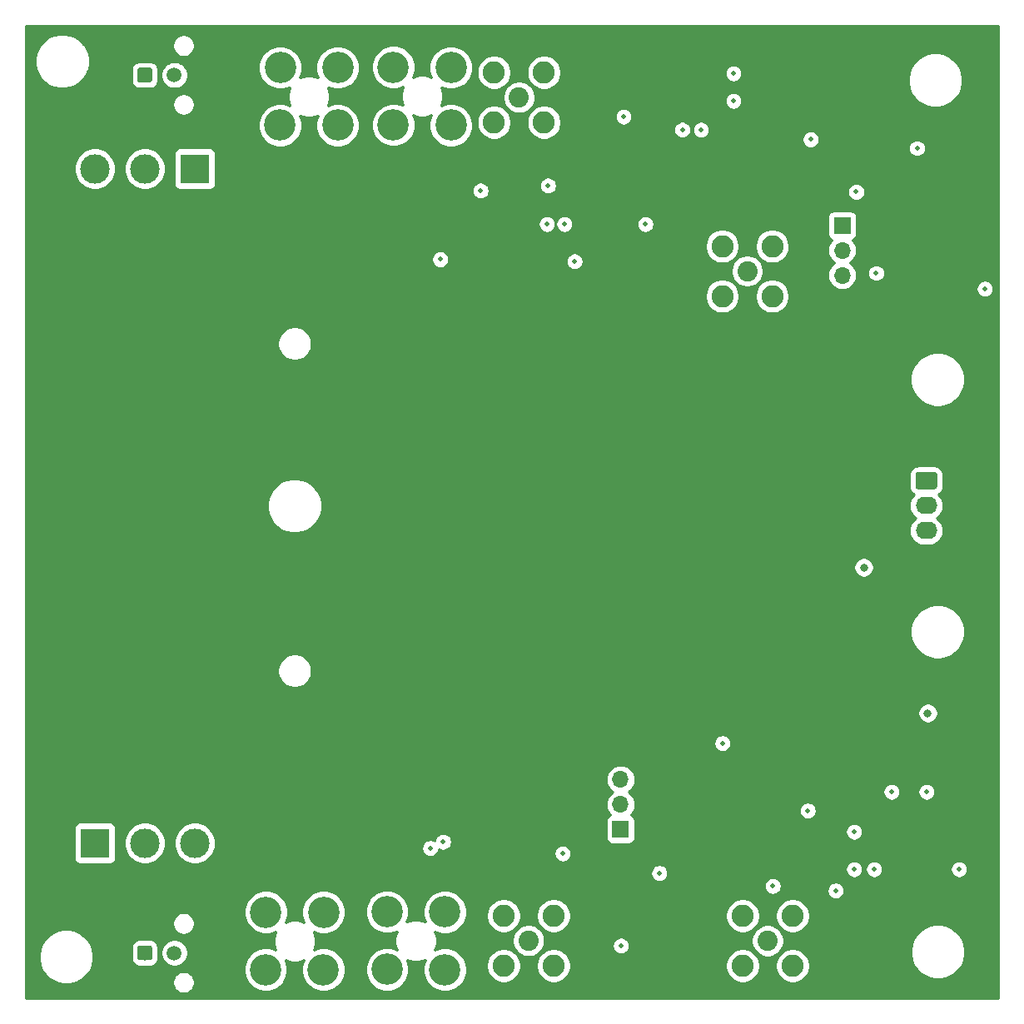
<source format=gbr>
G04 #@! TF.GenerationSoftware,KiCad,Pcbnew,(5.1.2-1)-1*
G04 #@! TF.CreationDate,2019-07-19T20:23:14+01:00*
G04 #@! TF.ProjectId,CurrentSinkModule,43757272-656e-4745-9369-6e6b4d6f6475,RevC*
G04 #@! TF.SameCoordinates,Original*
G04 #@! TF.FileFunction,Copper,L2,Inr*
G04 #@! TF.FilePolarity,Positive*
%FSLAX46Y46*%
G04 Gerber Fmt 4.6, Leading zero omitted, Abs format (unit mm)*
G04 Created by KiCad (PCBNEW (5.1.2-1)-1) date 2019-07-19 20:23:14*
%MOMM*%
%LPD*%
G04 APERTURE LIST*
%ADD10C,3.200000*%
%ADD11C,3.000000*%
%ADD12R,3.000000X3.000000*%
%ADD13O,1.700000X1.700000*%
%ADD14R,1.700000X1.700000*%
%ADD15C,2.050000*%
%ADD16C,2.250000*%
%ADD17C,1.500000*%
%ADD18C,0.100000*%
%ADD19C,1.740000*%
%ADD20O,2.200000X1.740000*%
%ADD21C,0.500000*%
%ADD22C,0.800000*%
%ADD23C,0.254000*%
G04 APERTURE END LIST*
D10*
X206654400Y-68859400D03*
X206679800Y-62992000D03*
X212521800Y-68859400D03*
X212547200Y-62992000D03*
X224053400Y-68859400D03*
X218186000Y-68834000D03*
X224053400Y-62992000D03*
X218186000Y-62966600D03*
X217551000Y-148844000D03*
X223418400Y-148869400D03*
X217551000Y-154711400D03*
X223418400Y-154736800D03*
X211099400Y-148882100D03*
X211074000Y-154749500D03*
X205232000Y-148882100D03*
X205206600Y-154749500D03*
D11*
X197993000Y-141859000D03*
X192913000Y-141859000D03*
D12*
X187833000Y-141859000D03*
D11*
X187833000Y-73279000D03*
X192913000Y-73279000D03*
D12*
X197993000Y-73279000D03*
D13*
X263829800Y-84124800D03*
X263829800Y-81584800D03*
D14*
X263829800Y-79044800D03*
D13*
X241300000Y-135382000D03*
X241300000Y-137922000D03*
D14*
X241300000Y-140462000D03*
D15*
X254177800Y-83693000D03*
D16*
X251637800Y-86233000D03*
X256717800Y-86233000D03*
X256717800Y-81153000D03*
X251637800Y-81153000D03*
X253720600Y-149250400D03*
X258800600Y-149250400D03*
X258800600Y-154330400D03*
X253720600Y-154330400D03*
D15*
X256260600Y-151790400D03*
X230974900Y-66014600D03*
D16*
X228434900Y-68554600D03*
X233514900Y-68554600D03*
X233514900Y-63474600D03*
X228434900Y-63474600D03*
X234480100Y-154317700D03*
X229400100Y-154317700D03*
X229400100Y-149237700D03*
X234480100Y-149237700D03*
D15*
X231940100Y-151777700D03*
D17*
X195913000Y-153035000D03*
D18*
G36*
X193437504Y-152286204D02*
G01*
X193461773Y-152289804D01*
X193485571Y-152295765D01*
X193508671Y-152304030D01*
X193530849Y-152314520D01*
X193551893Y-152327133D01*
X193571598Y-152341747D01*
X193589777Y-152358223D01*
X193606253Y-152376402D01*
X193620867Y-152396107D01*
X193633480Y-152417151D01*
X193643970Y-152439329D01*
X193652235Y-152462429D01*
X193658196Y-152486227D01*
X193661796Y-152510496D01*
X193663000Y-152535000D01*
X193663000Y-153535000D01*
X193661796Y-153559504D01*
X193658196Y-153583773D01*
X193652235Y-153607571D01*
X193643970Y-153630671D01*
X193633480Y-153652849D01*
X193620867Y-153673893D01*
X193606253Y-153693598D01*
X193589777Y-153711777D01*
X193571598Y-153728253D01*
X193551893Y-153742867D01*
X193530849Y-153755480D01*
X193508671Y-153765970D01*
X193485571Y-153774235D01*
X193461773Y-153780196D01*
X193437504Y-153783796D01*
X193413000Y-153785000D01*
X192413000Y-153785000D01*
X192388496Y-153783796D01*
X192364227Y-153780196D01*
X192340429Y-153774235D01*
X192317329Y-153765970D01*
X192295151Y-153755480D01*
X192274107Y-153742867D01*
X192254402Y-153728253D01*
X192236223Y-153711777D01*
X192219747Y-153693598D01*
X192205133Y-153673893D01*
X192192520Y-153652849D01*
X192182030Y-153630671D01*
X192173765Y-153607571D01*
X192167804Y-153583773D01*
X192164204Y-153559504D01*
X192163000Y-153535000D01*
X192163000Y-152535000D01*
X192164204Y-152510496D01*
X192167804Y-152486227D01*
X192173765Y-152462429D01*
X192182030Y-152439329D01*
X192192520Y-152417151D01*
X192205133Y-152396107D01*
X192219747Y-152376402D01*
X192236223Y-152358223D01*
X192254402Y-152341747D01*
X192274107Y-152327133D01*
X192295151Y-152314520D01*
X192317329Y-152304030D01*
X192340429Y-152295765D01*
X192364227Y-152289804D01*
X192388496Y-152286204D01*
X192413000Y-152285000D01*
X193413000Y-152285000D01*
X193437504Y-152286204D01*
X193437504Y-152286204D01*
G37*
D17*
X192913000Y-153035000D03*
D18*
G36*
X193437504Y-63005204D02*
G01*
X193461773Y-63008804D01*
X193485571Y-63014765D01*
X193508671Y-63023030D01*
X193530849Y-63033520D01*
X193551893Y-63046133D01*
X193571598Y-63060747D01*
X193589777Y-63077223D01*
X193606253Y-63095402D01*
X193620867Y-63115107D01*
X193633480Y-63136151D01*
X193643970Y-63158329D01*
X193652235Y-63181429D01*
X193658196Y-63205227D01*
X193661796Y-63229496D01*
X193663000Y-63254000D01*
X193663000Y-64254000D01*
X193661796Y-64278504D01*
X193658196Y-64302773D01*
X193652235Y-64326571D01*
X193643970Y-64349671D01*
X193633480Y-64371849D01*
X193620867Y-64392893D01*
X193606253Y-64412598D01*
X193589777Y-64430777D01*
X193571598Y-64447253D01*
X193551893Y-64461867D01*
X193530849Y-64474480D01*
X193508671Y-64484970D01*
X193485571Y-64493235D01*
X193461773Y-64499196D01*
X193437504Y-64502796D01*
X193413000Y-64504000D01*
X192413000Y-64504000D01*
X192388496Y-64502796D01*
X192364227Y-64499196D01*
X192340429Y-64493235D01*
X192317329Y-64484970D01*
X192295151Y-64474480D01*
X192274107Y-64461867D01*
X192254402Y-64447253D01*
X192236223Y-64430777D01*
X192219747Y-64412598D01*
X192205133Y-64392893D01*
X192192520Y-64371849D01*
X192182030Y-64349671D01*
X192173765Y-64326571D01*
X192167804Y-64302773D01*
X192164204Y-64278504D01*
X192163000Y-64254000D01*
X192163000Y-63254000D01*
X192164204Y-63229496D01*
X192167804Y-63205227D01*
X192173765Y-63181429D01*
X192182030Y-63158329D01*
X192192520Y-63136151D01*
X192205133Y-63115107D01*
X192219747Y-63095402D01*
X192236223Y-63077223D01*
X192254402Y-63060747D01*
X192274107Y-63046133D01*
X192295151Y-63033520D01*
X192317329Y-63023030D01*
X192340429Y-63014765D01*
X192364227Y-63008804D01*
X192388496Y-63005204D01*
X192413000Y-63004000D01*
X193413000Y-63004000D01*
X193437504Y-63005204D01*
X193437504Y-63005204D01*
G37*
D17*
X192913000Y-63754000D03*
X195913000Y-63754000D03*
D18*
G36*
X273264105Y-104134804D02*
G01*
X273288373Y-104138404D01*
X273312172Y-104144365D01*
X273335271Y-104152630D01*
X273357450Y-104163120D01*
X273378493Y-104175732D01*
X273398199Y-104190347D01*
X273416377Y-104206823D01*
X273432853Y-104225001D01*
X273447468Y-104244707D01*
X273460080Y-104265750D01*
X273470570Y-104287929D01*
X273478835Y-104311028D01*
X273484796Y-104334827D01*
X273488396Y-104359095D01*
X273489600Y-104383599D01*
X273489600Y-105623601D01*
X273488396Y-105648105D01*
X273484796Y-105672373D01*
X273478835Y-105696172D01*
X273470570Y-105719271D01*
X273460080Y-105741450D01*
X273447468Y-105762493D01*
X273432853Y-105782199D01*
X273416377Y-105800377D01*
X273398199Y-105816853D01*
X273378493Y-105831468D01*
X273357450Y-105844080D01*
X273335271Y-105854570D01*
X273312172Y-105862835D01*
X273288373Y-105868796D01*
X273264105Y-105872396D01*
X273239601Y-105873600D01*
X271539599Y-105873600D01*
X271515095Y-105872396D01*
X271490827Y-105868796D01*
X271467028Y-105862835D01*
X271443929Y-105854570D01*
X271421750Y-105844080D01*
X271400707Y-105831468D01*
X271381001Y-105816853D01*
X271362823Y-105800377D01*
X271346347Y-105782199D01*
X271331732Y-105762493D01*
X271319120Y-105741450D01*
X271308630Y-105719271D01*
X271300365Y-105696172D01*
X271294404Y-105672373D01*
X271290804Y-105648105D01*
X271289600Y-105623601D01*
X271289600Y-104383599D01*
X271290804Y-104359095D01*
X271294404Y-104334827D01*
X271300365Y-104311028D01*
X271308630Y-104287929D01*
X271319120Y-104265750D01*
X271331732Y-104244707D01*
X271346347Y-104225001D01*
X271362823Y-104206823D01*
X271381001Y-104190347D01*
X271400707Y-104175732D01*
X271421750Y-104163120D01*
X271443929Y-104152630D01*
X271467028Y-104144365D01*
X271490827Y-104138404D01*
X271515095Y-104134804D01*
X271539599Y-104133600D01*
X273239601Y-104133600D01*
X273264105Y-104134804D01*
X273264105Y-104134804D01*
G37*
D19*
X272389600Y-105003600D03*
D20*
X272389600Y-107543600D03*
X272389600Y-110083600D03*
D21*
X265049000Y-144526000D03*
X265049000Y-140716000D03*
X275717000Y-144526000D03*
X260350000Y-138557000D03*
X251650500Y-131699000D03*
X272415000Y-136652000D03*
X268858996Y-136652000D03*
X263169398Y-146685000D03*
X233934000Y-74993500D03*
X278345900Y-85483700D03*
X247573800Y-69316600D03*
X265264900Y-75641200D03*
X243840000Y-78930500D03*
X233807000Y-78930500D03*
X241604799Y-67983100D03*
X236639100Y-82702400D03*
X222948500Y-82499200D03*
X227075998Y-75501500D03*
X271449800Y-71196200D03*
D22*
X272542000Y-128651000D03*
D21*
X256794000Y-146240500D03*
X235394500Y-142938500D03*
X221932500Y-142366994D03*
X241325400Y-152298400D03*
X260629400Y-70307200D03*
X252780800Y-66395600D03*
X252780800Y-63601600D03*
X254000000Y-141097000D03*
X232029000Y-137922000D03*
X275717000Y-141986000D03*
X257606800Y-65506600D03*
X275424900Y-80086200D03*
X243840000Y-76390500D03*
D22*
X266039600Y-101416100D03*
D21*
X267081000Y-144526000D03*
X245237000Y-144907000D03*
X267296900Y-83896200D03*
X249478800Y-69316600D03*
X235585000Y-78930500D03*
D22*
X266039600Y-113830100D03*
D21*
X223266000Y-141732000D03*
D23*
G36*
X279706001Y-157659000D02*
G01*
X180796000Y-157659000D01*
X180796000Y-153141701D01*
X182127000Y-153141701D01*
X182127000Y-153690299D01*
X182234026Y-154228354D01*
X182443965Y-154735192D01*
X182748750Y-155191334D01*
X183136666Y-155579250D01*
X183592808Y-155884035D01*
X184099646Y-156093974D01*
X184637701Y-156201000D01*
X185186299Y-156201000D01*
X185724354Y-156093974D01*
X186136610Y-155923212D01*
X195718000Y-155923212D01*
X195718000Y-156146788D01*
X195761617Y-156366067D01*
X195847176Y-156572624D01*
X195971388Y-156758520D01*
X196129480Y-156916612D01*
X196315376Y-157040824D01*
X196521933Y-157126383D01*
X196741212Y-157170000D01*
X196964788Y-157170000D01*
X197184067Y-157126383D01*
X197390624Y-157040824D01*
X197576520Y-156916612D01*
X197734612Y-156758520D01*
X197858824Y-156572624D01*
X197944383Y-156366067D01*
X197988000Y-156146788D01*
X197988000Y-155923212D01*
X197944383Y-155703933D01*
X197858824Y-155497376D01*
X197734612Y-155311480D01*
X197576520Y-155153388D01*
X197390624Y-155029176D01*
X197184067Y-154943617D01*
X196964788Y-154900000D01*
X196741212Y-154900000D01*
X196521933Y-154943617D01*
X196315376Y-155029176D01*
X196129480Y-155153388D01*
X195971388Y-155311480D01*
X195847176Y-155497376D01*
X195761617Y-155703933D01*
X195718000Y-155923212D01*
X186136610Y-155923212D01*
X186231192Y-155884035D01*
X186687334Y-155579250D01*
X187075250Y-155191334D01*
X187380035Y-154735192D01*
X187465288Y-154529372D01*
X202971600Y-154529372D01*
X202971600Y-154969628D01*
X203057490Y-155401425D01*
X203225969Y-155808169D01*
X203470562Y-156174229D01*
X203781871Y-156485538D01*
X204147931Y-156730131D01*
X204554675Y-156898610D01*
X204986472Y-156984500D01*
X205426728Y-156984500D01*
X205858525Y-156898610D01*
X206265269Y-156730131D01*
X206631329Y-156485538D01*
X206942638Y-156174229D01*
X207187231Y-155808169D01*
X207355710Y-155401425D01*
X207441600Y-154969628D01*
X207441600Y-154529372D01*
X207355710Y-154097575D01*
X207211502Y-153749426D01*
X207530244Y-153881453D01*
X207942721Y-153963500D01*
X208363279Y-153963500D01*
X208775756Y-153881453D01*
X209063838Y-153762126D01*
X208924890Y-154097575D01*
X208839000Y-154529372D01*
X208839000Y-154969628D01*
X208924890Y-155401425D01*
X209093369Y-155808169D01*
X209337962Y-156174229D01*
X209649271Y-156485538D01*
X210015331Y-156730131D01*
X210422075Y-156898610D01*
X210853872Y-156984500D01*
X211294128Y-156984500D01*
X211725925Y-156898610D01*
X212132669Y-156730131D01*
X212498729Y-156485538D01*
X212810038Y-156174229D01*
X213054631Y-155808169D01*
X213223110Y-155401425D01*
X213309000Y-154969628D01*
X213309000Y-154529372D01*
X213223110Y-154097575D01*
X213054631Y-153690831D01*
X212810038Y-153324771D01*
X212498729Y-153013462D01*
X212132669Y-152768869D01*
X211725925Y-152600390D01*
X211294128Y-152514500D01*
X210853872Y-152514500D01*
X210422075Y-152600390D01*
X210086626Y-152739338D01*
X210205953Y-152451256D01*
X210288000Y-152038779D01*
X210288000Y-151618221D01*
X210205953Y-151205744D01*
X210068665Y-150874302D01*
X210447475Y-151031210D01*
X210879272Y-151117100D01*
X211319528Y-151117100D01*
X211751325Y-151031210D01*
X212158069Y-150862731D01*
X212524129Y-150618138D01*
X212835438Y-150306829D01*
X213080031Y-149940769D01*
X213248510Y-149534025D01*
X213334400Y-149102228D01*
X213334400Y-148661972D01*
X213326822Y-148623872D01*
X215316000Y-148623872D01*
X215316000Y-149064128D01*
X215401890Y-149495925D01*
X215570369Y-149902669D01*
X215814962Y-150268729D01*
X216126271Y-150580038D01*
X216492331Y-150824631D01*
X216899075Y-150993110D01*
X217330872Y-151079000D01*
X217771128Y-151079000D01*
X218202925Y-150993110D01*
X218551074Y-150848902D01*
X218419047Y-151167644D01*
X218337000Y-151580121D01*
X218337000Y-152000679D01*
X218419047Y-152413156D01*
X218538374Y-152701238D01*
X218202925Y-152562290D01*
X217771128Y-152476400D01*
X217330872Y-152476400D01*
X216899075Y-152562290D01*
X216492331Y-152730769D01*
X216126271Y-152975362D01*
X215814962Y-153286671D01*
X215570369Y-153652731D01*
X215401890Y-154059475D01*
X215316000Y-154491272D01*
X215316000Y-154931528D01*
X215401890Y-155363325D01*
X215570369Y-155770069D01*
X215814962Y-156136129D01*
X216126271Y-156447438D01*
X216492331Y-156692031D01*
X216899075Y-156860510D01*
X217330872Y-156946400D01*
X217771128Y-156946400D01*
X218202925Y-156860510D01*
X218609669Y-156692031D01*
X218975729Y-156447438D01*
X219287038Y-156136129D01*
X219531631Y-155770069D01*
X219700110Y-155363325D01*
X219786000Y-154931528D01*
X219786000Y-154491272D01*
X219700110Y-154059475D01*
X219561162Y-153724026D01*
X219849244Y-153843353D01*
X220261721Y-153925400D01*
X220682279Y-153925400D01*
X221094756Y-153843353D01*
X221426198Y-153706065D01*
X221269290Y-154084875D01*
X221183400Y-154516672D01*
X221183400Y-154956928D01*
X221269290Y-155388725D01*
X221437769Y-155795469D01*
X221682362Y-156161529D01*
X221993671Y-156472838D01*
X222359731Y-156717431D01*
X222766475Y-156885910D01*
X223198272Y-156971800D01*
X223638528Y-156971800D01*
X224070325Y-156885910D01*
X224477069Y-156717431D01*
X224843129Y-156472838D01*
X225154438Y-156161529D01*
X225399031Y-155795469D01*
X225567510Y-155388725D01*
X225653400Y-154956928D01*
X225653400Y-154516672D01*
X225579342Y-154144355D01*
X227640100Y-154144355D01*
X227640100Y-154491045D01*
X227707736Y-154831073D01*
X227840408Y-155151373D01*
X228033019Y-155439635D01*
X228278165Y-155684781D01*
X228566427Y-155877392D01*
X228886727Y-156010064D01*
X229226755Y-156077700D01*
X229573445Y-156077700D01*
X229913473Y-156010064D01*
X230233773Y-155877392D01*
X230522035Y-155684781D01*
X230767181Y-155439635D01*
X230959792Y-155151373D01*
X231092464Y-154831073D01*
X231160100Y-154491045D01*
X231160100Y-154144355D01*
X232720100Y-154144355D01*
X232720100Y-154491045D01*
X232787736Y-154831073D01*
X232920408Y-155151373D01*
X233113019Y-155439635D01*
X233358165Y-155684781D01*
X233646427Y-155877392D01*
X233966727Y-156010064D01*
X234306755Y-156077700D01*
X234653445Y-156077700D01*
X234993473Y-156010064D01*
X235313773Y-155877392D01*
X235602035Y-155684781D01*
X235847181Y-155439635D01*
X236039792Y-155151373D01*
X236172464Y-154831073D01*
X236240100Y-154491045D01*
X236240100Y-154157055D01*
X251960600Y-154157055D01*
X251960600Y-154503745D01*
X252028236Y-154843773D01*
X252160908Y-155164073D01*
X252353519Y-155452335D01*
X252598665Y-155697481D01*
X252886927Y-155890092D01*
X253207227Y-156022764D01*
X253547255Y-156090400D01*
X253893945Y-156090400D01*
X254233973Y-156022764D01*
X254554273Y-155890092D01*
X254842535Y-155697481D01*
X255087681Y-155452335D01*
X255280292Y-155164073D01*
X255412964Y-154843773D01*
X255480600Y-154503745D01*
X255480600Y-154157055D01*
X257040600Y-154157055D01*
X257040600Y-154503745D01*
X257108236Y-154843773D01*
X257240908Y-155164073D01*
X257433519Y-155452335D01*
X257678665Y-155697481D01*
X257966927Y-155890092D01*
X258287227Y-156022764D01*
X258627255Y-156090400D01*
X258973945Y-156090400D01*
X259313973Y-156022764D01*
X259634273Y-155890092D01*
X259922535Y-155697481D01*
X260167681Y-155452335D01*
X260360292Y-155164073D01*
X260492964Y-154843773D01*
X260560600Y-154503745D01*
X260560600Y-154157055D01*
X260492964Y-153817027D01*
X260360292Y-153496727D01*
X260167681Y-153208465D01*
X259922535Y-152963319D01*
X259634273Y-152770708D01*
X259313973Y-152638036D01*
X259292180Y-152633701D01*
X270773000Y-152633701D01*
X270773000Y-153182299D01*
X270880026Y-153720354D01*
X271089965Y-154227192D01*
X271394750Y-154683334D01*
X271782666Y-155071250D01*
X272238808Y-155376035D01*
X272745646Y-155585974D01*
X273283701Y-155693000D01*
X273832299Y-155693000D01*
X274370354Y-155585974D01*
X274877192Y-155376035D01*
X275333334Y-155071250D01*
X275721250Y-154683334D01*
X276026035Y-154227192D01*
X276235974Y-153720354D01*
X276343000Y-153182299D01*
X276343000Y-152633701D01*
X276235974Y-152095646D01*
X276026035Y-151588808D01*
X275721250Y-151132666D01*
X275333334Y-150744750D01*
X274877192Y-150439965D01*
X274370354Y-150230026D01*
X273832299Y-150123000D01*
X273283701Y-150123000D01*
X272745646Y-150230026D01*
X272238808Y-150439965D01*
X271782666Y-150744750D01*
X271394750Y-151132666D01*
X271089965Y-151588808D01*
X270880026Y-152095646D01*
X270773000Y-152633701D01*
X259292180Y-152633701D01*
X258973945Y-152570400D01*
X258627255Y-152570400D01*
X258287227Y-152638036D01*
X257966927Y-152770708D01*
X257678665Y-152963319D01*
X257433519Y-153208465D01*
X257240908Y-153496727D01*
X257108236Y-153817027D01*
X257040600Y-154157055D01*
X255480600Y-154157055D01*
X255412964Y-153817027D01*
X255280292Y-153496727D01*
X255087681Y-153208465D01*
X254842535Y-152963319D01*
X254554273Y-152770708D01*
X254233973Y-152638036D01*
X253893945Y-152570400D01*
X253547255Y-152570400D01*
X253207227Y-152638036D01*
X252886927Y-152770708D01*
X252598665Y-152963319D01*
X252353519Y-153208465D01*
X252160908Y-153496727D01*
X252028236Y-153817027D01*
X251960600Y-154157055D01*
X236240100Y-154157055D01*
X236240100Y-154144355D01*
X236172464Y-153804327D01*
X236039792Y-153484027D01*
X235847181Y-153195765D01*
X235602035Y-152950619D01*
X235313773Y-152758008D01*
X234993473Y-152625336D01*
X234653445Y-152557700D01*
X234306755Y-152557700D01*
X233966727Y-152625336D01*
X233646427Y-152758008D01*
X233358165Y-152950619D01*
X233113019Y-153195765D01*
X232920408Y-153484027D01*
X232787736Y-153804327D01*
X232720100Y-154144355D01*
X231160100Y-154144355D01*
X231092464Y-153804327D01*
X230959792Y-153484027D01*
X230767181Y-153195765D01*
X230522035Y-152950619D01*
X230233773Y-152758008D01*
X229913473Y-152625336D01*
X229573445Y-152557700D01*
X229226755Y-152557700D01*
X228886727Y-152625336D01*
X228566427Y-152758008D01*
X228278165Y-152950619D01*
X228033019Y-153195765D01*
X227840408Y-153484027D01*
X227707736Y-153804327D01*
X227640100Y-154144355D01*
X225579342Y-154144355D01*
X225567510Y-154084875D01*
X225399031Y-153678131D01*
X225154438Y-153312071D01*
X224843129Y-153000762D01*
X224477069Y-152756169D01*
X224070325Y-152587690D01*
X223638528Y-152501800D01*
X223198272Y-152501800D01*
X222766475Y-152587690D01*
X222387665Y-152744598D01*
X222524953Y-152413156D01*
X222607000Y-152000679D01*
X222607000Y-151614204D01*
X230280100Y-151614204D01*
X230280100Y-151941196D01*
X230343893Y-152261904D01*
X230469027Y-152564005D01*
X230650694Y-152835888D01*
X230881912Y-153067106D01*
X231153795Y-153248773D01*
X231455896Y-153373907D01*
X231776604Y-153437700D01*
X232103596Y-153437700D01*
X232424304Y-153373907D01*
X232726405Y-153248773D01*
X232998288Y-153067106D01*
X233229506Y-152835888D01*
X233411173Y-152564005D01*
X233536307Y-152261904D01*
X233546385Y-152211235D01*
X240440400Y-152211235D01*
X240440400Y-152385565D01*
X240474410Y-152556545D01*
X240541123Y-152717605D01*
X240637976Y-152862555D01*
X240761245Y-152985824D01*
X240906195Y-153082677D01*
X241067255Y-153149390D01*
X241238235Y-153183400D01*
X241412565Y-153183400D01*
X241583545Y-153149390D01*
X241744605Y-153082677D01*
X241889555Y-152985824D01*
X242012824Y-152862555D01*
X242109677Y-152717605D01*
X242176390Y-152556545D01*
X242210400Y-152385565D01*
X242210400Y-152211235D01*
X242176390Y-152040255D01*
X242109677Y-151879195D01*
X242012824Y-151734245D01*
X241905483Y-151626904D01*
X254600600Y-151626904D01*
X254600600Y-151953896D01*
X254664393Y-152274604D01*
X254789527Y-152576705D01*
X254971194Y-152848588D01*
X255202412Y-153079806D01*
X255474295Y-153261473D01*
X255776396Y-153386607D01*
X256097104Y-153450400D01*
X256424096Y-153450400D01*
X256744804Y-153386607D01*
X257046905Y-153261473D01*
X257318788Y-153079806D01*
X257550006Y-152848588D01*
X257731673Y-152576705D01*
X257856807Y-152274604D01*
X257920600Y-151953896D01*
X257920600Y-151626904D01*
X257856807Y-151306196D01*
X257731673Y-151004095D01*
X257550006Y-150732212D01*
X257318788Y-150500994D01*
X257046905Y-150319327D01*
X256744804Y-150194193D01*
X256424096Y-150130400D01*
X256097104Y-150130400D01*
X255776396Y-150194193D01*
X255474295Y-150319327D01*
X255202412Y-150500994D01*
X254971194Y-150732212D01*
X254789527Y-151004095D01*
X254664393Y-151306196D01*
X254600600Y-151626904D01*
X241905483Y-151626904D01*
X241889555Y-151610976D01*
X241744605Y-151514123D01*
X241583545Y-151447410D01*
X241412565Y-151413400D01*
X241238235Y-151413400D01*
X241067255Y-151447410D01*
X240906195Y-151514123D01*
X240761245Y-151610976D01*
X240637976Y-151734245D01*
X240541123Y-151879195D01*
X240474410Y-152040255D01*
X240440400Y-152211235D01*
X233546385Y-152211235D01*
X233600100Y-151941196D01*
X233600100Y-151614204D01*
X233536307Y-151293496D01*
X233411173Y-150991395D01*
X233229506Y-150719512D01*
X232998288Y-150488294D01*
X232726405Y-150306627D01*
X232424304Y-150181493D01*
X232103596Y-150117700D01*
X231776604Y-150117700D01*
X231455896Y-150181493D01*
X231153795Y-150306627D01*
X230881912Y-150488294D01*
X230650694Y-150719512D01*
X230469027Y-150991395D01*
X230343893Y-151293496D01*
X230280100Y-151614204D01*
X222607000Y-151614204D01*
X222607000Y-151580121D01*
X222524953Y-151167644D01*
X222400365Y-150866862D01*
X222766475Y-151018510D01*
X223198272Y-151104400D01*
X223638528Y-151104400D01*
X224070325Y-151018510D01*
X224477069Y-150850031D01*
X224843129Y-150605438D01*
X225154438Y-150294129D01*
X225399031Y-149928069D01*
X225567510Y-149521325D01*
X225653400Y-149089528D01*
X225653400Y-149064355D01*
X227640100Y-149064355D01*
X227640100Y-149411045D01*
X227707736Y-149751073D01*
X227840408Y-150071373D01*
X228033019Y-150359635D01*
X228278165Y-150604781D01*
X228566427Y-150797392D01*
X228886727Y-150930064D01*
X229226755Y-150997700D01*
X229573445Y-150997700D01*
X229913473Y-150930064D01*
X230233773Y-150797392D01*
X230522035Y-150604781D01*
X230767181Y-150359635D01*
X230959792Y-150071373D01*
X231092464Y-149751073D01*
X231160100Y-149411045D01*
X231160100Y-149064355D01*
X232720100Y-149064355D01*
X232720100Y-149411045D01*
X232787736Y-149751073D01*
X232920408Y-150071373D01*
X233113019Y-150359635D01*
X233358165Y-150604781D01*
X233646427Y-150797392D01*
X233966727Y-150930064D01*
X234306755Y-150997700D01*
X234653445Y-150997700D01*
X234993473Y-150930064D01*
X235313773Y-150797392D01*
X235602035Y-150604781D01*
X235847181Y-150359635D01*
X236039792Y-150071373D01*
X236172464Y-149751073D01*
X236240100Y-149411045D01*
X236240100Y-149077055D01*
X251960600Y-149077055D01*
X251960600Y-149423745D01*
X252028236Y-149763773D01*
X252160908Y-150084073D01*
X252353519Y-150372335D01*
X252598665Y-150617481D01*
X252886927Y-150810092D01*
X253207227Y-150942764D01*
X253547255Y-151010400D01*
X253893945Y-151010400D01*
X254233973Y-150942764D01*
X254554273Y-150810092D01*
X254842535Y-150617481D01*
X255087681Y-150372335D01*
X255280292Y-150084073D01*
X255412964Y-149763773D01*
X255480600Y-149423745D01*
X255480600Y-149077055D01*
X257040600Y-149077055D01*
X257040600Y-149423745D01*
X257108236Y-149763773D01*
X257240908Y-150084073D01*
X257433519Y-150372335D01*
X257678665Y-150617481D01*
X257966927Y-150810092D01*
X258287227Y-150942764D01*
X258627255Y-151010400D01*
X258973945Y-151010400D01*
X259313973Y-150942764D01*
X259634273Y-150810092D01*
X259922535Y-150617481D01*
X260167681Y-150372335D01*
X260360292Y-150084073D01*
X260492964Y-149763773D01*
X260560600Y-149423745D01*
X260560600Y-149077055D01*
X260492964Y-148737027D01*
X260360292Y-148416727D01*
X260167681Y-148128465D01*
X259922535Y-147883319D01*
X259634273Y-147690708D01*
X259313973Y-147558036D01*
X258973945Y-147490400D01*
X258627255Y-147490400D01*
X258287227Y-147558036D01*
X257966927Y-147690708D01*
X257678665Y-147883319D01*
X257433519Y-148128465D01*
X257240908Y-148416727D01*
X257108236Y-148737027D01*
X257040600Y-149077055D01*
X255480600Y-149077055D01*
X255412964Y-148737027D01*
X255280292Y-148416727D01*
X255087681Y-148128465D01*
X254842535Y-147883319D01*
X254554273Y-147690708D01*
X254233973Y-147558036D01*
X253893945Y-147490400D01*
X253547255Y-147490400D01*
X253207227Y-147558036D01*
X252886927Y-147690708D01*
X252598665Y-147883319D01*
X252353519Y-148128465D01*
X252160908Y-148416727D01*
X252028236Y-148737027D01*
X251960600Y-149077055D01*
X236240100Y-149077055D01*
X236240100Y-149064355D01*
X236172464Y-148724327D01*
X236039792Y-148404027D01*
X235847181Y-148115765D01*
X235602035Y-147870619D01*
X235313773Y-147678008D01*
X234993473Y-147545336D01*
X234653445Y-147477700D01*
X234306755Y-147477700D01*
X233966727Y-147545336D01*
X233646427Y-147678008D01*
X233358165Y-147870619D01*
X233113019Y-148115765D01*
X232920408Y-148404027D01*
X232787736Y-148724327D01*
X232720100Y-149064355D01*
X231160100Y-149064355D01*
X231092464Y-148724327D01*
X230959792Y-148404027D01*
X230767181Y-148115765D01*
X230522035Y-147870619D01*
X230233773Y-147678008D01*
X229913473Y-147545336D01*
X229573445Y-147477700D01*
X229226755Y-147477700D01*
X228886727Y-147545336D01*
X228566427Y-147678008D01*
X228278165Y-147870619D01*
X228033019Y-148115765D01*
X227840408Y-148404027D01*
X227707736Y-148724327D01*
X227640100Y-149064355D01*
X225653400Y-149064355D01*
X225653400Y-148649272D01*
X225567510Y-148217475D01*
X225399031Y-147810731D01*
X225154438Y-147444671D01*
X224843129Y-147133362D01*
X224477069Y-146888769D01*
X224070325Y-146720290D01*
X223638528Y-146634400D01*
X223198272Y-146634400D01*
X222766475Y-146720290D01*
X222359731Y-146888769D01*
X221993671Y-147133362D01*
X221682362Y-147444671D01*
X221437769Y-147810731D01*
X221269290Y-148217475D01*
X221183400Y-148649272D01*
X221183400Y-149089528D01*
X221269290Y-149521325D01*
X221413498Y-149869474D01*
X221094756Y-149737447D01*
X220682279Y-149655400D01*
X220261721Y-149655400D01*
X219849244Y-149737447D01*
X219548462Y-149862035D01*
X219700110Y-149495925D01*
X219786000Y-149064128D01*
X219786000Y-148623872D01*
X219700110Y-148192075D01*
X219531631Y-147785331D01*
X219287038Y-147419271D01*
X218975729Y-147107962D01*
X218609669Y-146863369D01*
X218202925Y-146694890D01*
X217771128Y-146609000D01*
X217330872Y-146609000D01*
X216899075Y-146694890D01*
X216492331Y-146863369D01*
X216126271Y-147107962D01*
X215814962Y-147419271D01*
X215570369Y-147785331D01*
X215401890Y-148192075D01*
X215316000Y-148623872D01*
X213326822Y-148623872D01*
X213248510Y-148230175D01*
X213080031Y-147823431D01*
X212835438Y-147457371D01*
X212524129Y-147146062D01*
X212158069Y-146901469D01*
X211751325Y-146732990D01*
X211319528Y-146647100D01*
X210879272Y-146647100D01*
X210447475Y-146732990D01*
X210040731Y-146901469D01*
X209674671Y-147146062D01*
X209363362Y-147457371D01*
X209118769Y-147823431D01*
X208950290Y-148230175D01*
X208864400Y-148661972D01*
X208864400Y-149102228D01*
X208950290Y-149534025D01*
X209107198Y-149912835D01*
X208775756Y-149775547D01*
X208363279Y-149693500D01*
X207942721Y-149693500D01*
X207530244Y-149775547D01*
X207229462Y-149900135D01*
X207381110Y-149534025D01*
X207467000Y-149102228D01*
X207467000Y-148661972D01*
X207381110Y-148230175D01*
X207212631Y-147823431D01*
X206968038Y-147457371D01*
X206656729Y-147146062D01*
X206290669Y-146901469D01*
X205883925Y-146732990D01*
X205452128Y-146647100D01*
X205011872Y-146647100D01*
X204580075Y-146732990D01*
X204173331Y-146901469D01*
X203807271Y-147146062D01*
X203495962Y-147457371D01*
X203251369Y-147823431D01*
X203082890Y-148230175D01*
X202997000Y-148661972D01*
X202997000Y-149102228D01*
X203082890Y-149534025D01*
X203251369Y-149940769D01*
X203495962Y-150306829D01*
X203807271Y-150618138D01*
X204173331Y-150862731D01*
X204580075Y-151031210D01*
X205011872Y-151117100D01*
X205452128Y-151117100D01*
X205883925Y-151031210D01*
X206232074Y-150887002D01*
X206100047Y-151205744D01*
X206018000Y-151618221D01*
X206018000Y-152038779D01*
X206100047Y-152451256D01*
X206224635Y-152752038D01*
X205858525Y-152600390D01*
X205426728Y-152514500D01*
X204986472Y-152514500D01*
X204554675Y-152600390D01*
X204147931Y-152768869D01*
X203781871Y-153013462D01*
X203470562Y-153324771D01*
X203225969Y-153690831D01*
X203057490Y-154097575D01*
X202971600Y-154529372D01*
X187465288Y-154529372D01*
X187589974Y-154228354D01*
X187697000Y-153690299D01*
X187697000Y-153141701D01*
X187589974Y-152603646D01*
X187561540Y-152535000D01*
X191524928Y-152535000D01*
X191524928Y-153535000D01*
X191541992Y-153708254D01*
X191592528Y-153874850D01*
X191674595Y-154028386D01*
X191785038Y-154162962D01*
X191919614Y-154273405D01*
X192073150Y-154355472D01*
X192239746Y-154406008D01*
X192413000Y-154423072D01*
X193413000Y-154423072D01*
X193586254Y-154406008D01*
X193752850Y-154355472D01*
X193906386Y-154273405D01*
X194040962Y-154162962D01*
X194151405Y-154028386D01*
X194233472Y-153874850D01*
X194284008Y-153708254D01*
X194301072Y-153535000D01*
X194301072Y-152898589D01*
X194528000Y-152898589D01*
X194528000Y-153171411D01*
X194581225Y-153438989D01*
X194685629Y-153691043D01*
X194837201Y-153917886D01*
X195030114Y-154110799D01*
X195256957Y-154262371D01*
X195509011Y-154366775D01*
X195776589Y-154420000D01*
X196049411Y-154420000D01*
X196316989Y-154366775D01*
X196569043Y-154262371D01*
X196795886Y-154110799D01*
X196988799Y-153917886D01*
X197140371Y-153691043D01*
X197244775Y-153438989D01*
X197298000Y-153171411D01*
X197298000Y-152898589D01*
X197244775Y-152631011D01*
X197140371Y-152378957D01*
X196988799Y-152152114D01*
X196795886Y-151959201D01*
X196569043Y-151807629D01*
X196316989Y-151703225D01*
X196049411Y-151650000D01*
X195776589Y-151650000D01*
X195509011Y-151703225D01*
X195256957Y-151807629D01*
X195030114Y-151959201D01*
X194837201Y-152152114D01*
X194685629Y-152378957D01*
X194581225Y-152631011D01*
X194528000Y-152898589D01*
X194301072Y-152898589D01*
X194301072Y-152535000D01*
X194284008Y-152361746D01*
X194233472Y-152195150D01*
X194151405Y-152041614D01*
X194040962Y-151907038D01*
X193906386Y-151796595D01*
X193752850Y-151714528D01*
X193586254Y-151663992D01*
X193413000Y-151646928D01*
X192413000Y-151646928D01*
X192239746Y-151663992D01*
X192073150Y-151714528D01*
X191919614Y-151796595D01*
X191785038Y-151907038D01*
X191674595Y-152041614D01*
X191592528Y-152195150D01*
X191541992Y-152361746D01*
X191524928Y-152535000D01*
X187561540Y-152535000D01*
X187380035Y-152096808D01*
X187075250Y-151640666D01*
X186687334Y-151252750D01*
X186231192Y-150947965D01*
X185724354Y-150738026D01*
X185186299Y-150631000D01*
X184637701Y-150631000D01*
X184099646Y-150738026D01*
X183592808Y-150947965D01*
X183136666Y-151252750D01*
X182748750Y-151640666D01*
X182443965Y-152096808D01*
X182234026Y-152603646D01*
X182127000Y-153141701D01*
X180796000Y-153141701D01*
X180796000Y-149923212D01*
X195718000Y-149923212D01*
X195718000Y-150146788D01*
X195761617Y-150366067D01*
X195847176Y-150572624D01*
X195971388Y-150758520D01*
X196129480Y-150916612D01*
X196315376Y-151040824D01*
X196521933Y-151126383D01*
X196741212Y-151170000D01*
X196964788Y-151170000D01*
X197184067Y-151126383D01*
X197390624Y-151040824D01*
X197576520Y-150916612D01*
X197734612Y-150758520D01*
X197858824Y-150572624D01*
X197944383Y-150366067D01*
X197988000Y-150146788D01*
X197988000Y-149923212D01*
X197944383Y-149703933D01*
X197858824Y-149497376D01*
X197734612Y-149311480D01*
X197576520Y-149153388D01*
X197390624Y-149029176D01*
X197184067Y-148943617D01*
X196964788Y-148900000D01*
X196741212Y-148900000D01*
X196521933Y-148943617D01*
X196315376Y-149029176D01*
X196129480Y-149153388D01*
X195971388Y-149311480D01*
X195847176Y-149497376D01*
X195761617Y-149703933D01*
X195718000Y-149923212D01*
X180796000Y-149923212D01*
X180796000Y-146153335D01*
X255909000Y-146153335D01*
X255909000Y-146327665D01*
X255943010Y-146498645D01*
X256009723Y-146659705D01*
X256106576Y-146804655D01*
X256229845Y-146927924D01*
X256374795Y-147024777D01*
X256535855Y-147091490D01*
X256706835Y-147125500D01*
X256881165Y-147125500D01*
X257052145Y-147091490D01*
X257213205Y-147024777D01*
X257358155Y-146927924D01*
X257481424Y-146804655D01*
X257578277Y-146659705D01*
X257603904Y-146597835D01*
X262284398Y-146597835D01*
X262284398Y-146772165D01*
X262318408Y-146943145D01*
X262385121Y-147104205D01*
X262481974Y-147249155D01*
X262605243Y-147372424D01*
X262750193Y-147469277D01*
X262911253Y-147535990D01*
X263082233Y-147570000D01*
X263256563Y-147570000D01*
X263427543Y-147535990D01*
X263588603Y-147469277D01*
X263733553Y-147372424D01*
X263856822Y-147249155D01*
X263953675Y-147104205D01*
X264020388Y-146943145D01*
X264054398Y-146772165D01*
X264054398Y-146597835D01*
X264020388Y-146426855D01*
X263953675Y-146265795D01*
X263856822Y-146120845D01*
X263733553Y-145997576D01*
X263588603Y-145900723D01*
X263427543Y-145834010D01*
X263256563Y-145800000D01*
X263082233Y-145800000D01*
X262911253Y-145834010D01*
X262750193Y-145900723D01*
X262605243Y-145997576D01*
X262481974Y-146120845D01*
X262385121Y-146265795D01*
X262318408Y-146426855D01*
X262284398Y-146597835D01*
X257603904Y-146597835D01*
X257644990Y-146498645D01*
X257679000Y-146327665D01*
X257679000Y-146153335D01*
X257644990Y-145982355D01*
X257578277Y-145821295D01*
X257481424Y-145676345D01*
X257358155Y-145553076D01*
X257213205Y-145456223D01*
X257052145Y-145389510D01*
X256881165Y-145355500D01*
X256706835Y-145355500D01*
X256535855Y-145389510D01*
X256374795Y-145456223D01*
X256229845Y-145553076D01*
X256106576Y-145676345D01*
X256009723Y-145821295D01*
X255943010Y-145982355D01*
X255909000Y-146153335D01*
X180796000Y-146153335D01*
X180796000Y-144819835D01*
X244352000Y-144819835D01*
X244352000Y-144994165D01*
X244386010Y-145165145D01*
X244452723Y-145326205D01*
X244549576Y-145471155D01*
X244672845Y-145594424D01*
X244817795Y-145691277D01*
X244978855Y-145757990D01*
X245149835Y-145792000D01*
X245324165Y-145792000D01*
X245495145Y-145757990D01*
X245656205Y-145691277D01*
X245801155Y-145594424D01*
X245924424Y-145471155D01*
X246021277Y-145326205D01*
X246087990Y-145165145D01*
X246122000Y-144994165D01*
X246122000Y-144819835D01*
X246087990Y-144648855D01*
X246021277Y-144487795D01*
X245988563Y-144438835D01*
X264164000Y-144438835D01*
X264164000Y-144613165D01*
X264198010Y-144784145D01*
X264264723Y-144945205D01*
X264361576Y-145090155D01*
X264484845Y-145213424D01*
X264629795Y-145310277D01*
X264790855Y-145376990D01*
X264961835Y-145411000D01*
X265136165Y-145411000D01*
X265307145Y-145376990D01*
X265468205Y-145310277D01*
X265613155Y-145213424D01*
X265736424Y-145090155D01*
X265833277Y-144945205D01*
X265899990Y-144784145D01*
X265934000Y-144613165D01*
X265934000Y-144438835D01*
X266196000Y-144438835D01*
X266196000Y-144613165D01*
X266230010Y-144784145D01*
X266296723Y-144945205D01*
X266393576Y-145090155D01*
X266516845Y-145213424D01*
X266661795Y-145310277D01*
X266822855Y-145376990D01*
X266993835Y-145411000D01*
X267168165Y-145411000D01*
X267339145Y-145376990D01*
X267500205Y-145310277D01*
X267645155Y-145213424D01*
X267768424Y-145090155D01*
X267865277Y-144945205D01*
X267931990Y-144784145D01*
X267966000Y-144613165D01*
X267966000Y-144438835D01*
X274832000Y-144438835D01*
X274832000Y-144613165D01*
X274866010Y-144784145D01*
X274932723Y-144945205D01*
X275029576Y-145090155D01*
X275152845Y-145213424D01*
X275297795Y-145310277D01*
X275458855Y-145376990D01*
X275629835Y-145411000D01*
X275804165Y-145411000D01*
X275975145Y-145376990D01*
X276136205Y-145310277D01*
X276281155Y-145213424D01*
X276404424Y-145090155D01*
X276501277Y-144945205D01*
X276567990Y-144784145D01*
X276602000Y-144613165D01*
X276602000Y-144438835D01*
X276567990Y-144267855D01*
X276501277Y-144106795D01*
X276404424Y-143961845D01*
X276281155Y-143838576D01*
X276136205Y-143741723D01*
X275975145Y-143675010D01*
X275804165Y-143641000D01*
X275629835Y-143641000D01*
X275458855Y-143675010D01*
X275297795Y-143741723D01*
X275152845Y-143838576D01*
X275029576Y-143961845D01*
X274932723Y-144106795D01*
X274866010Y-144267855D01*
X274832000Y-144438835D01*
X267966000Y-144438835D01*
X267931990Y-144267855D01*
X267865277Y-144106795D01*
X267768424Y-143961845D01*
X267645155Y-143838576D01*
X267500205Y-143741723D01*
X267339145Y-143675010D01*
X267168165Y-143641000D01*
X266993835Y-143641000D01*
X266822855Y-143675010D01*
X266661795Y-143741723D01*
X266516845Y-143838576D01*
X266393576Y-143961845D01*
X266296723Y-144106795D01*
X266230010Y-144267855D01*
X266196000Y-144438835D01*
X265934000Y-144438835D01*
X265899990Y-144267855D01*
X265833277Y-144106795D01*
X265736424Y-143961845D01*
X265613155Y-143838576D01*
X265468205Y-143741723D01*
X265307145Y-143675010D01*
X265136165Y-143641000D01*
X264961835Y-143641000D01*
X264790855Y-143675010D01*
X264629795Y-143741723D01*
X264484845Y-143838576D01*
X264361576Y-143961845D01*
X264264723Y-144106795D01*
X264198010Y-144267855D01*
X264164000Y-144438835D01*
X245988563Y-144438835D01*
X245924424Y-144342845D01*
X245801155Y-144219576D01*
X245656205Y-144122723D01*
X245495145Y-144056010D01*
X245324165Y-144022000D01*
X245149835Y-144022000D01*
X244978855Y-144056010D01*
X244817795Y-144122723D01*
X244672845Y-144219576D01*
X244549576Y-144342845D01*
X244452723Y-144487795D01*
X244386010Y-144648855D01*
X244352000Y-144819835D01*
X180796000Y-144819835D01*
X180796000Y-140359000D01*
X185694928Y-140359000D01*
X185694928Y-143359000D01*
X185707188Y-143483482D01*
X185743498Y-143603180D01*
X185802463Y-143713494D01*
X185881815Y-143810185D01*
X185978506Y-143889537D01*
X186088820Y-143948502D01*
X186208518Y-143984812D01*
X186333000Y-143997072D01*
X189333000Y-143997072D01*
X189457482Y-143984812D01*
X189577180Y-143948502D01*
X189687494Y-143889537D01*
X189784185Y-143810185D01*
X189863537Y-143713494D01*
X189922502Y-143603180D01*
X189958812Y-143483482D01*
X189971072Y-143359000D01*
X189971072Y-141648721D01*
X190778000Y-141648721D01*
X190778000Y-142069279D01*
X190860047Y-142481756D01*
X191020988Y-142870302D01*
X191254637Y-143219983D01*
X191552017Y-143517363D01*
X191901698Y-143751012D01*
X192290244Y-143911953D01*
X192702721Y-143994000D01*
X193123279Y-143994000D01*
X193535756Y-143911953D01*
X193924302Y-143751012D01*
X194273983Y-143517363D01*
X194571363Y-143219983D01*
X194805012Y-142870302D01*
X194965953Y-142481756D01*
X195048000Y-142069279D01*
X195048000Y-141648721D01*
X195858000Y-141648721D01*
X195858000Y-142069279D01*
X195940047Y-142481756D01*
X196100988Y-142870302D01*
X196334637Y-143219983D01*
X196632017Y-143517363D01*
X196981698Y-143751012D01*
X197370244Y-143911953D01*
X197782721Y-143994000D01*
X198203279Y-143994000D01*
X198615756Y-143911953D01*
X199004302Y-143751012D01*
X199353983Y-143517363D01*
X199651363Y-143219983D01*
X199885012Y-142870302D01*
X200045953Y-142481756D01*
X200086118Y-142279829D01*
X221047500Y-142279829D01*
X221047500Y-142454159D01*
X221081510Y-142625139D01*
X221148223Y-142786199D01*
X221245076Y-142931149D01*
X221368345Y-143054418D01*
X221513295Y-143151271D01*
X221674355Y-143217984D01*
X221845335Y-143251994D01*
X222019665Y-143251994D01*
X222190645Y-143217984D01*
X222351705Y-143151271D01*
X222496655Y-143054418D01*
X222619924Y-142931149D01*
X222673254Y-142851335D01*
X234509500Y-142851335D01*
X234509500Y-143025665D01*
X234543510Y-143196645D01*
X234610223Y-143357705D01*
X234707076Y-143502655D01*
X234830345Y-143625924D01*
X234975295Y-143722777D01*
X235136355Y-143789490D01*
X235307335Y-143823500D01*
X235481665Y-143823500D01*
X235652645Y-143789490D01*
X235813705Y-143722777D01*
X235958655Y-143625924D01*
X236081924Y-143502655D01*
X236178777Y-143357705D01*
X236245490Y-143196645D01*
X236279500Y-143025665D01*
X236279500Y-142851335D01*
X236245490Y-142680355D01*
X236178777Y-142519295D01*
X236081924Y-142374345D01*
X235958655Y-142251076D01*
X235813705Y-142154223D01*
X235652645Y-142087510D01*
X235481665Y-142053500D01*
X235307335Y-142053500D01*
X235136355Y-142087510D01*
X234975295Y-142154223D01*
X234830345Y-142251076D01*
X234707076Y-142374345D01*
X234610223Y-142519295D01*
X234543510Y-142680355D01*
X234509500Y-142851335D01*
X222673254Y-142851335D01*
X222716777Y-142786199D01*
X222783490Y-142625139D01*
X222810030Y-142491712D01*
X222846795Y-142516277D01*
X223007855Y-142582990D01*
X223178835Y-142617000D01*
X223353165Y-142617000D01*
X223524145Y-142582990D01*
X223685205Y-142516277D01*
X223830155Y-142419424D01*
X223953424Y-142296155D01*
X224050277Y-142151205D01*
X224116990Y-141990145D01*
X224151000Y-141819165D01*
X224151000Y-141644835D01*
X224116990Y-141473855D01*
X224050277Y-141312795D01*
X223953424Y-141167845D01*
X223830155Y-141044576D01*
X223685205Y-140947723D01*
X223524145Y-140881010D01*
X223353165Y-140847000D01*
X223178835Y-140847000D01*
X223007855Y-140881010D01*
X222846795Y-140947723D01*
X222701845Y-141044576D01*
X222578576Y-141167845D01*
X222481723Y-141312795D01*
X222415010Y-141473855D01*
X222388470Y-141607282D01*
X222351705Y-141582717D01*
X222190645Y-141516004D01*
X222019665Y-141481994D01*
X221845335Y-141481994D01*
X221674355Y-141516004D01*
X221513295Y-141582717D01*
X221368345Y-141679570D01*
X221245076Y-141802839D01*
X221148223Y-141947789D01*
X221081510Y-142108849D01*
X221047500Y-142279829D01*
X200086118Y-142279829D01*
X200128000Y-142069279D01*
X200128000Y-141648721D01*
X200045953Y-141236244D01*
X199885012Y-140847698D01*
X199651363Y-140498017D01*
X199353983Y-140200637D01*
X199004302Y-139966988D01*
X198615756Y-139806047D01*
X198203279Y-139724000D01*
X197782721Y-139724000D01*
X197370244Y-139806047D01*
X196981698Y-139966988D01*
X196632017Y-140200637D01*
X196334637Y-140498017D01*
X196100988Y-140847698D01*
X195940047Y-141236244D01*
X195858000Y-141648721D01*
X195048000Y-141648721D01*
X194965953Y-141236244D01*
X194805012Y-140847698D01*
X194571363Y-140498017D01*
X194273983Y-140200637D01*
X193924302Y-139966988D01*
X193535756Y-139806047D01*
X193123279Y-139724000D01*
X192702721Y-139724000D01*
X192290244Y-139806047D01*
X191901698Y-139966988D01*
X191552017Y-140200637D01*
X191254637Y-140498017D01*
X191020988Y-140847698D01*
X190860047Y-141236244D01*
X190778000Y-141648721D01*
X189971072Y-141648721D01*
X189971072Y-140359000D01*
X189958812Y-140234518D01*
X189922502Y-140114820D01*
X189863537Y-140004506D01*
X189784185Y-139907815D01*
X189687494Y-139828463D01*
X189577180Y-139769498D01*
X189457482Y-139733188D01*
X189333000Y-139720928D01*
X186333000Y-139720928D01*
X186208518Y-139733188D01*
X186088820Y-139769498D01*
X185978506Y-139828463D01*
X185881815Y-139907815D01*
X185802463Y-140004506D01*
X185743498Y-140114820D01*
X185707188Y-140234518D01*
X185694928Y-140359000D01*
X180796000Y-140359000D01*
X180796000Y-135382000D01*
X239807815Y-135382000D01*
X239836487Y-135673111D01*
X239921401Y-135953034D01*
X240059294Y-136211014D01*
X240244866Y-136437134D01*
X240470986Y-136622706D01*
X240525791Y-136652000D01*
X240470986Y-136681294D01*
X240244866Y-136866866D01*
X240059294Y-137092986D01*
X239921401Y-137350966D01*
X239836487Y-137630889D01*
X239807815Y-137922000D01*
X239836487Y-138213111D01*
X239921401Y-138493034D01*
X240059294Y-138751014D01*
X240244866Y-138977134D01*
X240274687Y-139001607D01*
X240205820Y-139022498D01*
X240095506Y-139081463D01*
X239998815Y-139160815D01*
X239919463Y-139257506D01*
X239860498Y-139367820D01*
X239824188Y-139487518D01*
X239811928Y-139612000D01*
X239811928Y-141312000D01*
X239824188Y-141436482D01*
X239860498Y-141556180D01*
X239919463Y-141666494D01*
X239998815Y-141763185D01*
X240095506Y-141842537D01*
X240205820Y-141901502D01*
X240325518Y-141937812D01*
X240450000Y-141950072D01*
X242150000Y-141950072D01*
X242274482Y-141937812D01*
X242394180Y-141901502D01*
X242504494Y-141842537D01*
X242601185Y-141763185D01*
X242680537Y-141666494D01*
X242739502Y-141556180D01*
X242775812Y-141436482D01*
X242788072Y-141312000D01*
X242788072Y-140628835D01*
X264164000Y-140628835D01*
X264164000Y-140803165D01*
X264198010Y-140974145D01*
X264264723Y-141135205D01*
X264361576Y-141280155D01*
X264484845Y-141403424D01*
X264629795Y-141500277D01*
X264790855Y-141566990D01*
X264961835Y-141601000D01*
X265136165Y-141601000D01*
X265307145Y-141566990D01*
X265468205Y-141500277D01*
X265613155Y-141403424D01*
X265736424Y-141280155D01*
X265833277Y-141135205D01*
X265899990Y-140974145D01*
X265934000Y-140803165D01*
X265934000Y-140628835D01*
X265899990Y-140457855D01*
X265833277Y-140296795D01*
X265736424Y-140151845D01*
X265613155Y-140028576D01*
X265468205Y-139931723D01*
X265307145Y-139865010D01*
X265136165Y-139831000D01*
X264961835Y-139831000D01*
X264790855Y-139865010D01*
X264629795Y-139931723D01*
X264484845Y-140028576D01*
X264361576Y-140151845D01*
X264264723Y-140296795D01*
X264198010Y-140457855D01*
X264164000Y-140628835D01*
X242788072Y-140628835D01*
X242788072Y-139612000D01*
X242775812Y-139487518D01*
X242739502Y-139367820D01*
X242680537Y-139257506D01*
X242601185Y-139160815D01*
X242504494Y-139081463D01*
X242394180Y-139022498D01*
X242325313Y-139001607D01*
X242355134Y-138977134D01*
X242540706Y-138751014D01*
X242678599Y-138493034D01*
X242685636Y-138469835D01*
X259465000Y-138469835D01*
X259465000Y-138644165D01*
X259499010Y-138815145D01*
X259565723Y-138976205D01*
X259662576Y-139121155D01*
X259785845Y-139244424D01*
X259930795Y-139341277D01*
X260091855Y-139407990D01*
X260262835Y-139442000D01*
X260437165Y-139442000D01*
X260608145Y-139407990D01*
X260769205Y-139341277D01*
X260914155Y-139244424D01*
X261037424Y-139121155D01*
X261134277Y-138976205D01*
X261200990Y-138815145D01*
X261235000Y-138644165D01*
X261235000Y-138469835D01*
X261200990Y-138298855D01*
X261134277Y-138137795D01*
X261037424Y-137992845D01*
X260914155Y-137869576D01*
X260769205Y-137772723D01*
X260608145Y-137706010D01*
X260437165Y-137672000D01*
X260262835Y-137672000D01*
X260091855Y-137706010D01*
X259930795Y-137772723D01*
X259785845Y-137869576D01*
X259662576Y-137992845D01*
X259565723Y-138137795D01*
X259499010Y-138298855D01*
X259465000Y-138469835D01*
X242685636Y-138469835D01*
X242763513Y-138213111D01*
X242792185Y-137922000D01*
X242763513Y-137630889D01*
X242678599Y-137350966D01*
X242540706Y-137092986D01*
X242355134Y-136866866D01*
X242129014Y-136681294D01*
X242074209Y-136652000D01*
X242129014Y-136622706D01*
X242199529Y-136564835D01*
X267973996Y-136564835D01*
X267973996Y-136739165D01*
X268008006Y-136910145D01*
X268074719Y-137071205D01*
X268171572Y-137216155D01*
X268294841Y-137339424D01*
X268439791Y-137436277D01*
X268600851Y-137502990D01*
X268771831Y-137537000D01*
X268946161Y-137537000D01*
X269117141Y-137502990D01*
X269278201Y-137436277D01*
X269423151Y-137339424D01*
X269546420Y-137216155D01*
X269643273Y-137071205D01*
X269709986Y-136910145D01*
X269743996Y-136739165D01*
X269743996Y-136564835D01*
X271530000Y-136564835D01*
X271530000Y-136739165D01*
X271564010Y-136910145D01*
X271630723Y-137071205D01*
X271727576Y-137216155D01*
X271850845Y-137339424D01*
X271995795Y-137436277D01*
X272156855Y-137502990D01*
X272327835Y-137537000D01*
X272502165Y-137537000D01*
X272673145Y-137502990D01*
X272834205Y-137436277D01*
X272979155Y-137339424D01*
X273102424Y-137216155D01*
X273199277Y-137071205D01*
X273265990Y-136910145D01*
X273300000Y-136739165D01*
X273300000Y-136564835D01*
X273265990Y-136393855D01*
X273199277Y-136232795D01*
X273102424Y-136087845D01*
X272979155Y-135964576D01*
X272834205Y-135867723D01*
X272673145Y-135801010D01*
X272502165Y-135767000D01*
X272327835Y-135767000D01*
X272156855Y-135801010D01*
X271995795Y-135867723D01*
X271850845Y-135964576D01*
X271727576Y-136087845D01*
X271630723Y-136232795D01*
X271564010Y-136393855D01*
X271530000Y-136564835D01*
X269743996Y-136564835D01*
X269709986Y-136393855D01*
X269643273Y-136232795D01*
X269546420Y-136087845D01*
X269423151Y-135964576D01*
X269278201Y-135867723D01*
X269117141Y-135801010D01*
X268946161Y-135767000D01*
X268771831Y-135767000D01*
X268600851Y-135801010D01*
X268439791Y-135867723D01*
X268294841Y-135964576D01*
X268171572Y-136087845D01*
X268074719Y-136232795D01*
X268008006Y-136393855D01*
X267973996Y-136564835D01*
X242199529Y-136564835D01*
X242355134Y-136437134D01*
X242540706Y-136211014D01*
X242678599Y-135953034D01*
X242763513Y-135673111D01*
X242792185Y-135382000D01*
X242763513Y-135090889D01*
X242678599Y-134810966D01*
X242540706Y-134552986D01*
X242355134Y-134326866D01*
X242129014Y-134141294D01*
X241871034Y-134003401D01*
X241591111Y-133918487D01*
X241372950Y-133897000D01*
X241227050Y-133897000D01*
X241008889Y-133918487D01*
X240728966Y-134003401D01*
X240470986Y-134141294D01*
X240244866Y-134326866D01*
X240059294Y-134552986D01*
X239921401Y-134810966D01*
X239836487Y-135090889D01*
X239807815Y-135382000D01*
X180796000Y-135382000D01*
X180796000Y-131611835D01*
X250765500Y-131611835D01*
X250765500Y-131786165D01*
X250799510Y-131957145D01*
X250866223Y-132118205D01*
X250963076Y-132263155D01*
X251086345Y-132386424D01*
X251231295Y-132483277D01*
X251392355Y-132549990D01*
X251563335Y-132584000D01*
X251737665Y-132584000D01*
X251908645Y-132549990D01*
X252069705Y-132483277D01*
X252214655Y-132386424D01*
X252337924Y-132263155D01*
X252434777Y-132118205D01*
X252501490Y-131957145D01*
X252535500Y-131786165D01*
X252535500Y-131611835D01*
X252501490Y-131440855D01*
X252434777Y-131279795D01*
X252337924Y-131134845D01*
X252214655Y-131011576D01*
X252069705Y-130914723D01*
X251908645Y-130848010D01*
X251737665Y-130814000D01*
X251563335Y-130814000D01*
X251392355Y-130848010D01*
X251231295Y-130914723D01*
X251086345Y-131011576D01*
X250963076Y-131134845D01*
X250866223Y-131279795D01*
X250799510Y-131440855D01*
X250765500Y-131611835D01*
X180796000Y-131611835D01*
X180796000Y-128549061D01*
X271507000Y-128549061D01*
X271507000Y-128752939D01*
X271546774Y-128952898D01*
X271624795Y-129141256D01*
X271738063Y-129310774D01*
X271882226Y-129454937D01*
X272051744Y-129568205D01*
X272240102Y-129646226D01*
X272440061Y-129686000D01*
X272643939Y-129686000D01*
X272843898Y-129646226D01*
X273032256Y-129568205D01*
X273201774Y-129454937D01*
X273345937Y-129310774D01*
X273459205Y-129141256D01*
X273537226Y-128952898D01*
X273577000Y-128752939D01*
X273577000Y-128549061D01*
X273537226Y-128349102D01*
X273459205Y-128160744D01*
X273345937Y-127991226D01*
X273201774Y-127847063D01*
X273032256Y-127733795D01*
X272843898Y-127655774D01*
X272643939Y-127616000D01*
X272440061Y-127616000D01*
X272240102Y-127655774D01*
X272051744Y-127733795D01*
X271882226Y-127847063D01*
X271738063Y-127991226D01*
X271624795Y-128160744D01*
X271546774Y-128349102D01*
X271507000Y-128549061D01*
X180796000Y-128549061D01*
X180796000Y-124162117D01*
X206418000Y-124162117D01*
X206418000Y-124503883D01*
X206484675Y-124839081D01*
X206615463Y-125154831D01*
X206805337Y-125438998D01*
X207047002Y-125680663D01*
X207331169Y-125870537D01*
X207646919Y-126001325D01*
X207982117Y-126068000D01*
X208323883Y-126068000D01*
X208659081Y-126001325D01*
X208974831Y-125870537D01*
X209258998Y-125680663D01*
X209500663Y-125438998D01*
X209690537Y-125154831D01*
X209821325Y-124839081D01*
X209888000Y-124503883D01*
X209888000Y-124162117D01*
X209821325Y-123826919D01*
X209690537Y-123511169D01*
X209500663Y-123227002D01*
X209258998Y-122985337D01*
X208974831Y-122795463D01*
X208659081Y-122664675D01*
X208323883Y-122598000D01*
X207982117Y-122598000D01*
X207646919Y-122664675D01*
X207331169Y-122795463D01*
X207047002Y-122985337D01*
X206805337Y-123227002D01*
X206615463Y-123511169D01*
X206484675Y-123826919D01*
X206418000Y-124162117D01*
X180796000Y-124162117D01*
X180796000Y-120096301D01*
X270747600Y-120096301D01*
X270747600Y-120644899D01*
X270854626Y-121182954D01*
X271064565Y-121689792D01*
X271369350Y-122145934D01*
X271757266Y-122533850D01*
X272213408Y-122838635D01*
X272720246Y-123048574D01*
X273258301Y-123155600D01*
X273806899Y-123155600D01*
X274344954Y-123048574D01*
X274851792Y-122838635D01*
X275307934Y-122533850D01*
X275695850Y-122145934D01*
X276000635Y-121689792D01*
X276210574Y-121182954D01*
X276317600Y-120644899D01*
X276317600Y-120096301D01*
X276210574Y-119558246D01*
X276000635Y-119051408D01*
X275695850Y-118595266D01*
X275307934Y-118207350D01*
X274851792Y-117902565D01*
X274344954Y-117692626D01*
X273806899Y-117585600D01*
X273258301Y-117585600D01*
X272720246Y-117692626D01*
X272213408Y-117902565D01*
X271757266Y-118207350D01*
X271369350Y-118595266D01*
X271064565Y-119051408D01*
X270854626Y-119558246D01*
X270747600Y-120096301D01*
X180796000Y-120096301D01*
X180796000Y-113728161D01*
X265004600Y-113728161D01*
X265004600Y-113932039D01*
X265044374Y-114131998D01*
X265122395Y-114320356D01*
X265235663Y-114489874D01*
X265379826Y-114634037D01*
X265549344Y-114747305D01*
X265737702Y-114825326D01*
X265937661Y-114865100D01*
X266141539Y-114865100D01*
X266341498Y-114825326D01*
X266529856Y-114747305D01*
X266699374Y-114634037D01*
X266843537Y-114489874D01*
X266956805Y-114320356D01*
X267034826Y-114131998D01*
X267074600Y-113932039D01*
X267074600Y-113728161D01*
X267034826Y-113528202D01*
X266956805Y-113339844D01*
X266843537Y-113170326D01*
X266699374Y-113026163D01*
X266529856Y-112912895D01*
X266341498Y-112834874D01*
X266141539Y-112795100D01*
X265937661Y-112795100D01*
X265737702Y-112834874D01*
X265549344Y-112912895D01*
X265379826Y-113026163D01*
X265235663Y-113170326D01*
X265122395Y-113339844D01*
X265044374Y-113528202D01*
X265004600Y-113728161D01*
X180796000Y-113728161D01*
X180796000Y-107294701D01*
X205368000Y-107294701D01*
X205368000Y-107843299D01*
X205475026Y-108381354D01*
X205684965Y-108888192D01*
X205989750Y-109344334D01*
X206377666Y-109732250D01*
X206833808Y-110037035D01*
X207340646Y-110246974D01*
X207878701Y-110354000D01*
X208427299Y-110354000D01*
X208965354Y-110246974D01*
X209472192Y-110037035D01*
X209928334Y-109732250D01*
X210316250Y-109344334D01*
X210621035Y-108888192D01*
X210830974Y-108381354D01*
X210938000Y-107843299D01*
X210938000Y-107543600D01*
X270647318Y-107543600D01*
X270676376Y-107838632D01*
X270762434Y-108122325D01*
X270902183Y-108383779D01*
X271090255Y-108612945D01*
X271319421Y-108801017D01*
X271342962Y-108813600D01*
X271319421Y-108826183D01*
X271090255Y-109014255D01*
X270902183Y-109243421D01*
X270762434Y-109504875D01*
X270676376Y-109788568D01*
X270647318Y-110083600D01*
X270676376Y-110378632D01*
X270762434Y-110662325D01*
X270902183Y-110923779D01*
X271090255Y-111152945D01*
X271319421Y-111341017D01*
X271580875Y-111480766D01*
X271864568Y-111566824D01*
X272085664Y-111588600D01*
X272693536Y-111588600D01*
X272914632Y-111566824D01*
X273198325Y-111480766D01*
X273459779Y-111341017D01*
X273688945Y-111152945D01*
X273877017Y-110923779D01*
X274016766Y-110662325D01*
X274102824Y-110378632D01*
X274131882Y-110083600D01*
X274102824Y-109788568D01*
X274016766Y-109504875D01*
X273877017Y-109243421D01*
X273688945Y-109014255D01*
X273459779Y-108826183D01*
X273436238Y-108813600D01*
X273459779Y-108801017D01*
X273688945Y-108612945D01*
X273877017Y-108383779D01*
X274016766Y-108122325D01*
X274102824Y-107838632D01*
X274131882Y-107543600D01*
X274102824Y-107248568D01*
X274016766Y-106964875D01*
X273877017Y-106703421D01*
X273688945Y-106474255D01*
X273623486Y-106420534D01*
X273732987Y-106362005D01*
X273867562Y-106251562D01*
X273978005Y-106116987D01*
X274060072Y-105963451D01*
X274110608Y-105796855D01*
X274127672Y-105623601D01*
X274127672Y-104383599D01*
X274110608Y-104210345D01*
X274060072Y-104043749D01*
X273978005Y-103890213D01*
X273867562Y-103755638D01*
X273732987Y-103645195D01*
X273579451Y-103563128D01*
X273412855Y-103512592D01*
X273239601Y-103495528D01*
X271539599Y-103495528D01*
X271366345Y-103512592D01*
X271199749Y-103563128D01*
X271046213Y-103645195D01*
X270911638Y-103755638D01*
X270801195Y-103890213D01*
X270719128Y-104043749D01*
X270668592Y-104210345D01*
X270651528Y-104383599D01*
X270651528Y-105623601D01*
X270668592Y-105796855D01*
X270719128Y-105963451D01*
X270801195Y-106116987D01*
X270911638Y-106251562D01*
X271046213Y-106362005D01*
X271155714Y-106420534D01*
X271090255Y-106474255D01*
X270902183Y-106703421D01*
X270762434Y-106964875D01*
X270676376Y-107248568D01*
X270647318Y-107543600D01*
X210938000Y-107543600D01*
X210938000Y-107294701D01*
X210830974Y-106756646D01*
X210621035Y-106249808D01*
X210316250Y-105793666D01*
X209928334Y-105405750D01*
X209472192Y-105100965D01*
X208965354Y-104891026D01*
X208427299Y-104784000D01*
X207878701Y-104784000D01*
X207340646Y-104891026D01*
X206833808Y-105100965D01*
X206377666Y-105405750D01*
X205989750Y-105793666D01*
X205684965Y-106249808D01*
X205475026Y-106756646D01*
X205368000Y-107294701D01*
X180796000Y-107294701D01*
X180796000Y-94442301D01*
X270747600Y-94442301D01*
X270747600Y-94990899D01*
X270854626Y-95528954D01*
X271064565Y-96035792D01*
X271369350Y-96491934D01*
X271757266Y-96879850D01*
X272213408Y-97184635D01*
X272720246Y-97394574D01*
X273258301Y-97501600D01*
X273806899Y-97501600D01*
X274344954Y-97394574D01*
X274851792Y-97184635D01*
X275307934Y-96879850D01*
X275695850Y-96491934D01*
X276000635Y-96035792D01*
X276210574Y-95528954D01*
X276317600Y-94990899D01*
X276317600Y-94442301D01*
X276210574Y-93904246D01*
X276000635Y-93397408D01*
X275695850Y-92941266D01*
X275307934Y-92553350D01*
X274851792Y-92248565D01*
X274344954Y-92038626D01*
X273806899Y-91931600D01*
X273258301Y-91931600D01*
X272720246Y-92038626D01*
X272213408Y-92248565D01*
X271757266Y-92553350D01*
X271369350Y-92941266D01*
X271064565Y-93397408D01*
X270854626Y-93904246D01*
X270747600Y-94442301D01*
X180796000Y-94442301D01*
X180796000Y-90888117D01*
X206418000Y-90888117D01*
X206418000Y-91229883D01*
X206484675Y-91565081D01*
X206615463Y-91880831D01*
X206805337Y-92164998D01*
X207047002Y-92406663D01*
X207331169Y-92596537D01*
X207646919Y-92727325D01*
X207982117Y-92794000D01*
X208323883Y-92794000D01*
X208659081Y-92727325D01*
X208974831Y-92596537D01*
X209258998Y-92406663D01*
X209500663Y-92164998D01*
X209690537Y-91880831D01*
X209821325Y-91565081D01*
X209888000Y-91229883D01*
X209888000Y-90888117D01*
X209821325Y-90552919D01*
X209690537Y-90237169D01*
X209500663Y-89953002D01*
X209258998Y-89711337D01*
X208974831Y-89521463D01*
X208659081Y-89390675D01*
X208323883Y-89324000D01*
X207982117Y-89324000D01*
X207646919Y-89390675D01*
X207331169Y-89521463D01*
X207047002Y-89711337D01*
X206805337Y-89953002D01*
X206615463Y-90237169D01*
X206484675Y-90552919D01*
X206418000Y-90888117D01*
X180796000Y-90888117D01*
X180796000Y-86059655D01*
X249877800Y-86059655D01*
X249877800Y-86406345D01*
X249945436Y-86746373D01*
X250078108Y-87066673D01*
X250270719Y-87354935D01*
X250515865Y-87600081D01*
X250804127Y-87792692D01*
X251124427Y-87925364D01*
X251464455Y-87993000D01*
X251811145Y-87993000D01*
X252151173Y-87925364D01*
X252471473Y-87792692D01*
X252759735Y-87600081D01*
X253004881Y-87354935D01*
X253197492Y-87066673D01*
X253330164Y-86746373D01*
X253397800Y-86406345D01*
X253397800Y-86059655D01*
X254957800Y-86059655D01*
X254957800Y-86406345D01*
X255025436Y-86746373D01*
X255158108Y-87066673D01*
X255350719Y-87354935D01*
X255595865Y-87600081D01*
X255884127Y-87792692D01*
X256204427Y-87925364D01*
X256544455Y-87993000D01*
X256891145Y-87993000D01*
X257231173Y-87925364D01*
X257551473Y-87792692D01*
X257839735Y-87600081D01*
X258084881Y-87354935D01*
X258277492Y-87066673D01*
X258410164Y-86746373D01*
X258477800Y-86406345D01*
X258477800Y-86059655D01*
X258410164Y-85719627D01*
X258277492Y-85399327D01*
X258084881Y-85111065D01*
X257839735Y-84865919D01*
X257551473Y-84673308D01*
X257231173Y-84540636D01*
X256891145Y-84473000D01*
X256544455Y-84473000D01*
X256204427Y-84540636D01*
X255884127Y-84673308D01*
X255595865Y-84865919D01*
X255350719Y-85111065D01*
X255158108Y-85399327D01*
X255025436Y-85719627D01*
X254957800Y-86059655D01*
X253397800Y-86059655D01*
X253330164Y-85719627D01*
X253197492Y-85399327D01*
X253004881Y-85111065D01*
X252759735Y-84865919D01*
X252471473Y-84673308D01*
X252151173Y-84540636D01*
X251811145Y-84473000D01*
X251464455Y-84473000D01*
X251124427Y-84540636D01*
X250804127Y-84673308D01*
X250515865Y-84865919D01*
X250270719Y-85111065D01*
X250078108Y-85399327D01*
X249945436Y-85719627D01*
X249877800Y-86059655D01*
X180796000Y-86059655D01*
X180796000Y-82412035D01*
X222063500Y-82412035D01*
X222063500Y-82586365D01*
X222097510Y-82757345D01*
X222164223Y-82918405D01*
X222261076Y-83063355D01*
X222384345Y-83186624D01*
X222529295Y-83283477D01*
X222690355Y-83350190D01*
X222861335Y-83384200D01*
X223035665Y-83384200D01*
X223206645Y-83350190D01*
X223367705Y-83283477D01*
X223512655Y-83186624D01*
X223635924Y-83063355D01*
X223732777Y-82918405D01*
X223799490Y-82757345D01*
X223827757Y-82615235D01*
X235754100Y-82615235D01*
X235754100Y-82789565D01*
X235788110Y-82960545D01*
X235854823Y-83121605D01*
X235951676Y-83266555D01*
X236074945Y-83389824D01*
X236219895Y-83486677D01*
X236380955Y-83553390D01*
X236551935Y-83587400D01*
X236726265Y-83587400D01*
X236897245Y-83553390D01*
X236954911Y-83529504D01*
X252517800Y-83529504D01*
X252517800Y-83856496D01*
X252581593Y-84177204D01*
X252706727Y-84479305D01*
X252888394Y-84751188D01*
X253119612Y-84982406D01*
X253391495Y-85164073D01*
X253693596Y-85289207D01*
X254014304Y-85353000D01*
X254341296Y-85353000D01*
X254662004Y-85289207D01*
X254964105Y-85164073D01*
X255235988Y-84982406D01*
X255467206Y-84751188D01*
X255648873Y-84479305D01*
X255774007Y-84177204D01*
X255837800Y-83856496D01*
X255837800Y-83529504D01*
X255774007Y-83208796D01*
X255648873Y-82906695D01*
X255467206Y-82634812D01*
X255235988Y-82403594D01*
X254964105Y-82221927D01*
X254662004Y-82096793D01*
X254341296Y-82033000D01*
X254014304Y-82033000D01*
X253693596Y-82096793D01*
X253391495Y-82221927D01*
X253119612Y-82403594D01*
X252888394Y-82634812D01*
X252706727Y-82906695D01*
X252581593Y-83208796D01*
X252517800Y-83529504D01*
X236954911Y-83529504D01*
X237058305Y-83486677D01*
X237203255Y-83389824D01*
X237326524Y-83266555D01*
X237423377Y-83121605D01*
X237490090Y-82960545D01*
X237524100Y-82789565D01*
X237524100Y-82615235D01*
X237490090Y-82444255D01*
X237423377Y-82283195D01*
X237326524Y-82138245D01*
X237203255Y-82014976D01*
X237058305Y-81918123D01*
X236897245Y-81851410D01*
X236726265Y-81817400D01*
X236551935Y-81817400D01*
X236380955Y-81851410D01*
X236219895Y-81918123D01*
X236074945Y-82014976D01*
X235951676Y-82138245D01*
X235854823Y-82283195D01*
X235788110Y-82444255D01*
X235754100Y-82615235D01*
X223827757Y-82615235D01*
X223833500Y-82586365D01*
X223833500Y-82412035D01*
X223799490Y-82241055D01*
X223732777Y-82079995D01*
X223635924Y-81935045D01*
X223512655Y-81811776D01*
X223367705Y-81714923D01*
X223206645Y-81648210D01*
X223035665Y-81614200D01*
X222861335Y-81614200D01*
X222690355Y-81648210D01*
X222529295Y-81714923D01*
X222384345Y-81811776D01*
X222261076Y-81935045D01*
X222164223Y-82079995D01*
X222097510Y-82241055D01*
X222063500Y-82412035D01*
X180796000Y-82412035D01*
X180796000Y-80979655D01*
X249877800Y-80979655D01*
X249877800Y-81326345D01*
X249945436Y-81666373D01*
X250078108Y-81986673D01*
X250270719Y-82274935D01*
X250515865Y-82520081D01*
X250804127Y-82712692D01*
X251124427Y-82845364D01*
X251464455Y-82913000D01*
X251811145Y-82913000D01*
X252151173Y-82845364D01*
X252471473Y-82712692D01*
X252759735Y-82520081D01*
X253004881Y-82274935D01*
X253197492Y-81986673D01*
X253330164Y-81666373D01*
X253397800Y-81326345D01*
X253397800Y-80979655D01*
X254957800Y-80979655D01*
X254957800Y-81326345D01*
X255025436Y-81666373D01*
X255158108Y-81986673D01*
X255350719Y-82274935D01*
X255595865Y-82520081D01*
X255884127Y-82712692D01*
X256204427Y-82845364D01*
X256544455Y-82913000D01*
X256891145Y-82913000D01*
X257231173Y-82845364D01*
X257551473Y-82712692D01*
X257839735Y-82520081D01*
X258084881Y-82274935D01*
X258277492Y-81986673D01*
X258410164Y-81666373D01*
X258426389Y-81584800D01*
X262337615Y-81584800D01*
X262366287Y-81875911D01*
X262451201Y-82155834D01*
X262589094Y-82413814D01*
X262774666Y-82639934D01*
X263000786Y-82825506D01*
X263055591Y-82854800D01*
X263000786Y-82884094D01*
X262774666Y-83069666D01*
X262589094Y-83295786D01*
X262451201Y-83553766D01*
X262366287Y-83833689D01*
X262337615Y-84124800D01*
X262366287Y-84415911D01*
X262451201Y-84695834D01*
X262589094Y-84953814D01*
X262774666Y-85179934D01*
X263000786Y-85365506D01*
X263258766Y-85503399D01*
X263538689Y-85588313D01*
X263756850Y-85609800D01*
X263902750Y-85609800D01*
X264120911Y-85588313D01*
X264400834Y-85503399D01*
X264600762Y-85396535D01*
X277460900Y-85396535D01*
X277460900Y-85570865D01*
X277494910Y-85741845D01*
X277561623Y-85902905D01*
X277658476Y-86047855D01*
X277781745Y-86171124D01*
X277926695Y-86267977D01*
X278087755Y-86334690D01*
X278258735Y-86368700D01*
X278433065Y-86368700D01*
X278604045Y-86334690D01*
X278765105Y-86267977D01*
X278910055Y-86171124D01*
X279033324Y-86047855D01*
X279130177Y-85902905D01*
X279196890Y-85741845D01*
X279230900Y-85570865D01*
X279230900Y-85396535D01*
X279196890Y-85225555D01*
X279130177Y-85064495D01*
X279033324Y-84919545D01*
X278910055Y-84796276D01*
X278765105Y-84699423D01*
X278604045Y-84632710D01*
X278433065Y-84598700D01*
X278258735Y-84598700D01*
X278087755Y-84632710D01*
X277926695Y-84699423D01*
X277781745Y-84796276D01*
X277658476Y-84919545D01*
X277561623Y-85064495D01*
X277494910Y-85225555D01*
X277460900Y-85396535D01*
X264600762Y-85396535D01*
X264658814Y-85365506D01*
X264884934Y-85179934D01*
X265070506Y-84953814D01*
X265208399Y-84695834D01*
X265293313Y-84415911D01*
X265321985Y-84124800D01*
X265293313Y-83833689D01*
X265285835Y-83809035D01*
X266411900Y-83809035D01*
X266411900Y-83983365D01*
X266445910Y-84154345D01*
X266512623Y-84315405D01*
X266609476Y-84460355D01*
X266732745Y-84583624D01*
X266877695Y-84680477D01*
X267038755Y-84747190D01*
X267209735Y-84781200D01*
X267384065Y-84781200D01*
X267555045Y-84747190D01*
X267716105Y-84680477D01*
X267861055Y-84583624D01*
X267984324Y-84460355D01*
X268081177Y-84315405D01*
X268147890Y-84154345D01*
X268181900Y-83983365D01*
X268181900Y-83809035D01*
X268147890Y-83638055D01*
X268081177Y-83476995D01*
X267984324Y-83332045D01*
X267861055Y-83208776D01*
X267716105Y-83111923D01*
X267555045Y-83045210D01*
X267384065Y-83011200D01*
X267209735Y-83011200D01*
X267038755Y-83045210D01*
X266877695Y-83111923D01*
X266732745Y-83208776D01*
X266609476Y-83332045D01*
X266512623Y-83476995D01*
X266445910Y-83638055D01*
X266411900Y-83809035D01*
X265285835Y-83809035D01*
X265208399Y-83553766D01*
X265070506Y-83295786D01*
X264884934Y-83069666D01*
X264658814Y-82884094D01*
X264604009Y-82854800D01*
X264658814Y-82825506D01*
X264884934Y-82639934D01*
X265070506Y-82413814D01*
X265208399Y-82155834D01*
X265293313Y-81875911D01*
X265321985Y-81584800D01*
X265293313Y-81293689D01*
X265208399Y-81013766D01*
X265070506Y-80755786D01*
X264884934Y-80529666D01*
X264855113Y-80505193D01*
X264923980Y-80484302D01*
X265034294Y-80425337D01*
X265130985Y-80345985D01*
X265210337Y-80249294D01*
X265269302Y-80138980D01*
X265305612Y-80019282D01*
X265317872Y-79894800D01*
X265317872Y-78194800D01*
X265305612Y-78070318D01*
X265269302Y-77950620D01*
X265210337Y-77840306D01*
X265130985Y-77743615D01*
X265034294Y-77664263D01*
X264923980Y-77605298D01*
X264804282Y-77568988D01*
X264679800Y-77556728D01*
X262979800Y-77556728D01*
X262855318Y-77568988D01*
X262735620Y-77605298D01*
X262625306Y-77664263D01*
X262528615Y-77743615D01*
X262449263Y-77840306D01*
X262390298Y-77950620D01*
X262353988Y-78070318D01*
X262341728Y-78194800D01*
X262341728Y-79894800D01*
X262353988Y-80019282D01*
X262390298Y-80138980D01*
X262449263Y-80249294D01*
X262528615Y-80345985D01*
X262625306Y-80425337D01*
X262735620Y-80484302D01*
X262804487Y-80505193D01*
X262774666Y-80529666D01*
X262589094Y-80755786D01*
X262451201Y-81013766D01*
X262366287Y-81293689D01*
X262337615Y-81584800D01*
X258426389Y-81584800D01*
X258477800Y-81326345D01*
X258477800Y-80979655D01*
X258410164Y-80639627D01*
X258277492Y-80319327D01*
X258084881Y-80031065D01*
X257839735Y-79785919D01*
X257551473Y-79593308D01*
X257231173Y-79460636D01*
X256891145Y-79393000D01*
X256544455Y-79393000D01*
X256204427Y-79460636D01*
X255884127Y-79593308D01*
X255595865Y-79785919D01*
X255350719Y-80031065D01*
X255158108Y-80319327D01*
X255025436Y-80639627D01*
X254957800Y-80979655D01*
X253397800Y-80979655D01*
X253330164Y-80639627D01*
X253197492Y-80319327D01*
X253004881Y-80031065D01*
X252759735Y-79785919D01*
X252471473Y-79593308D01*
X252151173Y-79460636D01*
X251811145Y-79393000D01*
X251464455Y-79393000D01*
X251124427Y-79460636D01*
X250804127Y-79593308D01*
X250515865Y-79785919D01*
X250270719Y-80031065D01*
X250078108Y-80319327D01*
X249945436Y-80639627D01*
X249877800Y-80979655D01*
X180796000Y-80979655D01*
X180796000Y-78843335D01*
X232922000Y-78843335D01*
X232922000Y-79017665D01*
X232956010Y-79188645D01*
X233022723Y-79349705D01*
X233119576Y-79494655D01*
X233242845Y-79617924D01*
X233387795Y-79714777D01*
X233548855Y-79781490D01*
X233719835Y-79815500D01*
X233894165Y-79815500D01*
X234065145Y-79781490D01*
X234226205Y-79714777D01*
X234371155Y-79617924D01*
X234494424Y-79494655D01*
X234591277Y-79349705D01*
X234657990Y-79188645D01*
X234692000Y-79017665D01*
X234692000Y-78843335D01*
X234700000Y-78843335D01*
X234700000Y-79017665D01*
X234734010Y-79188645D01*
X234800723Y-79349705D01*
X234897576Y-79494655D01*
X235020845Y-79617924D01*
X235165795Y-79714777D01*
X235326855Y-79781490D01*
X235497835Y-79815500D01*
X235672165Y-79815500D01*
X235843145Y-79781490D01*
X236004205Y-79714777D01*
X236149155Y-79617924D01*
X236272424Y-79494655D01*
X236369277Y-79349705D01*
X236435990Y-79188645D01*
X236470000Y-79017665D01*
X236470000Y-78843335D01*
X242955000Y-78843335D01*
X242955000Y-79017665D01*
X242989010Y-79188645D01*
X243055723Y-79349705D01*
X243152576Y-79494655D01*
X243275845Y-79617924D01*
X243420795Y-79714777D01*
X243581855Y-79781490D01*
X243752835Y-79815500D01*
X243927165Y-79815500D01*
X244098145Y-79781490D01*
X244259205Y-79714777D01*
X244404155Y-79617924D01*
X244527424Y-79494655D01*
X244624277Y-79349705D01*
X244690990Y-79188645D01*
X244725000Y-79017665D01*
X244725000Y-78843335D01*
X244690990Y-78672355D01*
X244624277Y-78511295D01*
X244527424Y-78366345D01*
X244404155Y-78243076D01*
X244259205Y-78146223D01*
X244098145Y-78079510D01*
X243927165Y-78045500D01*
X243752835Y-78045500D01*
X243581855Y-78079510D01*
X243420795Y-78146223D01*
X243275845Y-78243076D01*
X243152576Y-78366345D01*
X243055723Y-78511295D01*
X242989010Y-78672355D01*
X242955000Y-78843335D01*
X236470000Y-78843335D01*
X236435990Y-78672355D01*
X236369277Y-78511295D01*
X236272424Y-78366345D01*
X236149155Y-78243076D01*
X236004205Y-78146223D01*
X235843145Y-78079510D01*
X235672165Y-78045500D01*
X235497835Y-78045500D01*
X235326855Y-78079510D01*
X235165795Y-78146223D01*
X235020845Y-78243076D01*
X234897576Y-78366345D01*
X234800723Y-78511295D01*
X234734010Y-78672355D01*
X234700000Y-78843335D01*
X234692000Y-78843335D01*
X234657990Y-78672355D01*
X234591277Y-78511295D01*
X234494424Y-78366345D01*
X234371155Y-78243076D01*
X234226205Y-78146223D01*
X234065145Y-78079510D01*
X233894165Y-78045500D01*
X233719835Y-78045500D01*
X233548855Y-78079510D01*
X233387795Y-78146223D01*
X233242845Y-78243076D01*
X233119576Y-78366345D01*
X233022723Y-78511295D01*
X232956010Y-78672355D01*
X232922000Y-78843335D01*
X180796000Y-78843335D01*
X180796000Y-73068721D01*
X185698000Y-73068721D01*
X185698000Y-73489279D01*
X185780047Y-73901756D01*
X185940988Y-74290302D01*
X186174637Y-74639983D01*
X186472017Y-74937363D01*
X186821698Y-75171012D01*
X187210244Y-75331953D01*
X187622721Y-75414000D01*
X188043279Y-75414000D01*
X188455756Y-75331953D01*
X188844302Y-75171012D01*
X189193983Y-74937363D01*
X189491363Y-74639983D01*
X189725012Y-74290302D01*
X189885953Y-73901756D01*
X189968000Y-73489279D01*
X189968000Y-73068721D01*
X190778000Y-73068721D01*
X190778000Y-73489279D01*
X190860047Y-73901756D01*
X191020988Y-74290302D01*
X191254637Y-74639983D01*
X191552017Y-74937363D01*
X191901698Y-75171012D01*
X192290244Y-75331953D01*
X192702721Y-75414000D01*
X193123279Y-75414000D01*
X193535756Y-75331953D01*
X193924302Y-75171012D01*
X194273983Y-74937363D01*
X194571363Y-74639983D01*
X194805012Y-74290302D01*
X194965953Y-73901756D01*
X195048000Y-73489279D01*
X195048000Y-73068721D01*
X194965953Y-72656244D01*
X194805012Y-72267698D01*
X194571363Y-71918017D01*
X194432346Y-71779000D01*
X195854928Y-71779000D01*
X195854928Y-74779000D01*
X195867188Y-74903482D01*
X195903498Y-75023180D01*
X195962463Y-75133494D01*
X196041815Y-75230185D01*
X196138506Y-75309537D01*
X196248820Y-75368502D01*
X196368518Y-75404812D01*
X196493000Y-75417072D01*
X199493000Y-75417072D01*
X199520790Y-75414335D01*
X226190998Y-75414335D01*
X226190998Y-75588665D01*
X226225008Y-75759645D01*
X226291721Y-75920705D01*
X226388574Y-76065655D01*
X226511843Y-76188924D01*
X226656793Y-76285777D01*
X226817853Y-76352490D01*
X226988833Y-76386500D01*
X227163163Y-76386500D01*
X227334143Y-76352490D01*
X227495203Y-76285777D01*
X227640153Y-76188924D01*
X227763422Y-76065655D01*
X227860275Y-75920705D01*
X227926988Y-75759645D01*
X227960998Y-75588665D01*
X227960998Y-75414335D01*
X227926988Y-75243355D01*
X227860275Y-75082295D01*
X227763422Y-74937345D01*
X227732412Y-74906335D01*
X233049000Y-74906335D01*
X233049000Y-75080665D01*
X233083010Y-75251645D01*
X233149723Y-75412705D01*
X233246576Y-75557655D01*
X233369845Y-75680924D01*
X233514795Y-75777777D01*
X233675855Y-75844490D01*
X233846835Y-75878500D01*
X234021165Y-75878500D01*
X234192145Y-75844490D01*
X234353205Y-75777777D01*
X234498155Y-75680924D01*
X234621424Y-75557655D01*
X234623842Y-75554035D01*
X264379900Y-75554035D01*
X264379900Y-75728365D01*
X264413910Y-75899345D01*
X264480623Y-76060405D01*
X264577476Y-76205355D01*
X264700745Y-76328624D01*
X264845695Y-76425477D01*
X265006755Y-76492190D01*
X265177735Y-76526200D01*
X265352065Y-76526200D01*
X265523045Y-76492190D01*
X265684105Y-76425477D01*
X265829055Y-76328624D01*
X265952324Y-76205355D01*
X266049177Y-76060405D01*
X266115890Y-75899345D01*
X266149900Y-75728365D01*
X266149900Y-75554035D01*
X266115890Y-75383055D01*
X266049177Y-75221995D01*
X265952324Y-75077045D01*
X265829055Y-74953776D01*
X265684105Y-74856923D01*
X265523045Y-74790210D01*
X265352065Y-74756200D01*
X265177735Y-74756200D01*
X265006755Y-74790210D01*
X264845695Y-74856923D01*
X264700745Y-74953776D01*
X264577476Y-75077045D01*
X264480623Y-75221995D01*
X264413910Y-75383055D01*
X264379900Y-75554035D01*
X234623842Y-75554035D01*
X234718277Y-75412705D01*
X234784990Y-75251645D01*
X234819000Y-75080665D01*
X234819000Y-74906335D01*
X234784990Y-74735355D01*
X234718277Y-74574295D01*
X234621424Y-74429345D01*
X234498155Y-74306076D01*
X234353205Y-74209223D01*
X234192145Y-74142510D01*
X234021165Y-74108500D01*
X233846835Y-74108500D01*
X233675855Y-74142510D01*
X233514795Y-74209223D01*
X233369845Y-74306076D01*
X233246576Y-74429345D01*
X233149723Y-74574295D01*
X233083010Y-74735355D01*
X233049000Y-74906335D01*
X227732412Y-74906335D01*
X227640153Y-74814076D01*
X227495203Y-74717223D01*
X227334143Y-74650510D01*
X227163163Y-74616500D01*
X226988833Y-74616500D01*
X226817853Y-74650510D01*
X226656793Y-74717223D01*
X226511843Y-74814076D01*
X226388574Y-74937345D01*
X226291721Y-75082295D01*
X226225008Y-75243355D01*
X226190998Y-75414335D01*
X199520790Y-75414335D01*
X199617482Y-75404812D01*
X199737180Y-75368502D01*
X199847494Y-75309537D01*
X199944185Y-75230185D01*
X200023537Y-75133494D01*
X200082502Y-75023180D01*
X200118812Y-74903482D01*
X200131072Y-74779000D01*
X200131072Y-71779000D01*
X200118812Y-71654518D01*
X200082502Y-71534820D01*
X200023537Y-71424506D01*
X199944185Y-71327815D01*
X199847494Y-71248463D01*
X199737180Y-71189498D01*
X199617482Y-71153188D01*
X199493000Y-71140928D01*
X196493000Y-71140928D01*
X196368518Y-71153188D01*
X196248820Y-71189498D01*
X196138506Y-71248463D01*
X196041815Y-71327815D01*
X195962463Y-71424506D01*
X195903498Y-71534820D01*
X195867188Y-71654518D01*
X195854928Y-71779000D01*
X194432346Y-71779000D01*
X194273983Y-71620637D01*
X193924302Y-71386988D01*
X193535756Y-71226047D01*
X193123279Y-71144000D01*
X192702721Y-71144000D01*
X192290244Y-71226047D01*
X191901698Y-71386988D01*
X191552017Y-71620637D01*
X191254637Y-71918017D01*
X191020988Y-72267698D01*
X190860047Y-72656244D01*
X190778000Y-73068721D01*
X189968000Y-73068721D01*
X189885953Y-72656244D01*
X189725012Y-72267698D01*
X189491363Y-71918017D01*
X189193983Y-71620637D01*
X188844302Y-71386988D01*
X188455756Y-71226047D01*
X188043279Y-71144000D01*
X187622721Y-71144000D01*
X187210244Y-71226047D01*
X186821698Y-71386988D01*
X186472017Y-71620637D01*
X186174637Y-71918017D01*
X185940988Y-72267698D01*
X185780047Y-72656244D01*
X185698000Y-73068721D01*
X180796000Y-73068721D01*
X180796000Y-68639272D01*
X204419400Y-68639272D01*
X204419400Y-69079528D01*
X204505290Y-69511325D01*
X204673769Y-69918069D01*
X204918362Y-70284129D01*
X205229671Y-70595438D01*
X205595731Y-70840031D01*
X206002475Y-71008510D01*
X206434272Y-71094400D01*
X206874528Y-71094400D01*
X207306325Y-71008510D01*
X207713069Y-70840031D01*
X208079129Y-70595438D01*
X208390438Y-70284129D01*
X208635031Y-69918069D01*
X208803510Y-69511325D01*
X208889400Y-69079528D01*
X208889400Y-68639272D01*
X208803510Y-68207475D01*
X208659302Y-67859326D01*
X208978044Y-67991353D01*
X209390521Y-68073400D01*
X209811079Y-68073400D01*
X210223556Y-67991353D01*
X210511638Y-67872026D01*
X210372690Y-68207475D01*
X210286800Y-68639272D01*
X210286800Y-69079528D01*
X210372690Y-69511325D01*
X210541169Y-69918069D01*
X210785762Y-70284129D01*
X211097071Y-70595438D01*
X211463131Y-70840031D01*
X211869875Y-71008510D01*
X212301672Y-71094400D01*
X212741928Y-71094400D01*
X213173725Y-71008510D01*
X213580469Y-70840031D01*
X213946529Y-70595438D01*
X214257838Y-70284129D01*
X214502431Y-69918069D01*
X214670910Y-69511325D01*
X214756800Y-69079528D01*
X214756800Y-68639272D01*
X214670910Y-68207475D01*
X214502431Y-67800731D01*
X214257838Y-67434671D01*
X213946529Y-67123362D01*
X213580469Y-66878769D01*
X213173725Y-66710290D01*
X212741928Y-66624400D01*
X212301672Y-66624400D01*
X211869875Y-66710290D01*
X211534426Y-66849238D01*
X211653753Y-66561156D01*
X211735800Y-66148679D01*
X211735800Y-65728121D01*
X211653753Y-65315644D01*
X211516465Y-64984202D01*
X211895275Y-65141110D01*
X212327072Y-65227000D01*
X212767328Y-65227000D01*
X213199125Y-65141110D01*
X213605869Y-64972631D01*
X213971929Y-64728038D01*
X214283238Y-64416729D01*
X214527831Y-64050669D01*
X214696310Y-63643925D01*
X214782200Y-63212128D01*
X214782200Y-62771872D01*
X214777148Y-62746472D01*
X215951000Y-62746472D01*
X215951000Y-63186728D01*
X216036890Y-63618525D01*
X216205369Y-64025269D01*
X216449962Y-64391329D01*
X216761271Y-64702638D01*
X217127331Y-64947231D01*
X217534075Y-65115710D01*
X217965872Y-65201600D01*
X218406128Y-65201600D01*
X218837925Y-65115710D01*
X219186074Y-64971502D01*
X219054047Y-65290244D01*
X218972000Y-65702721D01*
X218972000Y-66123279D01*
X219054047Y-66535756D01*
X219173374Y-66823838D01*
X218837925Y-66684890D01*
X218406128Y-66599000D01*
X217965872Y-66599000D01*
X217534075Y-66684890D01*
X217127331Y-66853369D01*
X216761271Y-67097962D01*
X216449962Y-67409271D01*
X216205369Y-67775331D01*
X216036890Y-68182075D01*
X215951000Y-68613872D01*
X215951000Y-69054128D01*
X216036890Y-69485925D01*
X216205369Y-69892669D01*
X216449962Y-70258729D01*
X216761271Y-70570038D01*
X217127331Y-70814631D01*
X217534075Y-70983110D01*
X217965872Y-71069000D01*
X218406128Y-71069000D01*
X218837925Y-70983110D01*
X219244669Y-70814631D01*
X219610729Y-70570038D01*
X219922038Y-70258729D01*
X220166631Y-69892669D01*
X220335110Y-69485925D01*
X220421000Y-69054128D01*
X220421000Y-68613872D01*
X220335110Y-68182075D01*
X220196162Y-67846626D01*
X220484244Y-67965953D01*
X220896721Y-68048000D01*
X221317279Y-68048000D01*
X221729756Y-67965953D01*
X222061198Y-67828665D01*
X221904290Y-68207475D01*
X221818400Y-68639272D01*
X221818400Y-69079528D01*
X221904290Y-69511325D01*
X222072769Y-69918069D01*
X222317362Y-70284129D01*
X222628671Y-70595438D01*
X222994731Y-70840031D01*
X223401475Y-71008510D01*
X223833272Y-71094400D01*
X224273528Y-71094400D01*
X224705325Y-71008510D01*
X225112069Y-70840031D01*
X225478129Y-70595438D01*
X225789438Y-70284129D01*
X226034031Y-69918069D01*
X226202510Y-69511325D01*
X226288400Y-69079528D01*
X226288400Y-68639272D01*
X226237078Y-68381255D01*
X226674900Y-68381255D01*
X226674900Y-68727945D01*
X226742536Y-69067973D01*
X226875208Y-69388273D01*
X227067819Y-69676535D01*
X227312965Y-69921681D01*
X227601227Y-70114292D01*
X227921527Y-70246964D01*
X228261555Y-70314600D01*
X228608245Y-70314600D01*
X228948273Y-70246964D01*
X229268573Y-70114292D01*
X229556835Y-69921681D01*
X229801981Y-69676535D01*
X229994592Y-69388273D01*
X230127264Y-69067973D01*
X230194900Y-68727945D01*
X230194900Y-68381255D01*
X231754900Y-68381255D01*
X231754900Y-68727945D01*
X231822536Y-69067973D01*
X231955208Y-69388273D01*
X232147819Y-69676535D01*
X232392965Y-69921681D01*
X232681227Y-70114292D01*
X233001527Y-70246964D01*
X233341555Y-70314600D01*
X233688245Y-70314600D01*
X234028273Y-70246964D01*
X234093285Y-70220035D01*
X259744400Y-70220035D01*
X259744400Y-70394365D01*
X259778410Y-70565345D01*
X259845123Y-70726405D01*
X259941976Y-70871355D01*
X260065245Y-70994624D01*
X260210195Y-71091477D01*
X260371255Y-71158190D01*
X260542235Y-71192200D01*
X260716565Y-71192200D01*
X260887545Y-71158190D01*
X261006216Y-71109035D01*
X270564800Y-71109035D01*
X270564800Y-71283365D01*
X270598810Y-71454345D01*
X270665523Y-71615405D01*
X270762376Y-71760355D01*
X270885645Y-71883624D01*
X271030595Y-71980477D01*
X271191655Y-72047190D01*
X271362635Y-72081200D01*
X271536965Y-72081200D01*
X271707945Y-72047190D01*
X271869005Y-71980477D01*
X272013955Y-71883624D01*
X272137224Y-71760355D01*
X272234077Y-71615405D01*
X272300790Y-71454345D01*
X272334800Y-71283365D01*
X272334800Y-71109035D01*
X272300790Y-70938055D01*
X272234077Y-70776995D01*
X272137224Y-70632045D01*
X272013955Y-70508776D01*
X271869005Y-70411923D01*
X271707945Y-70345210D01*
X271536965Y-70311200D01*
X271362635Y-70311200D01*
X271191655Y-70345210D01*
X271030595Y-70411923D01*
X270885645Y-70508776D01*
X270762376Y-70632045D01*
X270665523Y-70776995D01*
X270598810Y-70938055D01*
X270564800Y-71109035D01*
X261006216Y-71109035D01*
X261048605Y-71091477D01*
X261193555Y-70994624D01*
X261316824Y-70871355D01*
X261413677Y-70726405D01*
X261480390Y-70565345D01*
X261514400Y-70394365D01*
X261514400Y-70220035D01*
X261480390Y-70049055D01*
X261413677Y-69887995D01*
X261316824Y-69743045D01*
X261193555Y-69619776D01*
X261048605Y-69522923D01*
X260887545Y-69456210D01*
X260716565Y-69422200D01*
X260542235Y-69422200D01*
X260371255Y-69456210D01*
X260210195Y-69522923D01*
X260065245Y-69619776D01*
X259941976Y-69743045D01*
X259845123Y-69887995D01*
X259778410Y-70049055D01*
X259744400Y-70220035D01*
X234093285Y-70220035D01*
X234348573Y-70114292D01*
X234636835Y-69921681D01*
X234881981Y-69676535D01*
X235074592Y-69388273D01*
X235140384Y-69229435D01*
X246688800Y-69229435D01*
X246688800Y-69403765D01*
X246722810Y-69574745D01*
X246789523Y-69735805D01*
X246886376Y-69880755D01*
X247009645Y-70004024D01*
X247154595Y-70100877D01*
X247315655Y-70167590D01*
X247486635Y-70201600D01*
X247660965Y-70201600D01*
X247831945Y-70167590D01*
X247993005Y-70100877D01*
X248137955Y-70004024D01*
X248261224Y-69880755D01*
X248358077Y-69735805D01*
X248424790Y-69574745D01*
X248458800Y-69403765D01*
X248458800Y-69229435D01*
X248593800Y-69229435D01*
X248593800Y-69403765D01*
X248627810Y-69574745D01*
X248694523Y-69735805D01*
X248791376Y-69880755D01*
X248914645Y-70004024D01*
X249059595Y-70100877D01*
X249220655Y-70167590D01*
X249391635Y-70201600D01*
X249565965Y-70201600D01*
X249736945Y-70167590D01*
X249898005Y-70100877D01*
X250042955Y-70004024D01*
X250166224Y-69880755D01*
X250263077Y-69735805D01*
X250329790Y-69574745D01*
X250363800Y-69403765D01*
X250363800Y-69229435D01*
X250329790Y-69058455D01*
X250263077Y-68897395D01*
X250166224Y-68752445D01*
X250042955Y-68629176D01*
X249898005Y-68532323D01*
X249736945Y-68465610D01*
X249565965Y-68431600D01*
X249391635Y-68431600D01*
X249220655Y-68465610D01*
X249059595Y-68532323D01*
X248914645Y-68629176D01*
X248791376Y-68752445D01*
X248694523Y-68897395D01*
X248627810Y-69058455D01*
X248593800Y-69229435D01*
X248458800Y-69229435D01*
X248424790Y-69058455D01*
X248358077Y-68897395D01*
X248261224Y-68752445D01*
X248137955Y-68629176D01*
X247993005Y-68532323D01*
X247831945Y-68465610D01*
X247660965Y-68431600D01*
X247486635Y-68431600D01*
X247315655Y-68465610D01*
X247154595Y-68532323D01*
X247009645Y-68629176D01*
X246886376Y-68752445D01*
X246789523Y-68897395D01*
X246722810Y-69058455D01*
X246688800Y-69229435D01*
X235140384Y-69229435D01*
X235207264Y-69067973D01*
X235274900Y-68727945D01*
X235274900Y-68381255D01*
X235207264Y-68041227D01*
X235147083Y-67895935D01*
X240719799Y-67895935D01*
X240719799Y-68070265D01*
X240753809Y-68241245D01*
X240820522Y-68402305D01*
X240917375Y-68547255D01*
X241040644Y-68670524D01*
X241185594Y-68767377D01*
X241346654Y-68834090D01*
X241517634Y-68868100D01*
X241691964Y-68868100D01*
X241862944Y-68834090D01*
X242024004Y-68767377D01*
X242168954Y-68670524D01*
X242292223Y-68547255D01*
X242389076Y-68402305D01*
X242455789Y-68241245D01*
X242489799Y-68070265D01*
X242489799Y-67895935D01*
X242455789Y-67724955D01*
X242389076Y-67563895D01*
X242292223Y-67418945D01*
X242168954Y-67295676D01*
X242024004Y-67198823D01*
X241862944Y-67132110D01*
X241691964Y-67098100D01*
X241517634Y-67098100D01*
X241346654Y-67132110D01*
X241185594Y-67198823D01*
X241040644Y-67295676D01*
X240917375Y-67418945D01*
X240820522Y-67563895D01*
X240753809Y-67724955D01*
X240719799Y-67895935D01*
X235147083Y-67895935D01*
X235074592Y-67720927D01*
X234881981Y-67432665D01*
X234636835Y-67187519D01*
X234348573Y-66994908D01*
X234028273Y-66862236D01*
X233688245Y-66794600D01*
X233341555Y-66794600D01*
X233001527Y-66862236D01*
X232681227Y-66994908D01*
X232392965Y-67187519D01*
X232147819Y-67432665D01*
X231955208Y-67720927D01*
X231822536Y-68041227D01*
X231754900Y-68381255D01*
X230194900Y-68381255D01*
X230127264Y-68041227D01*
X229994592Y-67720927D01*
X229801981Y-67432665D01*
X229556835Y-67187519D01*
X229268573Y-66994908D01*
X228948273Y-66862236D01*
X228608245Y-66794600D01*
X228261555Y-66794600D01*
X227921527Y-66862236D01*
X227601227Y-66994908D01*
X227312965Y-67187519D01*
X227067819Y-67432665D01*
X226875208Y-67720927D01*
X226742536Y-68041227D01*
X226674900Y-68381255D01*
X226237078Y-68381255D01*
X226202510Y-68207475D01*
X226034031Y-67800731D01*
X225789438Y-67434671D01*
X225478129Y-67123362D01*
X225112069Y-66878769D01*
X224705325Y-66710290D01*
X224273528Y-66624400D01*
X223833272Y-66624400D01*
X223401475Y-66710290D01*
X223022665Y-66867198D01*
X223159953Y-66535756D01*
X223242000Y-66123279D01*
X223242000Y-65851104D01*
X229314900Y-65851104D01*
X229314900Y-66178096D01*
X229378693Y-66498804D01*
X229503827Y-66800905D01*
X229685494Y-67072788D01*
X229916712Y-67304006D01*
X230188595Y-67485673D01*
X230490696Y-67610807D01*
X230811404Y-67674600D01*
X231138396Y-67674600D01*
X231459104Y-67610807D01*
X231761205Y-67485673D01*
X232033088Y-67304006D01*
X232264306Y-67072788D01*
X232445973Y-66800905D01*
X232571107Y-66498804D01*
X232608973Y-66308435D01*
X251895800Y-66308435D01*
X251895800Y-66482765D01*
X251929810Y-66653745D01*
X251996523Y-66814805D01*
X252093376Y-66959755D01*
X252216645Y-67083024D01*
X252361595Y-67179877D01*
X252522655Y-67246590D01*
X252693635Y-67280600D01*
X252867965Y-67280600D01*
X253038945Y-67246590D01*
X253200005Y-67179877D01*
X253344955Y-67083024D01*
X253468224Y-66959755D01*
X253565077Y-66814805D01*
X253631790Y-66653745D01*
X253665800Y-66482765D01*
X253665800Y-66308435D01*
X253631790Y-66137455D01*
X253565077Y-65976395D01*
X253468224Y-65831445D01*
X253344955Y-65708176D01*
X253200005Y-65611323D01*
X253038945Y-65544610D01*
X252867965Y-65510600D01*
X252693635Y-65510600D01*
X252522655Y-65544610D01*
X252361595Y-65611323D01*
X252216645Y-65708176D01*
X252093376Y-65831445D01*
X251996523Y-65976395D01*
X251929810Y-66137455D01*
X251895800Y-66308435D01*
X232608973Y-66308435D01*
X232634900Y-66178096D01*
X232634900Y-65851104D01*
X232571107Y-65530396D01*
X232445973Y-65228295D01*
X232264306Y-64956412D01*
X232033088Y-64725194D01*
X231761205Y-64543527D01*
X231459104Y-64418393D01*
X231138396Y-64354600D01*
X230811404Y-64354600D01*
X230490696Y-64418393D01*
X230188595Y-64543527D01*
X229916712Y-64725194D01*
X229685494Y-64956412D01*
X229503827Y-65228295D01*
X229378693Y-65530396D01*
X229314900Y-65851104D01*
X223242000Y-65851104D01*
X223242000Y-65702721D01*
X223159953Y-65290244D01*
X223035365Y-64989462D01*
X223401475Y-65141110D01*
X223833272Y-65227000D01*
X224273528Y-65227000D01*
X224705325Y-65141110D01*
X225112069Y-64972631D01*
X225478129Y-64728038D01*
X225789438Y-64416729D01*
X226034031Y-64050669D01*
X226202510Y-63643925D01*
X226270671Y-63301255D01*
X226674900Y-63301255D01*
X226674900Y-63647945D01*
X226742536Y-63987973D01*
X226875208Y-64308273D01*
X227067819Y-64596535D01*
X227312965Y-64841681D01*
X227601227Y-65034292D01*
X227921527Y-65166964D01*
X228261555Y-65234600D01*
X228608245Y-65234600D01*
X228948273Y-65166964D01*
X229268573Y-65034292D01*
X229556835Y-64841681D01*
X229801981Y-64596535D01*
X229994592Y-64308273D01*
X230127264Y-63987973D01*
X230194900Y-63647945D01*
X230194900Y-63301255D01*
X231754900Y-63301255D01*
X231754900Y-63647945D01*
X231822536Y-63987973D01*
X231955208Y-64308273D01*
X232147819Y-64596535D01*
X232392965Y-64841681D01*
X232681227Y-65034292D01*
X233001527Y-65166964D01*
X233341555Y-65234600D01*
X233688245Y-65234600D01*
X234028273Y-65166964D01*
X234348573Y-65034292D01*
X234636835Y-64841681D01*
X234881981Y-64596535D01*
X235074592Y-64308273D01*
X235207264Y-63987973D01*
X235274900Y-63647945D01*
X235274900Y-63514435D01*
X251895800Y-63514435D01*
X251895800Y-63688765D01*
X251929810Y-63859745D01*
X251996523Y-64020805D01*
X252093376Y-64165755D01*
X252216645Y-64289024D01*
X252361595Y-64385877D01*
X252522655Y-64452590D01*
X252693635Y-64486600D01*
X252867965Y-64486600D01*
X253038945Y-64452590D01*
X253200005Y-64385877D01*
X253344955Y-64289024D01*
X253468224Y-64165755D01*
X253565077Y-64020805D01*
X253578789Y-63987701D01*
X270519000Y-63987701D01*
X270519000Y-64536299D01*
X270626026Y-65074354D01*
X270835965Y-65581192D01*
X271140750Y-66037334D01*
X271528666Y-66425250D01*
X271984808Y-66730035D01*
X272491646Y-66939974D01*
X273029701Y-67047000D01*
X273578299Y-67047000D01*
X274116354Y-66939974D01*
X274623192Y-66730035D01*
X275079334Y-66425250D01*
X275467250Y-66037334D01*
X275772035Y-65581192D01*
X275981974Y-65074354D01*
X276089000Y-64536299D01*
X276089000Y-63987701D01*
X275981974Y-63449646D01*
X275772035Y-62942808D01*
X275467250Y-62486666D01*
X275079334Y-62098750D01*
X274623192Y-61793965D01*
X274116354Y-61584026D01*
X273578299Y-61477000D01*
X273029701Y-61477000D01*
X272491646Y-61584026D01*
X271984808Y-61793965D01*
X271528666Y-62098750D01*
X271140750Y-62486666D01*
X270835965Y-62942808D01*
X270626026Y-63449646D01*
X270519000Y-63987701D01*
X253578789Y-63987701D01*
X253631790Y-63859745D01*
X253665800Y-63688765D01*
X253665800Y-63514435D01*
X253631790Y-63343455D01*
X253565077Y-63182395D01*
X253468224Y-63037445D01*
X253344955Y-62914176D01*
X253200005Y-62817323D01*
X253038945Y-62750610D01*
X252867965Y-62716600D01*
X252693635Y-62716600D01*
X252522655Y-62750610D01*
X252361595Y-62817323D01*
X252216645Y-62914176D01*
X252093376Y-63037445D01*
X251996523Y-63182395D01*
X251929810Y-63343455D01*
X251895800Y-63514435D01*
X235274900Y-63514435D01*
X235274900Y-63301255D01*
X235207264Y-62961227D01*
X235074592Y-62640927D01*
X234881981Y-62352665D01*
X234636835Y-62107519D01*
X234348573Y-61914908D01*
X234028273Y-61782236D01*
X233688245Y-61714600D01*
X233341555Y-61714600D01*
X233001527Y-61782236D01*
X232681227Y-61914908D01*
X232392965Y-62107519D01*
X232147819Y-62352665D01*
X231955208Y-62640927D01*
X231822536Y-62961227D01*
X231754900Y-63301255D01*
X230194900Y-63301255D01*
X230127264Y-62961227D01*
X229994592Y-62640927D01*
X229801981Y-62352665D01*
X229556835Y-62107519D01*
X229268573Y-61914908D01*
X228948273Y-61782236D01*
X228608245Y-61714600D01*
X228261555Y-61714600D01*
X227921527Y-61782236D01*
X227601227Y-61914908D01*
X227312965Y-62107519D01*
X227067819Y-62352665D01*
X226875208Y-62640927D01*
X226742536Y-62961227D01*
X226674900Y-63301255D01*
X226270671Y-63301255D01*
X226288400Y-63212128D01*
X226288400Y-62771872D01*
X226202510Y-62340075D01*
X226034031Y-61933331D01*
X225789438Y-61567271D01*
X225478129Y-61255962D01*
X225112069Y-61011369D01*
X224705325Y-60842890D01*
X224273528Y-60757000D01*
X223833272Y-60757000D01*
X223401475Y-60842890D01*
X222994731Y-61011369D01*
X222628671Y-61255962D01*
X222317362Y-61567271D01*
X222072769Y-61933331D01*
X221904290Y-62340075D01*
X221818400Y-62771872D01*
X221818400Y-63212128D01*
X221904290Y-63643925D01*
X222048498Y-63992074D01*
X221729756Y-63860047D01*
X221317279Y-63778000D01*
X220896721Y-63778000D01*
X220484244Y-63860047D01*
X220183462Y-63984635D01*
X220335110Y-63618525D01*
X220421000Y-63186728D01*
X220421000Y-62746472D01*
X220335110Y-62314675D01*
X220166631Y-61907931D01*
X219922038Y-61541871D01*
X219610729Y-61230562D01*
X219244669Y-60985969D01*
X218837925Y-60817490D01*
X218406128Y-60731600D01*
X217965872Y-60731600D01*
X217534075Y-60817490D01*
X217127331Y-60985969D01*
X216761271Y-61230562D01*
X216449962Y-61541871D01*
X216205369Y-61907931D01*
X216036890Y-62314675D01*
X215951000Y-62746472D01*
X214777148Y-62746472D01*
X214696310Y-62340075D01*
X214527831Y-61933331D01*
X214283238Y-61567271D01*
X213971929Y-61255962D01*
X213605869Y-61011369D01*
X213199125Y-60842890D01*
X212767328Y-60757000D01*
X212327072Y-60757000D01*
X211895275Y-60842890D01*
X211488531Y-61011369D01*
X211122471Y-61255962D01*
X210811162Y-61567271D01*
X210566569Y-61933331D01*
X210398090Y-62340075D01*
X210312200Y-62771872D01*
X210312200Y-63212128D01*
X210398090Y-63643925D01*
X210554998Y-64022735D01*
X210223556Y-63885447D01*
X209811079Y-63803400D01*
X209390521Y-63803400D01*
X208978044Y-63885447D01*
X208677262Y-64010035D01*
X208828910Y-63643925D01*
X208914800Y-63212128D01*
X208914800Y-62771872D01*
X208828910Y-62340075D01*
X208660431Y-61933331D01*
X208415838Y-61567271D01*
X208104529Y-61255962D01*
X207738469Y-61011369D01*
X207331725Y-60842890D01*
X206899928Y-60757000D01*
X206459672Y-60757000D01*
X206027875Y-60842890D01*
X205621131Y-61011369D01*
X205255071Y-61255962D01*
X204943762Y-61567271D01*
X204699169Y-61933331D01*
X204530690Y-62340075D01*
X204444800Y-62771872D01*
X204444800Y-63212128D01*
X204530690Y-63643925D01*
X204699169Y-64050669D01*
X204943762Y-64416729D01*
X205255071Y-64728038D01*
X205621131Y-64972631D01*
X206027875Y-65141110D01*
X206459672Y-65227000D01*
X206899928Y-65227000D01*
X207331725Y-65141110D01*
X207679874Y-64996902D01*
X207547847Y-65315644D01*
X207465800Y-65728121D01*
X207465800Y-66148679D01*
X207547847Y-66561156D01*
X207672435Y-66861938D01*
X207306325Y-66710290D01*
X206874528Y-66624400D01*
X206434272Y-66624400D01*
X206002475Y-66710290D01*
X205595731Y-66878769D01*
X205229671Y-67123362D01*
X204918362Y-67434671D01*
X204673769Y-67800731D01*
X204505290Y-68207475D01*
X204419400Y-68639272D01*
X180796000Y-68639272D01*
X180796000Y-66642212D01*
X195718000Y-66642212D01*
X195718000Y-66865788D01*
X195761617Y-67085067D01*
X195847176Y-67291624D01*
X195971388Y-67477520D01*
X196129480Y-67635612D01*
X196315376Y-67759824D01*
X196521933Y-67845383D01*
X196741212Y-67889000D01*
X196964788Y-67889000D01*
X197184067Y-67845383D01*
X197390624Y-67759824D01*
X197576520Y-67635612D01*
X197734612Y-67477520D01*
X197858824Y-67291624D01*
X197944383Y-67085067D01*
X197988000Y-66865788D01*
X197988000Y-66642212D01*
X197944383Y-66422933D01*
X197858824Y-66216376D01*
X197734612Y-66030480D01*
X197576520Y-65872388D01*
X197390624Y-65748176D01*
X197184067Y-65662617D01*
X196964788Y-65619000D01*
X196741212Y-65619000D01*
X196521933Y-65662617D01*
X196315376Y-65748176D01*
X196129480Y-65872388D01*
X195971388Y-66030480D01*
X195847176Y-66216376D01*
X195761617Y-66422933D01*
X195718000Y-66642212D01*
X180796000Y-66642212D01*
X180796000Y-62082701D01*
X181746000Y-62082701D01*
X181746000Y-62631299D01*
X181853026Y-63169354D01*
X182062965Y-63676192D01*
X182367750Y-64132334D01*
X182755666Y-64520250D01*
X183211808Y-64825035D01*
X183718646Y-65034974D01*
X184256701Y-65142000D01*
X184805299Y-65142000D01*
X185343354Y-65034974D01*
X185850192Y-64825035D01*
X186306334Y-64520250D01*
X186694250Y-64132334D01*
X186999035Y-63676192D01*
X187173912Y-63254000D01*
X191524928Y-63254000D01*
X191524928Y-64254000D01*
X191541992Y-64427254D01*
X191592528Y-64593850D01*
X191674595Y-64747386D01*
X191785038Y-64881962D01*
X191919614Y-64992405D01*
X192073150Y-65074472D01*
X192239746Y-65125008D01*
X192413000Y-65142072D01*
X193413000Y-65142072D01*
X193586254Y-65125008D01*
X193752850Y-65074472D01*
X193906386Y-64992405D01*
X194040962Y-64881962D01*
X194151405Y-64747386D01*
X194233472Y-64593850D01*
X194284008Y-64427254D01*
X194301072Y-64254000D01*
X194301072Y-63617589D01*
X194528000Y-63617589D01*
X194528000Y-63890411D01*
X194581225Y-64157989D01*
X194685629Y-64410043D01*
X194837201Y-64636886D01*
X195030114Y-64829799D01*
X195256957Y-64981371D01*
X195509011Y-65085775D01*
X195776589Y-65139000D01*
X196049411Y-65139000D01*
X196316989Y-65085775D01*
X196569043Y-64981371D01*
X196795886Y-64829799D01*
X196988799Y-64636886D01*
X197140371Y-64410043D01*
X197244775Y-64157989D01*
X197298000Y-63890411D01*
X197298000Y-63617589D01*
X197244775Y-63350011D01*
X197140371Y-63097957D01*
X196988799Y-62871114D01*
X196795886Y-62678201D01*
X196569043Y-62526629D01*
X196316989Y-62422225D01*
X196049411Y-62369000D01*
X195776589Y-62369000D01*
X195509011Y-62422225D01*
X195256957Y-62526629D01*
X195030114Y-62678201D01*
X194837201Y-62871114D01*
X194685629Y-63097957D01*
X194581225Y-63350011D01*
X194528000Y-63617589D01*
X194301072Y-63617589D01*
X194301072Y-63254000D01*
X194284008Y-63080746D01*
X194233472Y-62914150D01*
X194151405Y-62760614D01*
X194040962Y-62626038D01*
X193906386Y-62515595D01*
X193752850Y-62433528D01*
X193586254Y-62382992D01*
X193413000Y-62365928D01*
X192413000Y-62365928D01*
X192239746Y-62382992D01*
X192073150Y-62433528D01*
X191919614Y-62515595D01*
X191785038Y-62626038D01*
X191674595Y-62760614D01*
X191592528Y-62914150D01*
X191541992Y-63080746D01*
X191524928Y-63254000D01*
X187173912Y-63254000D01*
X187208974Y-63169354D01*
X187316000Y-62631299D01*
X187316000Y-62082701D01*
X187208974Y-61544646D01*
X186999035Y-61037808D01*
X186734706Y-60642212D01*
X195718000Y-60642212D01*
X195718000Y-60865788D01*
X195761617Y-61085067D01*
X195847176Y-61291624D01*
X195971388Y-61477520D01*
X196129480Y-61635612D01*
X196315376Y-61759824D01*
X196521933Y-61845383D01*
X196741212Y-61889000D01*
X196964788Y-61889000D01*
X197184067Y-61845383D01*
X197390624Y-61759824D01*
X197576520Y-61635612D01*
X197734612Y-61477520D01*
X197858824Y-61291624D01*
X197944383Y-61085067D01*
X197988000Y-60865788D01*
X197988000Y-60642212D01*
X197944383Y-60422933D01*
X197858824Y-60216376D01*
X197734612Y-60030480D01*
X197576520Y-59872388D01*
X197390624Y-59748176D01*
X197184067Y-59662617D01*
X196964788Y-59619000D01*
X196741212Y-59619000D01*
X196521933Y-59662617D01*
X196315376Y-59748176D01*
X196129480Y-59872388D01*
X195971388Y-60030480D01*
X195847176Y-60216376D01*
X195761617Y-60422933D01*
X195718000Y-60642212D01*
X186734706Y-60642212D01*
X186694250Y-60581666D01*
X186306334Y-60193750D01*
X185850192Y-59888965D01*
X185343354Y-59679026D01*
X184805299Y-59572000D01*
X184256701Y-59572000D01*
X183718646Y-59679026D01*
X183211808Y-59888965D01*
X182755666Y-60193750D01*
X182367750Y-60581666D01*
X182062965Y-61037808D01*
X181853026Y-61544646D01*
X181746000Y-62082701D01*
X180796000Y-62082701D01*
X180796000Y-58749000D01*
X279706000Y-58749000D01*
X279706001Y-157659000D01*
X279706001Y-157659000D01*
G37*
X279706001Y-157659000D02*
X180796000Y-157659000D01*
X180796000Y-153141701D01*
X182127000Y-153141701D01*
X182127000Y-153690299D01*
X182234026Y-154228354D01*
X182443965Y-154735192D01*
X182748750Y-155191334D01*
X183136666Y-155579250D01*
X183592808Y-155884035D01*
X184099646Y-156093974D01*
X184637701Y-156201000D01*
X185186299Y-156201000D01*
X185724354Y-156093974D01*
X186136610Y-155923212D01*
X195718000Y-155923212D01*
X195718000Y-156146788D01*
X195761617Y-156366067D01*
X195847176Y-156572624D01*
X195971388Y-156758520D01*
X196129480Y-156916612D01*
X196315376Y-157040824D01*
X196521933Y-157126383D01*
X196741212Y-157170000D01*
X196964788Y-157170000D01*
X197184067Y-157126383D01*
X197390624Y-157040824D01*
X197576520Y-156916612D01*
X197734612Y-156758520D01*
X197858824Y-156572624D01*
X197944383Y-156366067D01*
X197988000Y-156146788D01*
X197988000Y-155923212D01*
X197944383Y-155703933D01*
X197858824Y-155497376D01*
X197734612Y-155311480D01*
X197576520Y-155153388D01*
X197390624Y-155029176D01*
X197184067Y-154943617D01*
X196964788Y-154900000D01*
X196741212Y-154900000D01*
X196521933Y-154943617D01*
X196315376Y-155029176D01*
X196129480Y-155153388D01*
X195971388Y-155311480D01*
X195847176Y-155497376D01*
X195761617Y-155703933D01*
X195718000Y-155923212D01*
X186136610Y-155923212D01*
X186231192Y-155884035D01*
X186687334Y-155579250D01*
X187075250Y-155191334D01*
X187380035Y-154735192D01*
X187465288Y-154529372D01*
X202971600Y-154529372D01*
X202971600Y-154969628D01*
X203057490Y-155401425D01*
X203225969Y-155808169D01*
X203470562Y-156174229D01*
X203781871Y-156485538D01*
X204147931Y-156730131D01*
X204554675Y-156898610D01*
X204986472Y-156984500D01*
X205426728Y-156984500D01*
X205858525Y-156898610D01*
X206265269Y-156730131D01*
X206631329Y-156485538D01*
X206942638Y-156174229D01*
X207187231Y-155808169D01*
X207355710Y-155401425D01*
X207441600Y-154969628D01*
X207441600Y-154529372D01*
X207355710Y-154097575D01*
X207211502Y-153749426D01*
X207530244Y-153881453D01*
X207942721Y-153963500D01*
X208363279Y-153963500D01*
X208775756Y-153881453D01*
X209063838Y-153762126D01*
X208924890Y-154097575D01*
X208839000Y-154529372D01*
X208839000Y-154969628D01*
X208924890Y-155401425D01*
X209093369Y-155808169D01*
X209337962Y-156174229D01*
X209649271Y-156485538D01*
X210015331Y-156730131D01*
X210422075Y-156898610D01*
X210853872Y-156984500D01*
X211294128Y-156984500D01*
X211725925Y-156898610D01*
X212132669Y-156730131D01*
X212498729Y-156485538D01*
X212810038Y-156174229D01*
X213054631Y-155808169D01*
X213223110Y-155401425D01*
X213309000Y-154969628D01*
X213309000Y-154529372D01*
X213223110Y-154097575D01*
X213054631Y-153690831D01*
X212810038Y-153324771D01*
X212498729Y-153013462D01*
X212132669Y-152768869D01*
X211725925Y-152600390D01*
X211294128Y-152514500D01*
X210853872Y-152514500D01*
X210422075Y-152600390D01*
X210086626Y-152739338D01*
X210205953Y-152451256D01*
X210288000Y-152038779D01*
X210288000Y-151618221D01*
X210205953Y-151205744D01*
X210068665Y-150874302D01*
X210447475Y-151031210D01*
X210879272Y-151117100D01*
X211319528Y-151117100D01*
X211751325Y-151031210D01*
X212158069Y-150862731D01*
X212524129Y-150618138D01*
X212835438Y-150306829D01*
X213080031Y-149940769D01*
X213248510Y-149534025D01*
X213334400Y-149102228D01*
X213334400Y-148661972D01*
X213326822Y-148623872D01*
X215316000Y-148623872D01*
X215316000Y-149064128D01*
X215401890Y-149495925D01*
X215570369Y-149902669D01*
X215814962Y-150268729D01*
X216126271Y-150580038D01*
X216492331Y-150824631D01*
X216899075Y-150993110D01*
X217330872Y-151079000D01*
X217771128Y-151079000D01*
X218202925Y-150993110D01*
X218551074Y-150848902D01*
X218419047Y-151167644D01*
X218337000Y-151580121D01*
X218337000Y-152000679D01*
X218419047Y-152413156D01*
X218538374Y-152701238D01*
X218202925Y-152562290D01*
X217771128Y-152476400D01*
X217330872Y-152476400D01*
X216899075Y-152562290D01*
X216492331Y-152730769D01*
X216126271Y-152975362D01*
X215814962Y-153286671D01*
X215570369Y-153652731D01*
X215401890Y-154059475D01*
X215316000Y-154491272D01*
X215316000Y-154931528D01*
X215401890Y-155363325D01*
X215570369Y-155770069D01*
X215814962Y-156136129D01*
X216126271Y-156447438D01*
X216492331Y-156692031D01*
X216899075Y-156860510D01*
X217330872Y-156946400D01*
X217771128Y-156946400D01*
X218202925Y-156860510D01*
X218609669Y-156692031D01*
X218975729Y-156447438D01*
X219287038Y-156136129D01*
X219531631Y-155770069D01*
X219700110Y-155363325D01*
X219786000Y-154931528D01*
X219786000Y-154491272D01*
X219700110Y-154059475D01*
X219561162Y-153724026D01*
X219849244Y-153843353D01*
X220261721Y-153925400D01*
X220682279Y-153925400D01*
X221094756Y-153843353D01*
X221426198Y-153706065D01*
X221269290Y-154084875D01*
X221183400Y-154516672D01*
X221183400Y-154956928D01*
X221269290Y-155388725D01*
X221437769Y-155795469D01*
X221682362Y-156161529D01*
X221993671Y-156472838D01*
X222359731Y-156717431D01*
X222766475Y-156885910D01*
X223198272Y-156971800D01*
X223638528Y-156971800D01*
X224070325Y-156885910D01*
X224477069Y-156717431D01*
X224843129Y-156472838D01*
X225154438Y-156161529D01*
X225399031Y-155795469D01*
X225567510Y-155388725D01*
X225653400Y-154956928D01*
X225653400Y-154516672D01*
X225579342Y-154144355D01*
X227640100Y-154144355D01*
X227640100Y-154491045D01*
X227707736Y-154831073D01*
X227840408Y-155151373D01*
X228033019Y-155439635D01*
X228278165Y-155684781D01*
X228566427Y-155877392D01*
X228886727Y-156010064D01*
X229226755Y-156077700D01*
X229573445Y-156077700D01*
X229913473Y-156010064D01*
X230233773Y-155877392D01*
X230522035Y-155684781D01*
X230767181Y-155439635D01*
X230959792Y-155151373D01*
X231092464Y-154831073D01*
X231160100Y-154491045D01*
X231160100Y-154144355D01*
X232720100Y-154144355D01*
X232720100Y-154491045D01*
X232787736Y-154831073D01*
X232920408Y-155151373D01*
X233113019Y-155439635D01*
X233358165Y-155684781D01*
X233646427Y-155877392D01*
X233966727Y-156010064D01*
X234306755Y-156077700D01*
X234653445Y-156077700D01*
X234993473Y-156010064D01*
X235313773Y-155877392D01*
X235602035Y-155684781D01*
X235847181Y-155439635D01*
X236039792Y-155151373D01*
X236172464Y-154831073D01*
X236240100Y-154491045D01*
X236240100Y-154157055D01*
X251960600Y-154157055D01*
X251960600Y-154503745D01*
X252028236Y-154843773D01*
X252160908Y-155164073D01*
X252353519Y-155452335D01*
X252598665Y-155697481D01*
X252886927Y-155890092D01*
X253207227Y-156022764D01*
X253547255Y-156090400D01*
X253893945Y-156090400D01*
X254233973Y-156022764D01*
X254554273Y-155890092D01*
X254842535Y-155697481D01*
X255087681Y-155452335D01*
X255280292Y-155164073D01*
X255412964Y-154843773D01*
X255480600Y-154503745D01*
X255480600Y-154157055D01*
X257040600Y-154157055D01*
X257040600Y-154503745D01*
X257108236Y-154843773D01*
X257240908Y-155164073D01*
X257433519Y-155452335D01*
X257678665Y-155697481D01*
X257966927Y-155890092D01*
X258287227Y-156022764D01*
X258627255Y-156090400D01*
X258973945Y-156090400D01*
X259313973Y-156022764D01*
X259634273Y-155890092D01*
X259922535Y-155697481D01*
X260167681Y-155452335D01*
X260360292Y-155164073D01*
X260492964Y-154843773D01*
X260560600Y-154503745D01*
X260560600Y-154157055D01*
X260492964Y-153817027D01*
X260360292Y-153496727D01*
X260167681Y-153208465D01*
X259922535Y-152963319D01*
X259634273Y-152770708D01*
X259313973Y-152638036D01*
X259292180Y-152633701D01*
X270773000Y-152633701D01*
X270773000Y-153182299D01*
X270880026Y-153720354D01*
X271089965Y-154227192D01*
X271394750Y-154683334D01*
X271782666Y-155071250D01*
X272238808Y-155376035D01*
X272745646Y-155585974D01*
X273283701Y-155693000D01*
X273832299Y-155693000D01*
X274370354Y-155585974D01*
X274877192Y-155376035D01*
X275333334Y-155071250D01*
X275721250Y-154683334D01*
X276026035Y-154227192D01*
X276235974Y-153720354D01*
X276343000Y-153182299D01*
X276343000Y-152633701D01*
X276235974Y-152095646D01*
X276026035Y-151588808D01*
X275721250Y-151132666D01*
X275333334Y-150744750D01*
X274877192Y-150439965D01*
X274370354Y-150230026D01*
X273832299Y-150123000D01*
X273283701Y-150123000D01*
X272745646Y-150230026D01*
X272238808Y-150439965D01*
X271782666Y-150744750D01*
X271394750Y-151132666D01*
X271089965Y-151588808D01*
X270880026Y-152095646D01*
X270773000Y-152633701D01*
X259292180Y-152633701D01*
X258973945Y-152570400D01*
X258627255Y-152570400D01*
X258287227Y-152638036D01*
X257966927Y-152770708D01*
X257678665Y-152963319D01*
X257433519Y-153208465D01*
X257240908Y-153496727D01*
X257108236Y-153817027D01*
X257040600Y-154157055D01*
X255480600Y-154157055D01*
X255412964Y-153817027D01*
X255280292Y-153496727D01*
X255087681Y-153208465D01*
X254842535Y-152963319D01*
X254554273Y-152770708D01*
X254233973Y-152638036D01*
X253893945Y-152570400D01*
X253547255Y-152570400D01*
X253207227Y-152638036D01*
X252886927Y-152770708D01*
X252598665Y-152963319D01*
X252353519Y-153208465D01*
X252160908Y-153496727D01*
X252028236Y-153817027D01*
X251960600Y-154157055D01*
X236240100Y-154157055D01*
X236240100Y-154144355D01*
X236172464Y-153804327D01*
X236039792Y-153484027D01*
X235847181Y-153195765D01*
X235602035Y-152950619D01*
X235313773Y-152758008D01*
X234993473Y-152625336D01*
X234653445Y-152557700D01*
X234306755Y-152557700D01*
X233966727Y-152625336D01*
X233646427Y-152758008D01*
X233358165Y-152950619D01*
X233113019Y-153195765D01*
X232920408Y-153484027D01*
X232787736Y-153804327D01*
X232720100Y-154144355D01*
X231160100Y-154144355D01*
X231092464Y-153804327D01*
X230959792Y-153484027D01*
X230767181Y-153195765D01*
X230522035Y-152950619D01*
X230233773Y-152758008D01*
X229913473Y-152625336D01*
X229573445Y-152557700D01*
X229226755Y-152557700D01*
X228886727Y-152625336D01*
X228566427Y-152758008D01*
X228278165Y-152950619D01*
X228033019Y-153195765D01*
X227840408Y-153484027D01*
X227707736Y-153804327D01*
X227640100Y-154144355D01*
X225579342Y-154144355D01*
X225567510Y-154084875D01*
X225399031Y-153678131D01*
X225154438Y-153312071D01*
X224843129Y-153000762D01*
X224477069Y-152756169D01*
X224070325Y-152587690D01*
X223638528Y-152501800D01*
X223198272Y-152501800D01*
X222766475Y-152587690D01*
X222387665Y-152744598D01*
X222524953Y-152413156D01*
X222607000Y-152000679D01*
X222607000Y-151614204D01*
X230280100Y-151614204D01*
X230280100Y-151941196D01*
X230343893Y-152261904D01*
X230469027Y-152564005D01*
X230650694Y-152835888D01*
X230881912Y-153067106D01*
X231153795Y-153248773D01*
X231455896Y-153373907D01*
X231776604Y-153437700D01*
X232103596Y-153437700D01*
X232424304Y-153373907D01*
X232726405Y-153248773D01*
X232998288Y-153067106D01*
X233229506Y-152835888D01*
X233411173Y-152564005D01*
X233536307Y-152261904D01*
X233546385Y-152211235D01*
X240440400Y-152211235D01*
X240440400Y-152385565D01*
X240474410Y-152556545D01*
X240541123Y-152717605D01*
X240637976Y-152862555D01*
X240761245Y-152985824D01*
X240906195Y-153082677D01*
X241067255Y-153149390D01*
X241238235Y-153183400D01*
X241412565Y-153183400D01*
X241583545Y-153149390D01*
X241744605Y-153082677D01*
X241889555Y-152985824D01*
X242012824Y-152862555D01*
X242109677Y-152717605D01*
X242176390Y-152556545D01*
X242210400Y-152385565D01*
X242210400Y-152211235D01*
X242176390Y-152040255D01*
X242109677Y-151879195D01*
X242012824Y-151734245D01*
X241905483Y-151626904D01*
X254600600Y-151626904D01*
X254600600Y-151953896D01*
X254664393Y-152274604D01*
X254789527Y-152576705D01*
X254971194Y-152848588D01*
X255202412Y-153079806D01*
X255474295Y-153261473D01*
X255776396Y-153386607D01*
X256097104Y-153450400D01*
X256424096Y-153450400D01*
X256744804Y-153386607D01*
X257046905Y-153261473D01*
X257318788Y-153079806D01*
X257550006Y-152848588D01*
X257731673Y-152576705D01*
X257856807Y-152274604D01*
X257920600Y-151953896D01*
X257920600Y-151626904D01*
X257856807Y-151306196D01*
X257731673Y-151004095D01*
X257550006Y-150732212D01*
X257318788Y-150500994D01*
X257046905Y-150319327D01*
X256744804Y-150194193D01*
X256424096Y-150130400D01*
X256097104Y-150130400D01*
X255776396Y-150194193D01*
X255474295Y-150319327D01*
X255202412Y-150500994D01*
X254971194Y-150732212D01*
X254789527Y-151004095D01*
X254664393Y-151306196D01*
X254600600Y-151626904D01*
X241905483Y-151626904D01*
X241889555Y-151610976D01*
X241744605Y-151514123D01*
X241583545Y-151447410D01*
X241412565Y-151413400D01*
X241238235Y-151413400D01*
X241067255Y-151447410D01*
X240906195Y-151514123D01*
X240761245Y-151610976D01*
X240637976Y-151734245D01*
X240541123Y-151879195D01*
X240474410Y-152040255D01*
X240440400Y-152211235D01*
X233546385Y-152211235D01*
X233600100Y-151941196D01*
X233600100Y-151614204D01*
X233536307Y-151293496D01*
X233411173Y-150991395D01*
X233229506Y-150719512D01*
X232998288Y-150488294D01*
X232726405Y-150306627D01*
X232424304Y-150181493D01*
X232103596Y-150117700D01*
X231776604Y-150117700D01*
X231455896Y-150181493D01*
X231153795Y-150306627D01*
X230881912Y-150488294D01*
X230650694Y-150719512D01*
X230469027Y-150991395D01*
X230343893Y-151293496D01*
X230280100Y-151614204D01*
X222607000Y-151614204D01*
X222607000Y-151580121D01*
X222524953Y-151167644D01*
X222400365Y-150866862D01*
X222766475Y-151018510D01*
X223198272Y-151104400D01*
X223638528Y-151104400D01*
X224070325Y-151018510D01*
X224477069Y-150850031D01*
X224843129Y-150605438D01*
X225154438Y-150294129D01*
X225399031Y-149928069D01*
X225567510Y-149521325D01*
X225653400Y-149089528D01*
X225653400Y-149064355D01*
X227640100Y-149064355D01*
X227640100Y-149411045D01*
X227707736Y-149751073D01*
X227840408Y-150071373D01*
X228033019Y-150359635D01*
X228278165Y-150604781D01*
X228566427Y-150797392D01*
X228886727Y-150930064D01*
X229226755Y-150997700D01*
X229573445Y-150997700D01*
X229913473Y-150930064D01*
X230233773Y-150797392D01*
X230522035Y-150604781D01*
X230767181Y-150359635D01*
X230959792Y-150071373D01*
X231092464Y-149751073D01*
X231160100Y-149411045D01*
X231160100Y-149064355D01*
X232720100Y-149064355D01*
X232720100Y-149411045D01*
X232787736Y-149751073D01*
X232920408Y-150071373D01*
X233113019Y-150359635D01*
X233358165Y-150604781D01*
X233646427Y-150797392D01*
X233966727Y-150930064D01*
X234306755Y-150997700D01*
X234653445Y-150997700D01*
X234993473Y-150930064D01*
X235313773Y-150797392D01*
X235602035Y-150604781D01*
X235847181Y-150359635D01*
X236039792Y-150071373D01*
X236172464Y-149751073D01*
X236240100Y-149411045D01*
X236240100Y-149077055D01*
X251960600Y-149077055D01*
X251960600Y-149423745D01*
X252028236Y-149763773D01*
X252160908Y-150084073D01*
X252353519Y-150372335D01*
X252598665Y-150617481D01*
X252886927Y-150810092D01*
X253207227Y-150942764D01*
X253547255Y-151010400D01*
X253893945Y-151010400D01*
X254233973Y-150942764D01*
X254554273Y-150810092D01*
X254842535Y-150617481D01*
X255087681Y-150372335D01*
X255280292Y-150084073D01*
X255412964Y-149763773D01*
X255480600Y-149423745D01*
X255480600Y-149077055D01*
X257040600Y-149077055D01*
X257040600Y-149423745D01*
X257108236Y-149763773D01*
X257240908Y-150084073D01*
X257433519Y-150372335D01*
X257678665Y-150617481D01*
X257966927Y-150810092D01*
X258287227Y-150942764D01*
X258627255Y-151010400D01*
X258973945Y-151010400D01*
X259313973Y-150942764D01*
X259634273Y-150810092D01*
X259922535Y-150617481D01*
X260167681Y-150372335D01*
X260360292Y-150084073D01*
X260492964Y-149763773D01*
X260560600Y-149423745D01*
X260560600Y-149077055D01*
X260492964Y-148737027D01*
X260360292Y-148416727D01*
X260167681Y-148128465D01*
X259922535Y-147883319D01*
X259634273Y-147690708D01*
X259313973Y-147558036D01*
X258973945Y-147490400D01*
X258627255Y-147490400D01*
X258287227Y-147558036D01*
X257966927Y-147690708D01*
X257678665Y-147883319D01*
X257433519Y-148128465D01*
X257240908Y-148416727D01*
X257108236Y-148737027D01*
X257040600Y-149077055D01*
X255480600Y-149077055D01*
X255412964Y-148737027D01*
X255280292Y-148416727D01*
X255087681Y-148128465D01*
X254842535Y-147883319D01*
X254554273Y-147690708D01*
X254233973Y-147558036D01*
X253893945Y-147490400D01*
X253547255Y-147490400D01*
X253207227Y-147558036D01*
X252886927Y-147690708D01*
X252598665Y-147883319D01*
X252353519Y-148128465D01*
X252160908Y-148416727D01*
X252028236Y-148737027D01*
X251960600Y-149077055D01*
X236240100Y-149077055D01*
X236240100Y-149064355D01*
X236172464Y-148724327D01*
X236039792Y-148404027D01*
X235847181Y-148115765D01*
X235602035Y-147870619D01*
X235313773Y-147678008D01*
X234993473Y-147545336D01*
X234653445Y-147477700D01*
X234306755Y-147477700D01*
X233966727Y-147545336D01*
X233646427Y-147678008D01*
X233358165Y-147870619D01*
X233113019Y-148115765D01*
X232920408Y-148404027D01*
X232787736Y-148724327D01*
X232720100Y-149064355D01*
X231160100Y-149064355D01*
X231092464Y-148724327D01*
X230959792Y-148404027D01*
X230767181Y-148115765D01*
X230522035Y-147870619D01*
X230233773Y-147678008D01*
X229913473Y-147545336D01*
X229573445Y-147477700D01*
X229226755Y-147477700D01*
X228886727Y-147545336D01*
X228566427Y-147678008D01*
X228278165Y-147870619D01*
X228033019Y-148115765D01*
X227840408Y-148404027D01*
X227707736Y-148724327D01*
X227640100Y-149064355D01*
X225653400Y-149064355D01*
X225653400Y-148649272D01*
X225567510Y-148217475D01*
X225399031Y-147810731D01*
X225154438Y-147444671D01*
X224843129Y-147133362D01*
X224477069Y-146888769D01*
X224070325Y-146720290D01*
X223638528Y-146634400D01*
X223198272Y-146634400D01*
X222766475Y-146720290D01*
X222359731Y-146888769D01*
X221993671Y-147133362D01*
X221682362Y-147444671D01*
X221437769Y-147810731D01*
X221269290Y-148217475D01*
X221183400Y-148649272D01*
X221183400Y-149089528D01*
X221269290Y-149521325D01*
X221413498Y-149869474D01*
X221094756Y-149737447D01*
X220682279Y-149655400D01*
X220261721Y-149655400D01*
X219849244Y-149737447D01*
X219548462Y-149862035D01*
X219700110Y-149495925D01*
X219786000Y-149064128D01*
X219786000Y-148623872D01*
X219700110Y-148192075D01*
X219531631Y-147785331D01*
X219287038Y-147419271D01*
X218975729Y-147107962D01*
X218609669Y-146863369D01*
X218202925Y-146694890D01*
X217771128Y-146609000D01*
X217330872Y-146609000D01*
X216899075Y-146694890D01*
X216492331Y-146863369D01*
X216126271Y-147107962D01*
X215814962Y-147419271D01*
X215570369Y-147785331D01*
X215401890Y-148192075D01*
X215316000Y-148623872D01*
X213326822Y-148623872D01*
X213248510Y-148230175D01*
X213080031Y-147823431D01*
X212835438Y-147457371D01*
X212524129Y-147146062D01*
X212158069Y-146901469D01*
X211751325Y-146732990D01*
X211319528Y-146647100D01*
X210879272Y-146647100D01*
X210447475Y-146732990D01*
X210040731Y-146901469D01*
X209674671Y-147146062D01*
X209363362Y-147457371D01*
X209118769Y-147823431D01*
X208950290Y-148230175D01*
X208864400Y-148661972D01*
X208864400Y-149102228D01*
X208950290Y-149534025D01*
X209107198Y-149912835D01*
X208775756Y-149775547D01*
X208363279Y-149693500D01*
X207942721Y-149693500D01*
X207530244Y-149775547D01*
X207229462Y-149900135D01*
X207381110Y-149534025D01*
X207467000Y-149102228D01*
X207467000Y-148661972D01*
X207381110Y-148230175D01*
X207212631Y-147823431D01*
X206968038Y-147457371D01*
X206656729Y-147146062D01*
X206290669Y-146901469D01*
X205883925Y-146732990D01*
X205452128Y-146647100D01*
X205011872Y-146647100D01*
X204580075Y-146732990D01*
X204173331Y-146901469D01*
X203807271Y-147146062D01*
X203495962Y-147457371D01*
X203251369Y-147823431D01*
X203082890Y-148230175D01*
X202997000Y-148661972D01*
X202997000Y-149102228D01*
X203082890Y-149534025D01*
X203251369Y-149940769D01*
X203495962Y-150306829D01*
X203807271Y-150618138D01*
X204173331Y-150862731D01*
X204580075Y-151031210D01*
X205011872Y-151117100D01*
X205452128Y-151117100D01*
X205883925Y-151031210D01*
X206232074Y-150887002D01*
X206100047Y-151205744D01*
X206018000Y-151618221D01*
X206018000Y-152038779D01*
X206100047Y-152451256D01*
X206224635Y-152752038D01*
X205858525Y-152600390D01*
X205426728Y-152514500D01*
X204986472Y-152514500D01*
X204554675Y-152600390D01*
X204147931Y-152768869D01*
X203781871Y-153013462D01*
X203470562Y-153324771D01*
X203225969Y-153690831D01*
X203057490Y-154097575D01*
X202971600Y-154529372D01*
X187465288Y-154529372D01*
X187589974Y-154228354D01*
X187697000Y-153690299D01*
X187697000Y-153141701D01*
X187589974Y-152603646D01*
X187561540Y-152535000D01*
X191524928Y-152535000D01*
X191524928Y-153535000D01*
X191541992Y-153708254D01*
X191592528Y-153874850D01*
X191674595Y-154028386D01*
X191785038Y-154162962D01*
X191919614Y-154273405D01*
X192073150Y-154355472D01*
X192239746Y-154406008D01*
X192413000Y-154423072D01*
X193413000Y-154423072D01*
X193586254Y-154406008D01*
X193752850Y-154355472D01*
X193906386Y-154273405D01*
X194040962Y-154162962D01*
X194151405Y-154028386D01*
X194233472Y-153874850D01*
X194284008Y-153708254D01*
X194301072Y-153535000D01*
X194301072Y-152898589D01*
X194528000Y-152898589D01*
X194528000Y-153171411D01*
X194581225Y-153438989D01*
X194685629Y-153691043D01*
X194837201Y-153917886D01*
X195030114Y-154110799D01*
X195256957Y-154262371D01*
X195509011Y-154366775D01*
X195776589Y-154420000D01*
X196049411Y-154420000D01*
X196316989Y-154366775D01*
X196569043Y-154262371D01*
X196795886Y-154110799D01*
X196988799Y-153917886D01*
X197140371Y-153691043D01*
X197244775Y-153438989D01*
X197298000Y-153171411D01*
X197298000Y-152898589D01*
X197244775Y-152631011D01*
X197140371Y-152378957D01*
X196988799Y-152152114D01*
X196795886Y-151959201D01*
X196569043Y-151807629D01*
X196316989Y-151703225D01*
X196049411Y-151650000D01*
X195776589Y-151650000D01*
X195509011Y-151703225D01*
X195256957Y-151807629D01*
X195030114Y-151959201D01*
X194837201Y-152152114D01*
X194685629Y-152378957D01*
X194581225Y-152631011D01*
X194528000Y-152898589D01*
X194301072Y-152898589D01*
X194301072Y-152535000D01*
X194284008Y-152361746D01*
X194233472Y-152195150D01*
X194151405Y-152041614D01*
X194040962Y-151907038D01*
X193906386Y-151796595D01*
X193752850Y-151714528D01*
X193586254Y-151663992D01*
X193413000Y-151646928D01*
X192413000Y-151646928D01*
X192239746Y-151663992D01*
X192073150Y-151714528D01*
X191919614Y-151796595D01*
X191785038Y-151907038D01*
X191674595Y-152041614D01*
X191592528Y-152195150D01*
X191541992Y-152361746D01*
X191524928Y-152535000D01*
X187561540Y-152535000D01*
X187380035Y-152096808D01*
X187075250Y-151640666D01*
X186687334Y-151252750D01*
X186231192Y-150947965D01*
X185724354Y-150738026D01*
X185186299Y-150631000D01*
X184637701Y-150631000D01*
X184099646Y-150738026D01*
X183592808Y-150947965D01*
X183136666Y-151252750D01*
X182748750Y-151640666D01*
X182443965Y-152096808D01*
X182234026Y-152603646D01*
X182127000Y-153141701D01*
X180796000Y-153141701D01*
X180796000Y-149923212D01*
X195718000Y-149923212D01*
X195718000Y-150146788D01*
X195761617Y-150366067D01*
X195847176Y-150572624D01*
X195971388Y-150758520D01*
X196129480Y-150916612D01*
X196315376Y-151040824D01*
X196521933Y-151126383D01*
X196741212Y-151170000D01*
X196964788Y-151170000D01*
X197184067Y-151126383D01*
X197390624Y-151040824D01*
X197576520Y-150916612D01*
X197734612Y-150758520D01*
X197858824Y-150572624D01*
X197944383Y-150366067D01*
X197988000Y-150146788D01*
X197988000Y-149923212D01*
X197944383Y-149703933D01*
X197858824Y-149497376D01*
X197734612Y-149311480D01*
X197576520Y-149153388D01*
X197390624Y-149029176D01*
X197184067Y-148943617D01*
X196964788Y-148900000D01*
X196741212Y-148900000D01*
X196521933Y-148943617D01*
X196315376Y-149029176D01*
X196129480Y-149153388D01*
X195971388Y-149311480D01*
X195847176Y-149497376D01*
X195761617Y-149703933D01*
X195718000Y-149923212D01*
X180796000Y-149923212D01*
X180796000Y-146153335D01*
X255909000Y-146153335D01*
X255909000Y-146327665D01*
X255943010Y-146498645D01*
X256009723Y-146659705D01*
X256106576Y-146804655D01*
X256229845Y-146927924D01*
X256374795Y-147024777D01*
X256535855Y-147091490D01*
X256706835Y-147125500D01*
X256881165Y-147125500D01*
X257052145Y-147091490D01*
X257213205Y-147024777D01*
X257358155Y-146927924D01*
X257481424Y-146804655D01*
X257578277Y-146659705D01*
X257603904Y-146597835D01*
X262284398Y-146597835D01*
X262284398Y-146772165D01*
X262318408Y-146943145D01*
X262385121Y-147104205D01*
X262481974Y-147249155D01*
X262605243Y-147372424D01*
X262750193Y-147469277D01*
X262911253Y-147535990D01*
X263082233Y-147570000D01*
X263256563Y-147570000D01*
X263427543Y-147535990D01*
X263588603Y-147469277D01*
X263733553Y-147372424D01*
X263856822Y-147249155D01*
X263953675Y-147104205D01*
X264020388Y-146943145D01*
X264054398Y-146772165D01*
X264054398Y-146597835D01*
X264020388Y-146426855D01*
X263953675Y-146265795D01*
X263856822Y-146120845D01*
X263733553Y-145997576D01*
X263588603Y-145900723D01*
X263427543Y-145834010D01*
X263256563Y-145800000D01*
X263082233Y-145800000D01*
X262911253Y-145834010D01*
X262750193Y-145900723D01*
X262605243Y-145997576D01*
X262481974Y-146120845D01*
X262385121Y-146265795D01*
X262318408Y-146426855D01*
X262284398Y-146597835D01*
X257603904Y-146597835D01*
X257644990Y-146498645D01*
X257679000Y-146327665D01*
X257679000Y-146153335D01*
X257644990Y-145982355D01*
X257578277Y-145821295D01*
X257481424Y-145676345D01*
X257358155Y-145553076D01*
X257213205Y-145456223D01*
X257052145Y-145389510D01*
X256881165Y-145355500D01*
X256706835Y-145355500D01*
X256535855Y-145389510D01*
X256374795Y-145456223D01*
X256229845Y-145553076D01*
X256106576Y-145676345D01*
X256009723Y-145821295D01*
X255943010Y-145982355D01*
X255909000Y-146153335D01*
X180796000Y-146153335D01*
X180796000Y-144819835D01*
X244352000Y-144819835D01*
X244352000Y-144994165D01*
X244386010Y-145165145D01*
X244452723Y-145326205D01*
X244549576Y-145471155D01*
X244672845Y-145594424D01*
X244817795Y-145691277D01*
X244978855Y-145757990D01*
X245149835Y-145792000D01*
X245324165Y-145792000D01*
X245495145Y-145757990D01*
X245656205Y-145691277D01*
X245801155Y-145594424D01*
X245924424Y-145471155D01*
X246021277Y-145326205D01*
X246087990Y-145165145D01*
X246122000Y-144994165D01*
X246122000Y-144819835D01*
X246087990Y-144648855D01*
X246021277Y-144487795D01*
X245988563Y-144438835D01*
X264164000Y-144438835D01*
X264164000Y-144613165D01*
X264198010Y-144784145D01*
X264264723Y-144945205D01*
X264361576Y-145090155D01*
X264484845Y-145213424D01*
X264629795Y-145310277D01*
X264790855Y-145376990D01*
X264961835Y-145411000D01*
X265136165Y-145411000D01*
X265307145Y-145376990D01*
X265468205Y-145310277D01*
X265613155Y-145213424D01*
X265736424Y-145090155D01*
X265833277Y-144945205D01*
X265899990Y-144784145D01*
X265934000Y-144613165D01*
X265934000Y-144438835D01*
X266196000Y-144438835D01*
X266196000Y-144613165D01*
X266230010Y-144784145D01*
X266296723Y-144945205D01*
X266393576Y-145090155D01*
X266516845Y-145213424D01*
X266661795Y-145310277D01*
X266822855Y-145376990D01*
X266993835Y-145411000D01*
X267168165Y-145411000D01*
X267339145Y-145376990D01*
X267500205Y-145310277D01*
X267645155Y-145213424D01*
X267768424Y-145090155D01*
X267865277Y-144945205D01*
X267931990Y-144784145D01*
X267966000Y-144613165D01*
X267966000Y-144438835D01*
X274832000Y-144438835D01*
X274832000Y-144613165D01*
X274866010Y-144784145D01*
X274932723Y-144945205D01*
X275029576Y-145090155D01*
X275152845Y-145213424D01*
X275297795Y-145310277D01*
X275458855Y-145376990D01*
X275629835Y-145411000D01*
X275804165Y-145411000D01*
X275975145Y-145376990D01*
X276136205Y-145310277D01*
X276281155Y-145213424D01*
X276404424Y-145090155D01*
X276501277Y-144945205D01*
X276567990Y-144784145D01*
X276602000Y-144613165D01*
X276602000Y-144438835D01*
X276567990Y-144267855D01*
X276501277Y-144106795D01*
X276404424Y-143961845D01*
X276281155Y-143838576D01*
X276136205Y-143741723D01*
X275975145Y-143675010D01*
X275804165Y-143641000D01*
X275629835Y-143641000D01*
X275458855Y-143675010D01*
X275297795Y-143741723D01*
X275152845Y-143838576D01*
X275029576Y-143961845D01*
X274932723Y-144106795D01*
X274866010Y-144267855D01*
X274832000Y-144438835D01*
X267966000Y-144438835D01*
X267931990Y-144267855D01*
X267865277Y-144106795D01*
X267768424Y-143961845D01*
X267645155Y-143838576D01*
X267500205Y-143741723D01*
X267339145Y-143675010D01*
X267168165Y-143641000D01*
X266993835Y-143641000D01*
X266822855Y-143675010D01*
X266661795Y-143741723D01*
X266516845Y-143838576D01*
X266393576Y-143961845D01*
X266296723Y-144106795D01*
X266230010Y-144267855D01*
X266196000Y-144438835D01*
X265934000Y-144438835D01*
X265899990Y-144267855D01*
X265833277Y-144106795D01*
X265736424Y-143961845D01*
X265613155Y-143838576D01*
X265468205Y-143741723D01*
X265307145Y-143675010D01*
X265136165Y-143641000D01*
X264961835Y-143641000D01*
X264790855Y-143675010D01*
X264629795Y-143741723D01*
X264484845Y-143838576D01*
X264361576Y-143961845D01*
X264264723Y-144106795D01*
X264198010Y-144267855D01*
X264164000Y-144438835D01*
X245988563Y-144438835D01*
X245924424Y-144342845D01*
X245801155Y-144219576D01*
X245656205Y-144122723D01*
X245495145Y-144056010D01*
X245324165Y-144022000D01*
X245149835Y-144022000D01*
X244978855Y-144056010D01*
X244817795Y-144122723D01*
X244672845Y-144219576D01*
X244549576Y-144342845D01*
X244452723Y-144487795D01*
X244386010Y-144648855D01*
X244352000Y-144819835D01*
X180796000Y-144819835D01*
X180796000Y-140359000D01*
X185694928Y-140359000D01*
X185694928Y-143359000D01*
X185707188Y-143483482D01*
X185743498Y-143603180D01*
X185802463Y-143713494D01*
X185881815Y-143810185D01*
X185978506Y-143889537D01*
X186088820Y-143948502D01*
X186208518Y-143984812D01*
X186333000Y-143997072D01*
X189333000Y-143997072D01*
X189457482Y-143984812D01*
X189577180Y-143948502D01*
X189687494Y-143889537D01*
X189784185Y-143810185D01*
X189863537Y-143713494D01*
X189922502Y-143603180D01*
X189958812Y-143483482D01*
X189971072Y-143359000D01*
X189971072Y-141648721D01*
X190778000Y-141648721D01*
X190778000Y-142069279D01*
X190860047Y-142481756D01*
X191020988Y-142870302D01*
X191254637Y-143219983D01*
X191552017Y-143517363D01*
X191901698Y-143751012D01*
X192290244Y-143911953D01*
X192702721Y-143994000D01*
X193123279Y-143994000D01*
X193535756Y-143911953D01*
X193924302Y-143751012D01*
X194273983Y-143517363D01*
X194571363Y-143219983D01*
X194805012Y-142870302D01*
X194965953Y-142481756D01*
X195048000Y-142069279D01*
X195048000Y-141648721D01*
X195858000Y-141648721D01*
X195858000Y-142069279D01*
X195940047Y-142481756D01*
X196100988Y-142870302D01*
X196334637Y-143219983D01*
X196632017Y-143517363D01*
X196981698Y-143751012D01*
X197370244Y-143911953D01*
X197782721Y-143994000D01*
X198203279Y-143994000D01*
X198615756Y-143911953D01*
X199004302Y-143751012D01*
X199353983Y-143517363D01*
X199651363Y-143219983D01*
X199885012Y-142870302D01*
X200045953Y-142481756D01*
X200086118Y-142279829D01*
X221047500Y-142279829D01*
X221047500Y-142454159D01*
X221081510Y-142625139D01*
X221148223Y-142786199D01*
X221245076Y-142931149D01*
X221368345Y-143054418D01*
X221513295Y-143151271D01*
X221674355Y-143217984D01*
X221845335Y-143251994D01*
X222019665Y-143251994D01*
X222190645Y-143217984D01*
X222351705Y-143151271D01*
X222496655Y-143054418D01*
X222619924Y-142931149D01*
X222673254Y-142851335D01*
X234509500Y-142851335D01*
X234509500Y-143025665D01*
X234543510Y-143196645D01*
X234610223Y-143357705D01*
X234707076Y-143502655D01*
X234830345Y-143625924D01*
X234975295Y-143722777D01*
X235136355Y-143789490D01*
X235307335Y-143823500D01*
X235481665Y-143823500D01*
X235652645Y-143789490D01*
X235813705Y-143722777D01*
X235958655Y-143625924D01*
X236081924Y-143502655D01*
X236178777Y-143357705D01*
X236245490Y-143196645D01*
X236279500Y-143025665D01*
X236279500Y-142851335D01*
X236245490Y-142680355D01*
X236178777Y-142519295D01*
X236081924Y-142374345D01*
X235958655Y-142251076D01*
X235813705Y-142154223D01*
X235652645Y-142087510D01*
X235481665Y-142053500D01*
X235307335Y-142053500D01*
X235136355Y-142087510D01*
X234975295Y-142154223D01*
X234830345Y-142251076D01*
X234707076Y-142374345D01*
X234610223Y-142519295D01*
X234543510Y-142680355D01*
X234509500Y-142851335D01*
X222673254Y-142851335D01*
X222716777Y-142786199D01*
X222783490Y-142625139D01*
X222810030Y-142491712D01*
X222846795Y-142516277D01*
X223007855Y-142582990D01*
X223178835Y-142617000D01*
X223353165Y-142617000D01*
X223524145Y-142582990D01*
X223685205Y-142516277D01*
X223830155Y-142419424D01*
X223953424Y-142296155D01*
X224050277Y-142151205D01*
X224116990Y-141990145D01*
X224151000Y-141819165D01*
X224151000Y-141644835D01*
X224116990Y-141473855D01*
X224050277Y-141312795D01*
X223953424Y-141167845D01*
X223830155Y-141044576D01*
X223685205Y-140947723D01*
X223524145Y-140881010D01*
X223353165Y-140847000D01*
X223178835Y-140847000D01*
X223007855Y-140881010D01*
X222846795Y-140947723D01*
X222701845Y-141044576D01*
X222578576Y-141167845D01*
X222481723Y-141312795D01*
X222415010Y-141473855D01*
X222388470Y-141607282D01*
X222351705Y-141582717D01*
X222190645Y-141516004D01*
X222019665Y-141481994D01*
X221845335Y-141481994D01*
X221674355Y-141516004D01*
X221513295Y-141582717D01*
X221368345Y-141679570D01*
X221245076Y-141802839D01*
X221148223Y-141947789D01*
X221081510Y-142108849D01*
X221047500Y-142279829D01*
X200086118Y-142279829D01*
X200128000Y-142069279D01*
X200128000Y-141648721D01*
X200045953Y-141236244D01*
X199885012Y-140847698D01*
X199651363Y-140498017D01*
X199353983Y-140200637D01*
X199004302Y-139966988D01*
X198615756Y-139806047D01*
X198203279Y-139724000D01*
X197782721Y-139724000D01*
X197370244Y-139806047D01*
X196981698Y-139966988D01*
X196632017Y-140200637D01*
X196334637Y-140498017D01*
X196100988Y-140847698D01*
X195940047Y-141236244D01*
X195858000Y-141648721D01*
X195048000Y-141648721D01*
X194965953Y-141236244D01*
X194805012Y-140847698D01*
X194571363Y-140498017D01*
X194273983Y-140200637D01*
X193924302Y-139966988D01*
X193535756Y-139806047D01*
X193123279Y-139724000D01*
X192702721Y-139724000D01*
X192290244Y-139806047D01*
X191901698Y-139966988D01*
X191552017Y-140200637D01*
X191254637Y-140498017D01*
X191020988Y-140847698D01*
X190860047Y-141236244D01*
X190778000Y-141648721D01*
X189971072Y-141648721D01*
X189971072Y-140359000D01*
X189958812Y-140234518D01*
X189922502Y-140114820D01*
X189863537Y-140004506D01*
X189784185Y-139907815D01*
X189687494Y-139828463D01*
X189577180Y-139769498D01*
X189457482Y-139733188D01*
X189333000Y-139720928D01*
X186333000Y-139720928D01*
X186208518Y-139733188D01*
X186088820Y-139769498D01*
X185978506Y-139828463D01*
X185881815Y-139907815D01*
X185802463Y-140004506D01*
X185743498Y-140114820D01*
X185707188Y-140234518D01*
X185694928Y-140359000D01*
X180796000Y-140359000D01*
X180796000Y-135382000D01*
X239807815Y-135382000D01*
X239836487Y-135673111D01*
X239921401Y-135953034D01*
X240059294Y-136211014D01*
X240244866Y-136437134D01*
X240470986Y-136622706D01*
X240525791Y-136652000D01*
X240470986Y-136681294D01*
X240244866Y-136866866D01*
X240059294Y-137092986D01*
X239921401Y-137350966D01*
X239836487Y-137630889D01*
X239807815Y-137922000D01*
X239836487Y-138213111D01*
X239921401Y-138493034D01*
X240059294Y-138751014D01*
X240244866Y-138977134D01*
X240274687Y-139001607D01*
X240205820Y-139022498D01*
X240095506Y-139081463D01*
X239998815Y-139160815D01*
X239919463Y-139257506D01*
X239860498Y-139367820D01*
X239824188Y-139487518D01*
X239811928Y-139612000D01*
X239811928Y-141312000D01*
X239824188Y-141436482D01*
X239860498Y-141556180D01*
X239919463Y-141666494D01*
X239998815Y-141763185D01*
X240095506Y-141842537D01*
X240205820Y-141901502D01*
X240325518Y-141937812D01*
X240450000Y-141950072D01*
X242150000Y-141950072D01*
X242274482Y-141937812D01*
X242394180Y-141901502D01*
X242504494Y-141842537D01*
X242601185Y-141763185D01*
X242680537Y-141666494D01*
X242739502Y-141556180D01*
X242775812Y-141436482D01*
X242788072Y-141312000D01*
X242788072Y-140628835D01*
X264164000Y-140628835D01*
X264164000Y-140803165D01*
X264198010Y-140974145D01*
X264264723Y-141135205D01*
X264361576Y-141280155D01*
X264484845Y-141403424D01*
X264629795Y-141500277D01*
X264790855Y-141566990D01*
X264961835Y-141601000D01*
X265136165Y-141601000D01*
X265307145Y-141566990D01*
X265468205Y-141500277D01*
X265613155Y-141403424D01*
X265736424Y-141280155D01*
X265833277Y-141135205D01*
X265899990Y-140974145D01*
X265934000Y-140803165D01*
X265934000Y-140628835D01*
X265899990Y-140457855D01*
X265833277Y-140296795D01*
X265736424Y-140151845D01*
X265613155Y-140028576D01*
X265468205Y-139931723D01*
X265307145Y-139865010D01*
X265136165Y-139831000D01*
X264961835Y-139831000D01*
X264790855Y-139865010D01*
X264629795Y-139931723D01*
X264484845Y-140028576D01*
X264361576Y-140151845D01*
X264264723Y-140296795D01*
X264198010Y-140457855D01*
X264164000Y-140628835D01*
X242788072Y-140628835D01*
X242788072Y-139612000D01*
X242775812Y-139487518D01*
X242739502Y-139367820D01*
X242680537Y-139257506D01*
X242601185Y-139160815D01*
X242504494Y-139081463D01*
X242394180Y-139022498D01*
X242325313Y-139001607D01*
X242355134Y-138977134D01*
X242540706Y-138751014D01*
X242678599Y-138493034D01*
X242685636Y-138469835D01*
X259465000Y-138469835D01*
X259465000Y-138644165D01*
X259499010Y-138815145D01*
X259565723Y-138976205D01*
X259662576Y-139121155D01*
X259785845Y-139244424D01*
X259930795Y-139341277D01*
X260091855Y-139407990D01*
X260262835Y-139442000D01*
X260437165Y-139442000D01*
X260608145Y-139407990D01*
X260769205Y-139341277D01*
X260914155Y-139244424D01*
X261037424Y-139121155D01*
X261134277Y-138976205D01*
X261200990Y-138815145D01*
X261235000Y-138644165D01*
X261235000Y-138469835D01*
X261200990Y-138298855D01*
X261134277Y-138137795D01*
X261037424Y-137992845D01*
X260914155Y-137869576D01*
X260769205Y-137772723D01*
X260608145Y-137706010D01*
X260437165Y-137672000D01*
X260262835Y-137672000D01*
X260091855Y-137706010D01*
X259930795Y-137772723D01*
X259785845Y-137869576D01*
X259662576Y-137992845D01*
X259565723Y-138137795D01*
X259499010Y-138298855D01*
X259465000Y-138469835D01*
X242685636Y-138469835D01*
X242763513Y-138213111D01*
X242792185Y-137922000D01*
X242763513Y-137630889D01*
X242678599Y-137350966D01*
X242540706Y-137092986D01*
X242355134Y-136866866D01*
X242129014Y-136681294D01*
X242074209Y-136652000D01*
X242129014Y-136622706D01*
X242199529Y-136564835D01*
X267973996Y-136564835D01*
X267973996Y-136739165D01*
X268008006Y-136910145D01*
X268074719Y-137071205D01*
X268171572Y-137216155D01*
X268294841Y-137339424D01*
X268439791Y-137436277D01*
X268600851Y-137502990D01*
X268771831Y-137537000D01*
X268946161Y-137537000D01*
X269117141Y-137502990D01*
X269278201Y-137436277D01*
X269423151Y-137339424D01*
X269546420Y-137216155D01*
X269643273Y-137071205D01*
X269709986Y-136910145D01*
X269743996Y-136739165D01*
X269743996Y-136564835D01*
X271530000Y-136564835D01*
X271530000Y-136739165D01*
X271564010Y-136910145D01*
X271630723Y-137071205D01*
X271727576Y-137216155D01*
X271850845Y-137339424D01*
X271995795Y-137436277D01*
X272156855Y-137502990D01*
X272327835Y-137537000D01*
X272502165Y-137537000D01*
X272673145Y-137502990D01*
X272834205Y-137436277D01*
X272979155Y-137339424D01*
X273102424Y-137216155D01*
X273199277Y-137071205D01*
X273265990Y-136910145D01*
X273300000Y-136739165D01*
X273300000Y-136564835D01*
X273265990Y-136393855D01*
X273199277Y-136232795D01*
X273102424Y-136087845D01*
X272979155Y-135964576D01*
X272834205Y-135867723D01*
X272673145Y-135801010D01*
X272502165Y-135767000D01*
X272327835Y-135767000D01*
X272156855Y-135801010D01*
X271995795Y-135867723D01*
X271850845Y-135964576D01*
X271727576Y-136087845D01*
X271630723Y-136232795D01*
X271564010Y-136393855D01*
X271530000Y-136564835D01*
X269743996Y-136564835D01*
X269709986Y-136393855D01*
X269643273Y-136232795D01*
X269546420Y-136087845D01*
X269423151Y-135964576D01*
X269278201Y-135867723D01*
X269117141Y-135801010D01*
X268946161Y-135767000D01*
X268771831Y-135767000D01*
X268600851Y-135801010D01*
X268439791Y-135867723D01*
X268294841Y-135964576D01*
X268171572Y-136087845D01*
X268074719Y-136232795D01*
X268008006Y-136393855D01*
X267973996Y-136564835D01*
X242199529Y-136564835D01*
X242355134Y-136437134D01*
X242540706Y-136211014D01*
X242678599Y-135953034D01*
X242763513Y-135673111D01*
X242792185Y-135382000D01*
X242763513Y-135090889D01*
X242678599Y-134810966D01*
X242540706Y-134552986D01*
X242355134Y-134326866D01*
X242129014Y-134141294D01*
X241871034Y-134003401D01*
X241591111Y-133918487D01*
X241372950Y-133897000D01*
X241227050Y-133897000D01*
X241008889Y-133918487D01*
X240728966Y-134003401D01*
X240470986Y-134141294D01*
X240244866Y-134326866D01*
X240059294Y-134552986D01*
X239921401Y-134810966D01*
X239836487Y-135090889D01*
X239807815Y-135382000D01*
X180796000Y-135382000D01*
X180796000Y-131611835D01*
X250765500Y-131611835D01*
X250765500Y-131786165D01*
X250799510Y-131957145D01*
X250866223Y-132118205D01*
X250963076Y-132263155D01*
X251086345Y-132386424D01*
X251231295Y-132483277D01*
X251392355Y-132549990D01*
X251563335Y-132584000D01*
X251737665Y-132584000D01*
X251908645Y-132549990D01*
X252069705Y-132483277D01*
X252214655Y-132386424D01*
X252337924Y-132263155D01*
X252434777Y-132118205D01*
X252501490Y-131957145D01*
X252535500Y-131786165D01*
X252535500Y-131611835D01*
X252501490Y-131440855D01*
X252434777Y-131279795D01*
X252337924Y-131134845D01*
X252214655Y-131011576D01*
X252069705Y-130914723D01*
X251908645Y-130848010D01*
X251737665Y-130814000D01*
X251563335Y-130814000D01*
X251392355Y-130848010D01*
X251231295Y-130914723D01*
X251086345Y-131011576D01*
X250963076Y-131134845D01*
X250866223Y-131279795D01*
X250799510Y-131440855D01*
X250765500Y-131611835D01*
X180796000Y-131611835D01*
X180796000Y-128549061D01*
X271507000Y-128549061D01*
X271507000Y-128752939D01*
X271546774Y-128952898D01*
X271624795Y-129141256D01*
X271738063Y-129310774D01*
X271882226Y-129454937D01*
X272051744Y-129568205D01*
X272240102Y-129646226D01*
X272440061Y-129686000D01*
X272643939Y-129686000D01*
X272843898Y-129646226D01*
X273032256Y-129568205D01*
X273201774Y-129454937D01*
X273345937Y-129310774D01*
X273459205Y-129141256D01*
X273537226Y-128952898D01*
X273577000Y-128752939D01*
X273577000Y-128549061D01*
X273537226Y-128349102D01*
X273459205Y-128160744D01*
X273345937Y-127991226D01*
X273201774Y-127847063D01*
X273032256Y-127733795D01*
X272843898Y-127655774D01*
X272643939Y-127616000D01*
X272440061Y-127616000D01*
X272240102Y-127655774D01*
X272051744Y-127733795D01*
X271882226Y-127847063D01*
X271738063Y-127991226D01*
X271624795Y-128160744D01*
X271546774Y-128349102D01*
X271507000Y-128549061D01*
X180796000Y-128549061D01*
X180796000Y-124162117D01*
X206418000Y-124162117D01*
X206418000Y-124503883D01*
X206484675Y-124839081D01*
X206615463Y-125154831D01*
X206805337Y-125438998D01*
X207047002Y-125680663D01*
X207331169Y-125870537D01*
X207646919Y-126001325D01*
X207982117Y-126068000D01*
X208323883Y-126068000D01*
X208659081Y-126001325D01*
X208974831Y-125870537D01*
X209258998Y-125680663D01*
X209500663Y-125438998D01*
X209690537Y-125154831D01*
X209821325Y-124839081D01*
X209888000Y-124503883D01*
X209888000Y-124162117D01*
X209821325Y-123826919D01*
X209690537Y-123511169D01*
X209500663Y-123227002D01*
X209258998Y-122985337D01*
X208974831Y-122795463D01*
X208659081Y-122664675D01*
X208323883Y-122598000D01*
X207982117Y-122598000D01*
X207646919Y-122664675D01*
X207331169Y-122795463D01*
X207047002Y-122985337D01*
X206805337Y-123227002D01*
X206615463Y-123511169D01*
X206484675Y-123826919D01*
X206418000Y-124162117D01*
X180796000Y-124162117D01*
X180796000Y-120096301D01*
X270747600Y-120096301D01*
X270747600Y-120644899D01*
X270854626Y-121182954D01*
X271064565Y-121689792D01*
X271369350Y-122145934D01*
X271757266Y-122533850D01*
X272213408Y-122838635D01*
X272720246Y-123048574D01*
X273258301Y-123155600D01*
X273806899Y-123155600D01*
X274344954Y-123048574D01*
X274851792Y-122838635D01*
X275307934Y-122533850D01*
X275695850Y-122145934D01*
X276000635Y-121689792D01*
X276210574Y-121182954D01*
X276317600Y-120644899D01*
X276317600Y-120096301D01*
X276210574Y-119558246D01*
X276000635Y-119051408D01*
X275695850Y-118595266D01*
X275307934Y-118207350D01*
X274851792Y-117902565D01*
X274344954Y-117692626D01*
X273806899Y-117585600D01*
X273258301Y-117585600D01*
X272720246Y-117692626D01*
X272213408Y-117902565D01*
X271757266Y-118207350D01*
X271369350Y-118595266D01*
X271064565Y-119051408D01*
X270854626Y-119558246D01*
X270747600Y-120096301D01*
X180796000Y-120096301D01*
X180796000Y-113728161D01*
X265004600Y-113728161D01*
X265004600Y-113932039D01*
X265044374Y-114131998D01*
X265122395Y-114320356D01*
X265235663Y-114489874D01*
X265379826Y-114634037D01*
X265549344Y-114747305D01*
X265737702Y-114825326D01*
X265937661Y-114865100D01*
X266141539Y-114865100D01*
X266341498Y-114825326D01*
X266529856Y-114747305D01*
X266699374Y-114634037D01*
X266843537Y-114489874D01*
X266956805Y-114320356D01*
X267034826Y-114131998D01*
X267074600Y-113932039D01*
X267074600Y-113728161D01*
X267034826Y-113528202D01*
X266956805Y-113339844D01*
X266843537Y-113170326D01*
X266699374Y-113026163D01*
X266529856Y-112912895D01*
X266341498Y-112834874D01*
X266141539Y-112795100D01*
X265937661Y-112795100D01*
X265737702Y-112834874D01*
X265549344Y-112912895D01*
X265379826Y-113026163D01*
X265235663Y-113170326D01*
X265122395Y-113339844D01*
X265044374Y-113528202D01*
X265004600Y-113728161D01*
X180796000Y-113728161D01*
X180796000Y-107294701D01*
X205368000Y-107294701D01*
X205368000Y-107843299D01*
X205475026Y-108381354D01*
X205684965Y-108888192D01*
X205989750Y-109344334D01*
X206377666Y-109732250D01*
X206833808Y-110037035D01*
X207340646Y-110246974D01*
X207878701Y-110354000D01*
X208427299Y-110354000D01*
X208965354Y-110246974D01*
X209472192Y-110037035D01*
X209928334Y-109732250D01*
X210316250Y-109344334D01*
X210621035Y-108888192D01*
X210830974Y-108381354D01*
X210938000Y-107843299D01*
X210938000Y-107543600D01*
X270647318Y-107543600D01*
X270676376Y-107838632D01*
X270762434Y-108122325D01*
X270902183Y-108383779D01*
X271090255Y-108612945D01*
X271319421Y-108801017D01*
X271342962Y-108813600D01*
X271319421Y-108826183D01*
X271090255Y-109014255D01*
X270902183Y-109243421D01*
X270762434Y-109504875D01*
X270676376Y-109788568D01*
X270647318Y-110083600D01*
X270676376Y-110378632D01*
X270762434Y-110662325D01*
X270902183Y-110923779D01*
X271090255Y-111152945D01*
X271319421Y-111341017D01*
X271580875Y-111480766D01*
X271864568Y-111566824D01*
X272085664Y-111588600D01*
X272693536Y-111588600D01*
X272914632Y-111566824D01*
X273198325Y-111480766D01*
X273459779Y-111341017D01*
X273688945Y-111152945D01*
X273877017Y-110923779D01*
X274016766Y-110662325D01*
X274102824Y-110378632D01*
X274131882Y-110083600D01*
X274102824Y-109788568D01*
X274016766Y-109504875D01*
X273877017Y-109243421D01*
X273688945Y-109014255D01*
X273459779Y-108826183D01*
X273436238Y-108813600D01*
X273459779Y-108801017D01*
X273688945Y-108612945D01*
X273877017Y-108383779D01*
X274016766Y-108122325D01*
X274102824Y-107838632D01*
X274131882Y-107543600D01*
X274102824Y-107248568D01*
X274016766Y-106964875D01*
X273877017Y-106703421D01*
X273688945Y-106474255D01*
X273623486Y-106420534D01*
X273732987Y-106362005D01*
X273867562Y-106251562D01*
X273978005Y-106116987D01*
X274060072Y-105963451D01*
X274110608Y-105796855D01*
X274127672Y-105623601D01*
X274127672Y-104383599D01*
X274110608Y-104210345D01*
X274060072Y-104043749D01*
X273978005Y-103890213D01*
X273867562Y-103755638D01*
X273732987Y-103645195D01*
X273579451Y-103563128D01*
X273412855Y-103512592D01*
X273239601Y-103495528D01*
X271539599Y-103495528D01*
X271366345Y-103512592D01*
X271199749Y-103563128D01*
X271046213Y-103645195D01*
X270911638Y-103755638D01*
X270801195Y-103890213D01*
X270719128Y-104043749D01*
X270668592Y-104210345D01*
X270651528Y-104383599D01*
X270651528Y-105623601D01*
X270668592Y-105796855D01*
X270719128Y-105963451D01*
X270801195Y-106116987D01*
X270911638Y-106251562D01*
X271046213Y-106362005D01*
X271155714Y-106420534D01*
X271090255Y-106474255D01*
X270902183Y-106703421D01*
X270762434Y-106964875D01*
X270676376Y-107248568D01*
X270647318Y-107543600D01*
X210938000Y-107543600D01*
X210938000Y-107294701D01*
X210830974Y-106756646D01*
X210621035Y-106249808D01*
X210316250Y-105793666D01*
X209928334Y-105405750D01*
X209472192Y-105100965D01*
X208965354Y-104891026D01*
X208427299Y-104784000D01*
X207878701Y-104784000D01*
X207340646Y-104891026D01*
X206833808Y-105100965D01*
X206377666Y-105405750D01*
X205989750Y-105793666D01*
X205684965Y-106249808D01*
X205475026Y-106756646D01*
X205368000Y-107294701D01*
X180796000Y-107294701D01*
X180796000Y-94442301D01*
X270747600Y-94442301D01*
X270747600Y-94990899D01*
X270854626Y-95528954D01*
X271064565Y-96035792D01*
X271369350Y-96491934D01*
X271757266Y-96879850D01*
X272213408Y-97184635D01*
X272720246Y-97394574D01*
X273258301Y-97501600D01*
X273806899Y-97501600D01*
X274344954Y-97394574D01*
X274851792Y-97184635D01*
X275307934Y-96879850D01*
X275695850Y-96491934D01*
X276000635Y-96035792D01*
X276210574Y-95528954D01*
X276317600Y-94990899D01*
X276317600Y-94442301D01*
X276210574Y-93904246D01*
X276000635Y-93397408D01*
X275695850Y-92941266D01*
X275307934Y-92553350D01*
X274851792Y-92248565D01*
X274344954Y-92038626D01*
X273806899Y-91931600D01*
X273258301Y-91931600D01*
X272720246Y-92038626D01*
X272213408Y-92248565D01*
X271757266Y-92553350D01*
X271369350Y-92941266D01*
X271064565Y-93397408D01*
X270854626Y-93904246D01*
X270747600Y-94442301D01*
X180796000Y-94442301D01*
X180796000Y-90888117D01*
X206418000Y-90888117D01*
X206418000Y-91229883D01*
X206484675Y-91565081D01*
X206615463Y-91880831D01*
X206805337Y-92164998D01*
X207047002Y-92406663D01*
X207331169Y-92596537D01*
X207646919Y-92727325D01*
X207982117Y-92794000D01*
X208323883Y-92794000D01*
X208659081Y-92727325D01*
X208974831Y-92596537D01*
X209258998Y-92406663D01*
X209500663Y-92164998D01*
X209690537Y-91880831D01*
X209821325Y-91565081D01*
X209888000Y-91229883D01*
X209888000Y-90888117D01*
X209821325Y-90552919D01*
X209690537Y-90237169D01*
X209500663Y-89953002D01*
X209258998Y-89711337D01*
X208974831Y-89521463D01*
X208659081Y-89390675D01*
X208323883Y-89324000D01*
X207982117Y-89324000D01*
X207646919Y-89390675D01*
X207331169Y-89521463D01*
X207047002Y-89711337D01*
X206805337Y-89953002D01*
X206615463Y-90237169D01*
X206484675Y-90552919D01*
X206418000Y-90888117D01*
X180796000Y-90888117D01*
X180796000Y-86059655D01*
X249877800Y-86059655D01*
X249877800Y-86406345D01*
X249945436Y-86746373D01*
X250078108Y-87066673D01*
X250270719Y-87354935D01*
X250515865Y-87600081D01*
X250804127Y-87792692D01*
X251124427Y-87925364D01*
X251464455Y-87993000D01*
X251811145Y-87993000D01*
X252151173Y-87925364D01*
X252471473Y-87792692D01*
X252759735Y-87600081D01*
X253004881Y-87354935D01*
X253197492Y-87066673D01*
X253330164Y-86746373D01*
X253397800Y-86406345D01*
X253397800Y-86059655D01*
X254957800Y-86059655D01*
X254957800Y-86406345D01*
X255025436Y-86746373D01*
X255158108Y-87066673D01*
X255350719Y-87354935D01*
X255595865Y-87600081D01*
X255884127Y-87792692D01*
X256204427Y-87925364D01*
X256544455Y-87993000D01*
X256891145Y-87993000D01*
X257231173Y-87925364D01*
X257551473Y-87792692D01*
X257839735Y-87600081D01*
X258084881Y-87354935D01*
X258277492Y-87066673D01*
X258410164Y-86746373D01*
X258477800Y-86406345D01*
X258477800Y-86059655D01*
X258410164Y-85719627D01*
X258277492Y-85399327D01*
X258084881Y-85111065D01*
X257839735Y-84865919D01*
X257551473Y-84673308D01*
X257231173Y-84540636D01*
X256891145Y-84473000D01*
X256544455Y-84473000D01*
X256204427Y-84540636D01*
X255884127Y-84673308D01*
X255595865Y-84865919D01*
X255350719Y-85111065D01*
X255158108Y-85399327D01*
X255025436Y-85719627D01*
X254957800Y-86059655D01*
X253397800Y-86059655D01*
X253330164Y-85719627D01*
X253197492Y-85399327D01*
X253004881Y-85111065D01*
X252759735Y-84865919D01*
X252471473Y-84673308D01*
X252151173Y-84540636D01*
X251811145Y-84473000D01*
X251464455Y-84473000D01*
X251124427Y-84540636D01*
X250804127Y-84673308D01*
X250515865Y-84865919D01*
X250270719Y-85111065D01*
X250078108Y-85399327D01*
X249945436Y-85719627D01*
X249877800Y-86059655D01*
X180796000Y-86059655D01*
X180796000Y-82412035D01*
X222063500Y-82412035D01*
X222063500Y-82586365D01*
X222097510Y-82757345D01*
X222164223Y-82918405D01*
X222261076Y-83063355D01*
X222384345Y-83186624D01*
X222529295Y-83283477D01*
X222690355Y-83350190D01*
X222861335Y-83384200D01*
X223035665Y-83384200D01*
X223206645Y-83350190D01*
X223367705Y-83283477D01*
X223512655Y-83186624D01*
X223635924Y-83063355D01*
X223732777Y-82918405D01*
X223799490Y-82757345D01*
X223827757Y-82615235D01*
X235754100Y-82615235D01*
X235754100Y-82789565D01*
X235788110Y-82960545D01*
X235854823Y-83121605D01*
X235951676Y-83266555D01*
X236074945Y-83389824D01*
X236219895Y-83486677D01*
X236380955Y-83553390D01*
X236551935Y-83587400D01*
X236726265Y-83587400D01*
X236897245Y-83553390D01*
X236954911Y-83529504D01*
X252517800Y-83529504D01*
X252517800Y-83856496D01*
X252581593Y-84177204D01*
X252706727Y-84479305D01*
X252888394Y-84751188D01*
X253119612Y-84982406D01*
X253391495Y-85164073D01*
X253693596Y-85289207D01*
X254014304Y-85353000D01*
X254341296Y-85353000D01*
X254662004Y-85289207D01*
X254964105Y-85164073D01*
X255235988Y-84982406D01*
X255467206Y-84751188D01*
X255648873Y-84479305D01*
X255774007Y-84177204D01*
X255837800Y-83856496D01*
X255837800Y-83529504D01*
X255774007Y-83208796D01*
X255648873Y-82906695D01*
X255467206Y-82634812D01*
X255235988Y-82403594D01*
X254964105Y-82221927D01*
X254662004Y-82096793D01*
X254341296Y-82033000D01*
X254014304Y-82033000D01*
X253693596Y-82096793D01*
X253391495Y-82221927D01*
X253119612Y-82403594D01*
X252888394Y-82634812D01*
X252706727Y-82906695D01*
X252581593Y-83208796D01*
X252517800Y-83529504D01*
X236954911Y-83529504D01*
X237058305Y-83486677D01*
X237203255Y-83389824D01*
X237326524Y-83266555D01*
X237423377Y-83121605D01*
X237490090Y-82960545D01*
X237524100Y-82789565D01*
X237524100Y-82615235D01*
X237490090Y-82444255D01*
X237423377Y-82283195D01*
X237326524Y-82138245D01*
X237203255Y-82014976D01*
X237058305Y-81918123D01*
X236897245Y-81851410D01*
X236726265Y-81817400D01*
X236551935Y-81817400D01*
X236380955Y-81851410D01*
X236219895Y-81918123D01*
X236074945Y-82014976D01*
X235951676Y-82138245D01*
X235854823Y-82283195D01*
X235788110Y-82444255D01*
X235754100Y-82615235D01*
X223827757Y-82615235D01*
X223833500Y-82586365D01*
X223833500Y-82412035D01*
X223799490Y-82241055D01*
X223732777Y-82079995D01*
X223635924Y-81935045D01*
X223512655Y-81811776D01*
X223367705Y-81714923D01*
X223206645Y-81648210D01*
X223035665Y-81614200D01*
X222861335Y-81614200D01*
X222690355Y-81648210D01*
X222529295Y-81714923D01*
X222384345Y-81811776D01*
X222261076Y-81935045D01*
X222164223Y-82079995D01*
X222097510Y-82241055D01*
X222063500Y-82412035D01*
X180796000Y-82412035D01*
X180796000Y-80979655D01*
X249877800Y-80979655D01*
X249877800Y-81326345D01*
X249945436Y-81666373D01*
X250078108Y-81986673D01*
X250270719Y-82274935D01*
X250515865Y-82520081D01*
X250804127Y-82712692D01*
X251124427Y-82845364D01*
X251464455Y-82913000D01*
X251811145Y-82913000D01*
X252151173Y-82845364D01*
X252471473Y-82712692D01*
X252759735Y-82520081D01*
X253004881Y-82274935D01*
X253197492Y-81986673D01*
X253330164Y-81666373D01*
X253397800Y-81326345D01*
X253397800Y-80979655D01*
X254957800Y-80979655D01*
X254957800Y-81326345D01*
X255025436Y-81666373D01*
X255158108Y-81986673D01*
X255350719Y-82274935D01*
X255595865Y-82520081D01*
X255884127Y-82712692D01*
X256204427Y-82845364D01*
X256544455Y-82913000D01*
X256891145Y-82913000D01*
X257231173Y-82845364D01*
X257551473Y-82712692D01*
X257839735Y-82520081D01*
X258084881Y-82274935D01*
X258277492Y-81986673D01*
X258410164Y-81666373D01*
X258426389Y-81584800D01*
X262337615Y-81584800D01*
X262366287Y-81875911D01*
X262451201Y-82155834D01*
X262589094Y-82413814D01*
X262774666Y-82639934D01*
X263000786Y-82825506D01*
X263055591Y-82854800D01*
X263000786Y-82884094D01*
X262774666Y-83069666D01*
X262589094Y-83295786D01*
X262451201Y-83553766D01*
X262366287Y-83833689D01*
X262337615Y-84124800D01*
X262366287Y-84415911D01*
X262451201Y-84695834D01*
X262589094Y-84953814D01*
X262774666Y-85179934D01*
X263000786Y-85365506D01*
X263258766Y-85503399D01*
X263538689Y-85588313D01*
X263756850Y-85609800D01*
X263902750Y-85609800D01*
X264120911Y-85588313D01*
X264400834Y-85503399D01*
X264600762Y-85396535D01*
X277460900Y-85396535D01*
X277460900Y-85570865D01*
X277494910Y-85741845D01*
X277561623Y-85902905D01*
X277658476Y-86047855D01*
X277781745Y-86171124D01*
X277926695Y-86267977D01*
X278087755Y-86334690D01*
X278258735Y-86368700D01*
X278433065Y-86368700D01*
X278604045Y-86334690D01*
X278765105Y-86267977D01*
X278910055Y-86171124D01*
X279033324Y-86047855D01*
X279130177Y-85902905D01*
X279196890Y-85741845D01*
X279230900Y-85570865D01*
X279230900Y-85396535D01*
X279196890Y-85225555D01*
X279130177Y-85064495D01*
X279033324Y-84919545D01*
X278910055Y-84796276D01*
X278765105Y-84699423D01*
X278604045Y-84632710D01*
X278433065Y-84598700D01*
X278258735Y-84598700D01*
X278087755Y-84632710D01*
X277926695Y-84699423D01*
X277781745Y-84796276D01*
X277658476Y-84919545D01*
X277561623Y-85064495D01*
X277494910Y-85225555D01*
X277460900Y-85396535D01*
X264600762Y-85396535D01*
X264658814Y-85365506D01*
X264884934Y-85179934D01*
X265070506Y-84953814D01*
X265208399Y-84695834D01*
X265293313Y-84415911D01*
X265321985Y-84124800D01*
X265293313Y-83833689D01*
X265285835Y-83809035D01*
X266411900Y-83809035D01*
X266411900Y-83983365D01*
X266445910Y-84154345D01*
X266512623Y-84315405D01*
X266609476Y-84460355D01*
X266732745Y-84583624D01*
X266877695Y-84680477D01*
X267038755Y-84747190D01*
X267209735Y-84781200D01*
X267384065Y-84781200D01*
X267555045Y-84747190D01*
X267716105Y-84680477D01*
X267861055Y-84583624D01*
X267984324Y-84460355D01*
X268081177Y-84315405D01*
X268147890Y-84154345D01*
X268181900Y-83983365D01*
X268181900Y-83809035D01*
X268147890Y-83638055D01*
X268081177Y-83476995D01*
X267984324Y-83332045D01*
X267861055Y-83208776D01*
X267716105Y-83111923D01*
X267555045Y-83045210D01*
X267384065Y-83011200D01*
X267209735Y-83011200D01*
X267038755Y-83045210D01*
X266877695Y-83111923D01*
X266732745Y-83208776D01*
X266609476Y-83332045D01*
X266512623Y-83476995D01*
X266445910Y-83638055D01*
X266411900Y-83809035D01*
X265285835Y-83809035D01*
X265208399Y-83553766D01*
X265070506Y-83295786D01*
X264884934Y-83069666D01*
X264658814Y-82884094D01*
X264604009Y-82854800D01*
X264658814Y-82825506D01*
X264884934Y-82639934D01*
X265070506Y-82413814D01*
X265208399Y-82155834D01*
X265293313Y-81875911D01*
X265321985Y-81584800D01*
X265293313Y-81293689D01*
X265208399Y-81013766D01*
X265070506Y-80755786D01*
X264884934Y-80529666D01*
X264855113Y-80505193D01*
X264923980Y-80484302D01*
X265034294Y-80425337D01*
X265130985Y-80345985D01*
X265210337Y-80249294D01*
X265269302Y-80138980D01*
X265305612Y-80019282D01*
X265317872Y-79894800D01*
X265317872Y-78194800D01*
X265305612Y-78070318D01*
X265269302Y-77950620D01*
X265210337Y-77840306D01*
X265130985Y-77743615D01*
X265034294Y-77664263D01*
X264923980Y-77605298D01*
X264804282Y-77568988D01*
X264679800Y-77556728D01*
X262979800Y-77556728D01*
X262855318Y-77568988D01*
X262735620Y-77605298D01*
X262625306Y-77664263D01*
X262528615Y-77743615D01*
X262449263Y-77840306D01*
X262390298Y-77950620D01*
X262353988Y-78070318D01*
X262341728Y-78194800D01*
X262341728Y-79894800D01*
X262353988Y-80019282D01*
X262390298Y-80138980D01*
X262449263Y-80249294D01*
X262528615Y-80345985D01*
X262625306Y-80425337D01*
X262735620Y-80484302D01*
X262804487Y-80505193D01*
X262774666Y-80529666D01*
X262589094Y-80755786D01*
X262451201Y-81013766D01*
X262366287Y-81293689D01*
X262337615Y-81584800D01*
X258426389Y-81584800D01*
X258477800Y-81326345D01*
X258477800Y-80979655D01*
X258410164Y-80639627D01*
X258277492Y-80319327D01*
X258084881Y-80031065D01*
X257839735Y-79785919D01*
X257551473Y-79593308D01*
X257231173Y-79460636D01*
X256891145Y-79393000D01*
X256544455Y-79393000D01*
X256204427Y-79460636D01*
X255884127Y-79593308D01*
X255595865Y-79785919D01*
X255350719Y-80031065D01*
X255158108Y-80319327D01*
X255025436Y-80639627D01*
X254957800Y-80979655D01*
X253397800Y-80979655D01*
X253330164Y-80639627D01*
X253197492Y-80319327D01*
X253004881Y-80031065D01*
X252759735Y-79785919D01*
X252471473Y-79593308D01*
X252151173Y-79460636D01*
X251811145Y-79393000D01*
X251464455Y-79393000D01*
X251124427Y-79460636D01*
X250804127Y-79593308D01*
X250515865Y-79785919D01*
X250270719Y-80031065D01*
X250078108Y-80319327D01*
X249945436Y-80639627D01*
X249877800Y-80979655D01*
X180796000Y-80979655D01*
X180796000Y-78843335D01*
X232922000Y-78843335D01*
X232922000Y-79017665D01*
X232956010Y-79188645D01*
X233022723Y-79349705D01*
X233119576Y-79494655D01*
X233242845Y-79617924D01*
X233387795Y-79714777D01*
X233548855Y-79781490D01*
X233719835Y-79815500D01*
X233894165Y-79815500D01*
X234065145Y-79781490D01*
X234226205Y-79714777D01*
X234371155Y-79617924D01*
X234494424Y-79494655D01*
X234591277Y-79349705D01*
X234657990Y-79188645D01*
X234692000Y-79017665D01*
X234692000Y-78843335D01*
X234700000Y-78843335D01*
X234700000Y-79017665D01*
X234734010Y-79188645D01*
X234800723Y-79349705D01*
X234897576Y-79494655D01*
X235020845Y-79617924D01*
X235165795Y-79714777D01*
X235326855Y-79781490D01*
X235497835Y-79815500D01*
X235672165Y-79815500D01*
X235843145Y-79781490D01*
X236004205Y-79714777D01*
X236149155Y-79617924D01*
X236272424Y-79494655D01*
X236369277Y-79349705D01*
X236435990Y-79188645D01*
X236470000Y-79017665D01*
X236470000Y-78843335D01*
X242955000Y-78843335D01*
X242955000Y-79017665D01*
X242989010Y-79188645D01*
X243055723Y-79349705D01*
X243152576Y-79494655D01*
X243275845Y-79617924D01*
X243420795Y-79714777D01*
X243581855Y-79781490D01*
X243752835Y-79815500D01*
X243927165Y-79815500D01*
X244098145Y-79781490D01*
X244259205Y-79714777D01*
X244404155Y-79617924D01*
X244527424Y-79494655D01*
X244624277Y-79349705D01*
X244690990Y-79188645D01*
X244725000Y-79017665D01*
X244725000Y-78843335D01*
X244690990Y-78672355D01*
X244624277Y-78511295D01*
X244527424Y-78366345D01*
X244404155Y-78243076D01*
X244259205Y-78146223D01*
X244098145Y-78079510D01*
X243927165Y-78045500D01*
X243752835Y-78045500D01*
X243581855Y-78079510D01*
X243420795Y-78146223D01*
X243275845Y-78243076D01*
X243152576Y-78366345D01*
X243055723Y-78511295D01*
X242989010Y-78672355D01*
X242955000Y-78843335D01*
X236470000Y-78843335D01*
X236435990Y-78672355D01*
X236369277Y-78511295D01*
X236272424Y-78366345D01*
X236149155Y-78243076D01*
X236004205Y-78146223D01*
X235843145Y-78079510D01*
X235672165Y-78045500D01*
X235497835Y-78045500D01*
X235326855Y-78079510D01*
X235165795Y-78146223D01*
X235020845Y-78243076D01*
X234897576Y-78366345D01*
X234800723Y-78511295D01*
X234734010Y-78672355D01*
X234700000Y-78843335D01*
X234692000Y-78843335D01*
X234657990Y-78672355D01*
X234591277Y-78511295D01*
X234494424Y-78366345D01*
X234371155Y-78243076D01*
X234226205Y-78146223D01*
X234065145Y-78079510D01*
X233894165Y-78045500D01*
X233719835Y-78045500D01*
X233548855Y-78079510D01*
X233387795Y-78146223D01*
X233242845Y-78243076D01*
X233119576Y-78366345D01*
X233022723Y-78511295D01*
X232956010Y-78672355D01*
X232922000Y-78843335D01*
X180796000Y-78843335D01*
X180796000Y-73068721D01*
X185698000Y-73068721D01*
X185698000Y-73489279D01*
X185780047Y-73901756D01*
X185940988Y-74290302D01*
X186174637Y-74639983D01*
X186472017Y-74937363D01*
X186821698Y-75171012D01*
X187210244Y-75331953D01*
X187622721Y-75414000D01*
X188043279Y-75414000D01*
X188455756Y-75331953D01*
X188844302Y-75171012D01*
X189193983Y-74937363D01*
X189491363Y-74639983D01*
X189725012Y-74290302D01*
X189885953Y-73901756D01*
X189968000Y-73489279D01*
X189968000Y-73068721D01*
X190778000Y-73068721D01*
X190778000Y-73489279D01*
X190860047Y-73901756D01*
X191020988Y-74290302D01*
X191254637Y-74639983D01*
X191552017Y-74937363D01*
X191901698Y-75171012D01*
X192290244Y-75331953D01*
X192702721Y-75414000D01*
X193123279Y-75414000D01*
X193535756Y-75331953D01*
X193924302Y-75171012D01*
X194273983Y-74937363D01*
X194571363Y-74639983D01*
X194805012Y-74290302D01*
X194965953Y-73901756D01*
X195048000Y-73489279D01*
X195048000Y-73068721D01*
X194965953Y-72656244D01*
X194805012Y-72267698D01*
X194571363Y-71918017D01*
X194432346Y-71779000D01*
X195854928Y-71779000D01*
X195854928Y-74779000D01*
X195867188Y-74903482D01*
X195903498Y-75023180D01*
X195962463Y-75133494D01*
X196041815Y-75230185D01*
X196138506Y-75309537D01*
X196248820Y-75368502D01*
X196368518Y-75404812D01*
X196493000Y-75417072D01*
X199493000Y-75417072D01*
X199520790Y-75414335D01*
X226190998Y-75414335D01*
X226190998Y-75588665D01*
X226225008Y-75759645D01*
X226291721Y-75920705D01*
X226388574Y-76065655D01*
X226511843Y-76188924D01*
X226656793Y-76285777D01*
X226817853Y-76352490D01*
X226988833Y-76386500D01*
X227163163Y-76386500D01*
X227334143Y-76352490D01*
X227495203Y-76285777D01*
X227640153Y-76188924D01*
X227763422Y-76065655D01*
X227860275Y-75920705D01*
X227926988Y-75759645D01*
X227960998Y-75588665D01*
X227960998Y-75414335D01*
X227926988Y-75243355D01*
X227860275Y-75082295D01*
X227763422Y-74937345D01*
X227732412Y-74906335D01*
X233049000Y-74906335D01*
X233049000Y-75080665D01*
X233083010Y-75251645D01*
X233149723Y-75412705D01*
X233246576Y-75557655D01*
X233369845Y-75680924D01*
X233514795Y-75777777D01*
X233675855Y-75844490D01*
X233846835Y-75878500D01*
X234021165Y-75878500D01*
X234192145Y-75844490D01*
X234353205Y-75777777D01*
X234498155Y-75680924D01*
X234621424Y-75557655D01*
X234623842Y-75554035D01*
X264379900Y-75554035D01*
X264379900Y-75728365D01*
X264413910Y-75899345D01*
X264480623Y-76060405D01*
X264577476Y-76205355D01*
X264700745Y-76328624D01*
X264845695Y-76425477D01*
X265006755Y-76492190D01*
X265177735Y-76526200D01*
X265352065Y-76526200D01*
X265523045Y-76492190D01*
X265684105Y-76425477D01*
X265829055Y-76328624D01*
X265952324Y-76205355D01*
X266049177Y-76060405D01*
X266115890Y-75899345D01*
X266149900Y-75728365D01*
X266149900Y-75554035D01*
X266115890Y-75383055D01*
X266049177Y-75221995D01*
X265952324Y-75077045D01*
X265829055Y-74953776D01*
X265684105Y-74856923D01*
X265523045Y-74790210D01*
X265352065Y-74756200D01*
X265177735Y-74756200D01*
X265006755Y-74790210D01*
X264845695Y-74856923D01*
X264700745Y-74953776D01*
X264577476Y-75077045D01*
X264480623Y-75221995D01*
X264413910Y-75383055D01*
X264379900Y-75554035D01*
X234623842Y-75554035D01*
X234718277Y-75412705D01*
X234784990Y-75251645D01*
X234819000Y-75080665D01*
X234819000Y-74906335D01*
X234784990Y-74735355D01*
X234718277Y-74574295D01*
X234621424Y-74429345D01*
X234498155Y-74306076D01*
X234353205Y-74209223D01*
X234192145Y-74142510D01*
X234021165Y-74108500D01*
X233846835Y-74108500D01*
X233675855Y-74142510D01*
X233514795Y-74209223D01*
X233369845Y-74306076D01*
X233246576Y-74429345D01*
X233149723Y-74574295D01*
X233083010Y-74735355D01*
X233049000Y-74906335D01*
X227732412Y-74906335D01*
X227640153Y-74814076D01*
X227495203Y-74717223D01*
X227334143Y-74650510D01*
X227163163Y-74616500D01*
X226988833Y-74616500D01*
X226817853Y-74650510D01*
X226656793Y-74717223D01*
X226511843Y-74814076D01*
X226388574Y-74937345D01*
X226291721Y-75082295D01*
X226225008Y-75243355D01*
X226190998Y-75414335D01*
X199520790Y-75414335D01*
X199617482Y-75404812D01*
X199737180Y-75368502D01*
X199847494Y-75309537D01*
X199944185Y-75230185D01*
X200023537Y-75133494D01*
X200082502Y-75023180D01*
X200118812Y-74903482D01*
X200131072Y-74779000D01*
X200131072Y-71779000D01*
X200118812Y-71654518D01*
X200082502Y-71534820D01*
X200023537Y-71424506D01*
X199944185Y-71327815D01*
X199847494Y-71248463D01*
X199737180Y-71189498D01*
X199617482Y-71153188D01*
X199493000Y-71140928D01*
X196493000Y-71140928D01*
X196368518Y-71153188D01*
X196248820Y-71189498D01*
X196138506Y-71248463D01*
X196041815Y-71327815D01*
X195962463Y-71424506D01*
X195903498Y-71534820D01*
X195867188Y-71654518D01*
X195854928Y-71779000D01*
X194432346Y-71779000D01*
X194273983Y-71620637D01*
X193924302Y-71386988D01*
X193535756Y-71226047D01*
X193123279Y-71144000D01*
X192702721Y-71144000D01*
X192290244Y-71226047D01*
X191901698Y-71386988D01*
X191552017Y-71620637D01*
X191254637Y-71918017D01*
X191020988Y-72267698D01*
X190860047Y-72656244D01*
X190778000Y-73068721D01*
X189968000Y-73068721D01*
X189885953Y-72656244D01*
X189725012Y-72267698D01*
X189491363Y-71918017D01*
X189193983Y-71620637D01*
X188844302Y-71386988D01*
X188455756Y-71226047D01*
X188043279Y-71144000D01*
X187622721Y-71144000D01*
X187210244Y-71226047D01*
X186821698Y-71386988D01*
X186472017Y-71620637D01*
X186174637Y-71918017D01*
X185940988Y-72267698D01*
X185780047Y-72656244D01*
X185698000Y-73068721D01*
X180796000Y-73068721D01*
X180796000Y-68639272D01*
X204419400Y-68639272D01*
X204419400Y-69079528D01*
X204505290Y-69511325D01*
X204673769Y-69918069D01*
X204918362Y-70284129D01*
X205229671Y-70595438D01*
X205595731Y-70840031D01*
X206002475Y-71008510D01*
X206434272Y-71094400D01*
X206874528Y-71094400D01*
X207306325Y-71008510D01*
X207713069Y-70840031D01*
X208079129Y-70595438D01*
X208390438Y-70284129D01*
X208635031Y-69918069D01*
X208803510Y-69511325D01*
X208889400Y-69079528D01*
X208889400Y-68639272D01*
X208803510Y-68207475D01*
X208659302Y-67859326D01*
X208978044Y-67991353D01*
X209390521Y-68073400D01*
X209811079Y-68073400D01*
X210223556Y-67991353D01*
X210511638Y-67872026D01*
X210372690Y-68207475D01*
X210286800Y-68639272D01*
X210286800Y-69079528D01*
X210372690Y-69511325D01*
X210541169Y-69918069D01*
X210785762Y-70284129D01*
X211097071Y-70595438D01*
X211463131Y-70840031D01*
X211869875Y-71008510D01*
X212301672Y-71094400D01*
X212741928Y-71094400D01*
X213173725Y-71008510D01*
X213580469Y-70840031D01*
X213946529Y-70595438D01*
X214257838Y-70284129D01*
X214502431Y-69918069D01*
X214670910Y-69511325D01*
X214756800Y-69079528D01*
X214756800Y-68639272D01*
X214670910Y-68207475D01*
X214502431Y-67800731D01*
X214257838Y-67434671D01*
X213946529Y-67123362D01*
X213580469Y-66878769D01*
X213173725Y-66710290D01*
X212741928Y-66624400D01*
X212301672Y-66624400D01*
X211869875Y-66710290D01*
X211534426Y-66849238D01*
X211653753Y-66561156D01*
X211735800Y-66148679D01*
X211735800Y-65728121D01*
X211653753Y-65315644D01*
X211516465Y-64984202D01*
X211895275Y-65141110D01*
X212327072Y-65227000D01*
X212767328Y-65227000D01*
X213199125Y-65141110D01*
X213605869Y-64972631D01*
X213971929Y-64728038D01*
X214283238Y-64416729D01*
X214527831Y-64050669D01*
X214696310Y-63643925D01*
X214782200Y-63212128D01*
X214782200Y-62771872D01*
X214777148Y-62746472D01*
X215951000Y-62746472D01*
X215951000Y-63186728D01*
X216036890Y-63618525D01*
X216205369Y-64025269D01*
X216449962Y-64391329D01*
X216761271Y-64702638D01*
X217127331Y-64947231D01*
X217534075Y-65115710D01*
X217965872Y-65201600D01*
X218406128Y-65201600D01*
X218837925Y-65115710D01*
X219186074Y-64971502D01*
X219054047Y-65290244D01*
X218972000Y-65702721D01*
X218972000Y-66123279D01*
X219054047Y-66535756D01*
X219173374Y-66823838D01*
X218837925Y-66684890D01*
X218406128Y-66599000D01*
X217965872Y-66599000D01*
X217534075Y-66684890D01*
X217127331Y-66853369D01*
X216761271Y-67097962D01*
X216449962Y-67409271D01*
X216205369Y-67775331D01*
X216036890Y-68182075D01*
X215951000Y-68613872D01*
X215951000Y-69054128D01*
X216036890Y-69485925D01*
X216205369Y-69892669D01*
X216449962Y-70258729D01*
X216761271Y-70570038D01*
X217127331Y-70814631D01*
X217534075Y-70983110D01*
X217965872Y-71069000D01*
X218406128Y-71069000D01*
X218837925Y-70983110D01*
X219244669Y-70814631D01*
X219610729Y-70570038D01*
X219922038Y-70258729D01*
X220166631Y-69892669D01*
X220335110Y-69485925D01*
X220421000Y-69054128D01*
X220421000Y-68613872D01*
X220335110Y-68182075D01*
X220196162Y-67846626D01*
X220484244Y-67965953D01*
X220896721Y-68048000D01*
X221317279Y-68048000D01*
X221729756Y-67965953D01*
X222061198Y-67828665D01*
X221904290Y-68207475D01*
X221818400Y-68639272D01*
X221818400Y-69079528D01*
X221904290Y-69511325D01*
X222072769Y-69918069D01*
X222317362Y-70284129D01*
X222628671Y-70595438D01*
X222994731Y-70840031D01*
X223401475Y-71008510D01*
X223833272Y-71094400D01*
X224273528Y-71094400D01*
X224705325Y-71008510D01*
X225112069Y-70840031D01*
X225478129Y-70595438D01*
X225789438Y-70284129D01*
X226034031Y-69918069D01*
X226202510Y-69511325D01*
X226288400Y-69079528D01*
X226288400Y-68639272D01*
X226237078Y-68381255D01*
X226674900Y-68381255D01*
X226674900Y-68727945D01*
X226742536Y-69067973D01*
X226875208Y-69388273D01*
X227067819Y-69676535D01*
X227312965Y-69921681D01*
X227601227Y-70114292D01*
X227921527Y-70246964D01*
X228261555Y-70314600D01*
X228608245Y-70314600D01*
X228948273Y-70246964D01*
X229268573Y-70114292D01*
X229556835Y-69921681D01*
X229801981Y-69676535D01*
X229994592Y-69388273D01*
X230127264Y-69067973D01*
X230194900Y-68727945D01*
X230194900Y-68381255D01*
X231754900Y-68381255D01*
X231754900Y-68727945D01*
X231822536Y-69067973D01*
X231955208Y-69388273D01*
X232147819Y-69676535D01*
X232392965Y-69921681D01*
X232681227Y-70114292D01*
X233001527Y-70246964D01*
X233341555Y-70314600D01*
X233688245Y-70314600D01*
X234028273Y-70246964D01*
X234093285Y-70220035D01*
X259744400Y-70220035D01*
X259744400Y-70394365D01*
X259778410Y-70565345D01*
X259845123Y-70726405D01*
X259941976Y-70871355D01*
X260065245Y-70994624D01*
X260210195Y-71091477D01*
X260371255Y-71158190D01*
X260542235Y-71192200D01*
X260716565Y-71192200D01*
X260887545Y-71158190D01*
X261006216Y-71109035D01*
X270564800Y-71109035D01*
X270564800Y-71283365D01*
X270598810Y-71454345D01*
X270665523Y-71615405D01*
X270762376Y-71760355D01*
X270885645Y-71883624D01*
X271030595Y-71980477D01*
X271191655Y-72047190D01*
X271362635Y-72081200D01*
X271536965Y-72081200D01*
X271707945Y-72047190D01*
X271869005Y-71980477D01*
X272013955Y-71883624D01*
X272137224Y-71760355D01*
X272234077Y-71615405D01*
X272300790Y-71454345D01*
X272334800Y-71283365D01*
X272334800Y-71109035D01*
X272300790Y-70938055D01*
X272234077Y-70776995D01*
X272137224Y-70632045D01*
X272013955Y-70508776D01*
X271869005Y-70411923D01*
X271707945Y-70345210D01*
X271536965Y-70311200D01*
X271362635Y-70311200D01*
X271191655Y-70345210D01*
X271030595Y-70411923D01*
X270885645Y-70508776D01*
X270762376Y-70632045D01*
X270665523Y-70776995D01*
X270598810Y-70938055D01*
X270564800Y-71109035D01*
X261006216Y-71109035D01*
X261048605Y-71091477D01*
X261193555Y-70994624D01*
X261316824Y-70871355D01*
X261413677Y-70726405D01*
X261480390Y-70565345D01*
X261514400Y-70394365D01*
X261514400Y-70220035D01*
X261480390Y-70049055D01*
X261413677Y-69887995D01*
X261316824Y-69743045D01*
X261193555Y-69619776D01*
X261048605Y-69522923D01*
X260887545Y-69456210D01*
X260716565Y-69422200D01*
X260542235Y-69422200D01*
X260371255Y-69456210D01*
X260210195Y-69522923D01*
X260065245Y-69619776D01*
X259941976Y-69743045D01*
X259845123Y-69887995D01*
X259778410Y-70049055D01*
X259744400Y-70220035D01*
X234093285Y-70220035D01*
X234348573Y-70114292D01*
X234636835Y-69921681D01*
X234881981Y-69676535D01*
X235074592Y-69388273D01*
X235140384Y-69229435D01*
X246688800Y-69229435D01*
X246688800Y-69403765D01*
X246722810Y-69574745D01*
X246789523Y-69735805D01*
X246886376Y-69880755D01*
X247009645Y-70004024D01*
X247154595Y-70100877D01*
X247315655Y-70167590D01*
X247486635Y-70201600D01*
X247660965Y-70201600D01*
X247831945Y-70167590D01*
X247993005Y-70100877D01*
X248137955Y-70004024D01*
X248261224Y-69880755D01*
X248358077Y-69735805D01*
X248424790Y-69574745D01*
X248458800Y-69403765D01*
X248458800Y-69229435D01*
X248593800Y-69229435D01*
X248593800Y-69403765D01*
X248627810Y-69574745D01*
X248694523Y-69735805D01*
X248791376Y-69880755D01*
X248914645Y-70004024D01*
X249059595Y-70100877D01*
X249220655Y-70167590D01*
X249391635Y-70201600D01*
X249565965Y-70201600D01*
X249736945Y-70167590D01*
X249898005Y-70100877D01*
X250042955Y-70004024D01*
X250166224Y-69880755D01*
X250263077Y-69735805D01*
X250329790Y-69574745D01*
X250363800Y-69403765D01*
X250363800Y-69229435D01*
X250329790Y-69058455D01*
X250263077Y-68897395D01*
X250166224Y-68752445D01*
X250042955Y-68629176D01*
X249898005Y-68532323D01*
X249736945Y-68465610D01*
X249565965Y-68431600D01*
X249391635Y-68431600D01*
X249220655Y-68465610D01*
X249059595Y-68532323D01*
X248914645Y-68629176D01*
X248791376Y-68752445D01*
X248694523Y-68897395D01*
X248627810Y-69058455D01*
X248593800Y-69229435D01*
X248458800Y-69229435D01*
X248424790Y-69058455D01*
X248358077Y-68897395D01*
X248261224Y-68752445D01*
X248137955Y-68629176D01*
X247993005Y-68532323D01*
X247831945Y-68465610D01*
X247660965Y-68431600D01*
X247486635Y-68431600D01*
X247315655Y-68465610D01*
X247154595Y-68532323D01*
X247009645Y-68629176D01*
X246886376Y-68752445D01*
X246789523Y-68897395D01*
X246722810Y-69058455D01*
X246688800Y-69229435D01*
X235140384Y-69229435D01*
X235207264Y-69067973D01*
X235274900Y-68727945D01*
X235274900Y-68381255D01*
X235207264Y-68041227D01*
X235147083Y-67895935D01*
X240719799Y-67895935D01*
X240719799Y-68070265D01*
X240753809Y-68241245D01*
X240820522Y-68402305D01*
X240917375Y-68547255D01*
X241040644Y-68670524D01*
X241185594Y-68767377D01*
X241346654Y-68834090D01*
X241517634Y-68868100D01*
X241691964Y-68868100D01*
X241862944Y-68834090D01*
X242024004Y-68767377D01*
X242168954Y-68670524D01*
X242292223Y-68547255D01*
X242389076Y-68402305D01*
X242455789Y-68241245D01*
X242489799Y-68070265D01*
X242489799Y-67895935D01*
X242455789Y-67724955D01*
X242389076Y-67563895D01*
X242292223Y-67418945D01*
X242168954Y-67295676D01*
X242024004Y-67198823D01*
X241862944Y-67132110D01*
X241691964Y-67098100D01*
X241517634Y-67098100D01*
X241346654Y-67132110D01*
X241185594Y-67198823D01*
X241040644Y-67295676D01*
X240917375Y-67418945D01*
X240820522Y-67563895D01*
X240753809Y-67724955D01*
X240719799Y-67895935D01*
X235147083Y-67895935D01*
X235074592Y-67720927D01*
X234881981Y-67432665D01*
X234636835Y-67187519D01*
X234348573Y-66994908D01*
X234028273Y-66862236D01*
X233688245Y-66794600D01*
X233341555Y-66794600D01*
X233001527Y-66862236D01*
X232681227Y-66994908D01*
X232392965Y-67187519D01*
X232147819Y-67432665D01*
X231955208Y-67720927D01*
X231822536Y-68041227D01*
X231754900Y-68381255D01*
X230194900Y-68381255D01*
X230127264Y-68041227D01*
X229994592Y-67720927D01*
X229801981Y-67432665D01*
X229556835Y-67187519D01*
X229268573Y-66994908D01*
X228948273Y-66862236D01*
X228608245Y-66794600D01*
X228261555Y-66794600D01*
X227921527Y-66862236D01*
X227601227Y-66994908D01*
X227312965Y-67187519D01*
X227067819Y-67432665D01*
X226875208Y-67720927D01*
X226742536Y-68041227D01*
X226674900Y-68381255D01*
X226237078Y-68381255D01*
X226202510Y-68207475D01*
X226034031Y-67800731D01*
X225789438Y-67434671D01*
X225478129Y-67123362D01*
X225112069Y-66878769D01*
X224705325Y-66710290D01*
X224273528Y-66624400D01*
X223833272Y-66624400D01*
X223401475Y-66710290D01*
X223022665Y-66867198D01*
X223159953Y-66535756D01*
X223242000Y-66123279D01*
X223242000Y-65851104D01*
X229314900Y-65851104D01*
X229314900Y-66178096D01*
X229378693Y-66498804D01*
X229503827Y-66800905D01*
X229685494Y-67072788D01*
X229916712Y-67304006D01*
X230188595Y-67485673D01*
X230490696Y-67610807D01*
X230811404Y-67674600D01*
X231138396Y-67674600D01*
X231459104Y-67610807D01*
X231761205Y-67485673D01*
X232033088Y-67304006D01*
X232264306Y-67072788D01*
X232445973Y-66800905D01*
X232571107Y-66498804D01*
X232608973Y-66308435D01*
X251895800Y-66308435D01*
X251895800Y-66482765D01*
X251929810Y-66653745D01*
X251996523Y-66814805D01*
X252093376Y-66959755D01*
X252216645Y-67083024D01*
X252361595Y-67179877D01*
X252522655Y-67246590D01*
X252693635Y-67280600D01*
X252867965Y-67280600D01*
X253038945Y-67246590D01*
X253200005Y-67179877D01*
X253344955Y-67083024D01*
X253468224Y-66959755D01*
X253565077Y-66814805D01*
X253631790Y-66653745D01*
X253665800Y-66482765D01*
X253665800Y-66308435D01*
X253631790Y-66137455D01*
X253565077Y-65976395D01*
X253468224Y-65831445D01*
X253344955Y-65708176D01*
X253200005Y-65611323D01*
X253038945Y-65544610D01*
X252867965Y-65510600D01*
X252693635Y-65510600D01*
X252522655Y-65544610D01*
X252361595Y-65611323D01*
X252216645Y-65708176D01*
X252093376Y-65831445D01*
X251996523Y-65976395D01*
X251929810Y-66137455D01*
X251895800Y-66308435D01*
X232608973Y-66308435D01*
X232634900Y-66178096D01*
X232634900Y-65851104D01*
X232571107Y-65530396D01*
X232445973Y-65228295D01*
X232264306Y-64956412D01*
X232033088Y-64725194D01*
X231761205Y-64543527D01*
X231459104Y-64418393D01*
X231138396Y-64354600D01*
X230811404Y-64354600D01*
X230490696Y-64418393D01*
X230188595Y-64543527D01*
X229916712Y-64725194D01*
X229685494Y-64956412D01*
X229503827Y-65228295D01*
X229378693Y-65530396D01*
X229314900Y-65851104D01*
X223242000Y-65851104D01*
X223242000Y-65702721D01*
X223159953Y-65290244D01*
X223035365Y-64989462D01*
X223401475Y-65141110D01*
X223833272Y-65227000D01*
X224273528Y-65227000D01*
X224705325Y-65141110D01*
X225112069Y-64972631D01*
X225478129Y-64728038D01*
X225789438Y-64416729D01*
X226034031Y-64050669D01*
X226202510Y-63643925D01*
X226270671Y-63301255D01*
X226674900Y-63301255D01*
X226674900Y-63647945D01*
X226742536Y-63987973D01*
X226875208Y-64308273D01*
X227067819Y-64596535D01*
X227312965Y-64841681D01*
X227601227Y-65034292D01*
X227921527Y-65166964D01*
X228261555Y-65234600D01*
X228608245Y-65234600D01*
X228948273Y-65166964D01*
X229268573Y-65034292D01*
X229556835Y-64841681D01*
X229801981Y-64596535D01*
X229994592Y-64308273D01*
X230127264Y-63987973D01*
X230194900Y-63647945D01*
X230194900Y-63301255D01*
X231754900Y-63301255D01*
X231754900Y-63647945D01*
X231822536Y-63987973D01*
X231955208Y-64308273D01*
X232147819Y-64596535D01*
X232392965Y-64841681D01*
X232681227Y-65034292D01*
X233001527Y-65166964D01*
X233341555Y-65234600D01*
X233688245Y-65234600D01*
X234028273Y-65166964D01*
X234348573Y-65034292D01*
X234636835Y-64841681D01*
X234881981Y-64596535D01*
X235074592Y-64308273D01*
X235207264Y-63987973D01*
X235274900Y-63647945D01*
X235274900Y-63514435D01*
X251895800Y-63514435D01*
X251895800Y-63688765D01*
X251929810Y-63859745D01*
X251996523Y-64020805D01*
X252093376Y-64165755D01*
X252216645Y-64289024D01*
X252361595Y-64385877D01*
X252522655Y-64452590D01*
X252693635Y-64486600D01*
X252867965Y-64486600D01*
X253038945Y-64452590D01*
X253200005Y-64385877D01*
X253344955Y-64289024D01*
X253468224Y-64165755D01*
X253565077Y-64020805D01*
X253578789Y-63987701D01*
X270519000Y-63987701D01*
X270519000Y-64536299D01*
X270626026Y-65074354D01*
X270835965Y-65581192D01*
X271140750Y-66037334D01*
X271528666Y-66425250D01*
X271984808Y-66730035D01*
X272491646Y-66939974D01*
X273029701Y-67047000D01*
X273578299Y-67047000D01*
X274116354Y-66939974D01*
X274623192Y-66730035D01*
X275079334Y-66425250D01*
X275467250Y-66037334D01*
X275772035Y-65581192D01*
X275981974Y-65074354D01*
X276089000Y-64536299D01*
X276089000Y-63987701D01*
X275981974Y-63449646D01*
X275772035Y-62942808D01*
X275467250Y-62486666D01*
X275079334Y-62098750D01*
X274623192Y-61793965D01*
X274116354Y-61584026D01*
X273578299Y-61477000D01*
X273029701Y-61477000D01*
X272491646Y-61584026D01*
X271984808Y-61793965D01*
X271528666Y-62098750D01*
X271140750Y-62486666D01*
X270835965Y-62942808D01*
X270626026Y-63449646D01*
X270519000Y-63987701D01*
X253578789Y-63987701D01*
X253631790Y-63859745D01*
X253665800Y-63688765D01*
X253665800Y-63514435D01*
X253631790Y-63343455D01*
X253565077Y-63182395D01*
X253468224Y-63037445D01*
X253344955Y-62914176D01*
X253200005Y-62817323D01*
X253038945Y-62750610D01*
X252867965Y-62716600D01*
X252693635Y-62716600D01*
X252522655Y-62750610D01*
X252361595Y-62817323D01*
X252216645Y-62914176D01*
X252093376Y-63037445D01*
X251996523Y-63182395D01*
X251929810Y-63343455D01*
X251895800Y-63514435D01*
X235274900Y-63514435D01*
X235274900Y-63301255D01*
X235207264Y-62961227D01*
X235074592Y-62640927D01*
X234881981Y-62352665D01*
X234636835Y-62107519D01*
X234348573Y-61914908D01*
X234028273Y-61782236D01*
X233688245Y-61714600D01*
X233341555Y-61714600D01*
X233001527Y-61782236D01*
X232681227Y-61914908D01*
X232392965Y-62107519D01*
X232147819Y-62352665D01*
X231955208Y-62640927D01*
X231822536Y-62961227D01*
X231754900Y-63301255D01*
X230194900Y-63301255D01*
X230127264Y-62961227D01*
X229994592Y-62640927D01*
X229801981Y-62352665D01*
X229556835Y-62107519D01*
X229268573Y-61914908D01*
X228948273Y-61782236D01*
X228608245Y-61714600D01*
X228261555Y-61714600D01*
X227921527Y-61782236D01*
X227601227Y-61914908D01*
X227312965Y-62107519D01*
X227067819Y-62352665D01*
X226875208Y-62640927D01*
X226742536Y-62961227D01*
X226674900Y-63301255D01*
X226270671Y-63301255D01*
X226288400Y-63212128D01*
X226288400Y-62771872D01*
X226202510Y-62340075D01*
X226034031Y-61933331D01*
X225789438Y-61567271D01*
X225478129Y-61255962D01*
X225112069Y-61011369D01*
X224705325Y-60842890D01*
X224273528Y-60757000D01*
X223833272Y-60757000D01*
X223401475Y-60842890D01*
X222994731Y-61011369D01*
X222628671Y-61255962D01*
X222317362Y-61567271D01*
X222072769Y-61933331D01*
X221904290Y-62340075D01*
X221818400Y-62771872D01*
X221818400Y-63212128D01*
X221904290Y-63643925D01*
X222048498Y-63992074D01*
X221729756Y-63860047D01*
X221317279Y-63778000D01*
X220896721Y-63778000D01*
X220484244Y-63860047D01*
X220183462Y-63984635D01*
X220335110Y-63618525D01*
X220421000Y-63186728D01*
X220421000Y-62746472D01*
X220335110Y-62314675D01*
X220166631Y-61907931D01*
X219922038Y-61541871D01*
X219610729Y-61230562D01*
X219244669Y-60985969D01*
X218837925Y-60817490D01*
X218406128Y-60731600D01*
X217965872Y-60731600D01*
X217534075Y-60817490D01*
X217127331Y-60985969D01*
X216761271Y-61230562D01*
X216449962Y-61541871D01*
X216205369Y-61907931D01*
X216036890Y-62314675D01*
X215951000Y-62746472D01*
X214777148Y-62746472D01*
X214696310Y-62340075D01*
X214527831Y-61933331D01*
X214283238Y-61567271D01*
X213971929Y-61255962D01*
X213605869Y-61011369D01*
X213199125Y-60842890D01*
X212767328Y-60757000D01*
X212327072Y-60757000D01*
X211895275Y-60842890D01*
X211488531Y-61011369D01*
X211122471Y-61255962D01*
X210811162Y-61567271D01*
X210566569Y-61933331D01*
X210398090Y-62340075D01*
X210312200Y-62771872D01*
X210312200Y-63212128D01*
X210398090Y-63643925D01*
X210554998Y-64022735D01*
X210223556Y-63885447D01*
X209811079Y-63803400D01*
X209390521Y-63803400D01*
X208978044Y-63885447D01*
X208677262Y-64010035D01*
X208828910Y-63643925D01*
X208914800Y-63212128D01*
X208914800Y-62771872D01*
X208828910Y-62340075D01*
X208660431Y-61933331D01*
X208415838Y-61567271D01*
X208104529Y-61255962D01*
X207738469Y-61011369D01*
X207331725Y-60842890D01*
X206899928Y-60757000D01*
X206459672Y-60757000D01*
X206027875Y-60842890D01*
X205621131Y-61011369D01*
X205255071Y-61255962D01*
X204943762Y-61567271D01*
X204699169Y-61933331D01*
X204530690Y-62340075D01*
X204444800Y-62771872D01*
X204444800Y-63212128D01*
X204530690Y-63643925D01*
X204699169Y-64050669D01*
X204943762Y-64416729D01*
X205255071Y-64728038D01*
X205621131Y-64972631D01*
X206027875Y-65141110D01*
X206459672Y-65227000D01*
X206899928Y-65227000D01*
X207331725Y-65141110D01*
X207679874Y-64996902D01*
X207547847Y-65315644D01*
X207465800Y-65728121D01*
X207465800Y-66148679D01*
X207547847Y-66561156D01*
X207672435Y-66861938D01*
X207306325Y-66710290D01*
X206874528Y-66624400D01*
X206434272Y-66624400D01*
X206002475Y-66710290D01*
X205595731Y-66878769D01*
X205229671Y-67123362D01*
X204918362Y-67434671D01*
X204673769Y-67800731D01*
X204505290Y-68207475D01*
X204419400Y-68639272D01*
X180796000Y-68639272D01*
X180796000Y-66642212D01*
X195718000Y-66642212D01*
X195718000Y-66865788D01*
X195761617Y-67085067D01*
X195847176Y-67291624D01*
X195971388Y-67477520D01*
X196129480Y-67635612D01*
X196315376Y-67759824D01*
X196521933Y-67845383D01*
X196741212Y-67889000D01*
X196964788Y-67889000D01*
X197184067Y-67845383D01*
X197390624Y-67759824D01*
X197576520Y-67635612D01*
X197734612Y-67477520D01*
X197858824Y-67291624D01*
X197944383Y-67085067D01*
X197988000Y-66865788D01*
X197988000Y-66642212D01*
X197944383Y-66422933D01*
X197858824Y-66216376D01*
X197734612Y-66030480D01*
X197576520Y-65872388D01*
X197390624Y-65748176D01*
X197184067Y-65662617D01*
X196964788Y-65619000D01*
X196741212Y-65619000D01*
X196521933Y-65662617D01*
X196315376Y-65748176D01*
X196129480Y-65872388D01*
X195971388Y-66030480D01*
X195847176Y-66216376D01*
X195761617Y-66422933D01*
X195718000Y-66642212D01*
X180796000Y-66642212D01*
X180796000Y-62082701D01*
X181746000Y-62082701D01*
X181746000Y-62631299D01*
X181853026Y-63169354D01*
X182062965Y-63676192D01*
X182367750Y-64132334D01*
X182755666Y-64520250D01*
X183211808Y-64825035D01*
X183718646Y-65034974D01*
X184256701Y-65142000D01*
X184805299Y-65142000D01*
X185343354Y-65034974D01*
X185850192Y-64825035D01*
X186306334Y-64520250D01*
X186694250Y-64132334D01*
X186999035Y-63676192D01*
X187173912Y-63254000D01*
X191524928Y-63254000D01*
X191524928Y-64254000D01*
X191541992Y-64427254D01*
X191592528Y-64593850D01*
X191674595Y-64747386D01*
X191785038Y-64881962D01*
X191919614Y-64992405D01*
X192073150Y-65074472D01*
X192239746Y-65125008D01*
X192413000Y-65142072D01*
X193413000Y-65142072D01*
X193586254Y-65125008D01*
X193752850Y-65074472D01*
X193906386Y-64992405D01*
X194040962Y-64881962D01*
X194151405Y-64747386D01*
X194233472Y-64593850D01*
X194284008Y-64427254D01*
X194301072Y-64254000D01*
X194301072Y-63617589D01*
X194528000Y-63617589D01*
X194528000Y-63890411D01*
X194581225Y-64157989D01*
X194685629Y-64410043D01*
X194837201Y-64636886D01*
X195030114Y-64829799D01*
X195256957Y-64981371D01*
X195509011Y-65085775D01*
X195776589Y-65139000D01*
X196049411Y-65139000D01*
X196316989Y-65085775D01*
X196569043Y-64981371D01*
X196795886Y-64829799D01*
X196988799Y-64636886D01*
X197140371Y-64410043D01*
X197244775Y-64157989D01*
X197298000Y-63890411D01*
X197298000Y-63617589D01*
X197244775Y-63350011D01*
X197140371Y-63097957D01*
X196988799Y-62871114D01*
X196795886Y-62678201D01*
X196569043Y-62526629D01*
X196316989Y-62422225D01*
X196049411Y-62369000D01*
X195776589Y-62369000D01*
X195509011Y-62422225D01*
X195256957Y-62526629D01*
X195030114Y-62678201D01*
X194837201Y-62871114D01*
X194685629Y-63097957D01*
X194581225Y-63350011D01*
X194528000Y-63617589D01*
X194301072Y-63617589D01*
X194301072Y-63254000D01*
X194284008Y-63080746D01*
X194233472Y-62914150D01*
X194151405Y-62760614D01*
X194040962Y-62626038D01*
X193906386Y-62515595D01*
X193752850Y-62433528D01*
X193586254Y-62382992D01*
X193413000Y-62365928D01*
X192413000Y-62365928D01*
X192239746Y-62382992D01*
X192073150Y-62433528D01*
X191919614Y-62515595D01*
X191785038Y-62626038D01*
X191674595Y-62760614D01*
X191592528Y-62914150D01*
X191541992Y-63080746D01*
X191524928Y-63254000D01*
X187173912Y-63254000D01*
X187208974Y-63169354D01*
X187316000Y-62631299D01*
X187316000Y-62082701D01*
X187208974Y-61544646D01*
X186999035Y-61037808D01*
X186734706Y-60642212D01*
X195718000Y-60642212D01*
X195718000Y-60865788D01*
X195761617Y-61085067D01*
X195847176Y-61291624D01*
X195971388Y-61477520D01*
X196129480Y-61635612D01*
X196315376Y-61759824D01*
X196521933Y-61845383D01*
X196741212Y-61889000D01*
X196964788Y-61889000D01*
X197184067Y-61845383D01*
X197390624Y-61759824D01*
X197576520Y-61635612D01*
X197734612Y-61477520D01*
X197858824Y-61291624D01*
X197944383Y-61085067D01*
X197988000Y-60865788D01*
X197988000Y-60642212D01*
X197944383Y-60422933D01*
X197858824Y-60216376D01*
X197734612Y-60030480D01*
X197576520Y-59872388D01*
X197390624Y-59748176D01*
X197184067Y-59662617D01*
X196964788Y-59619000D01*
X196741212Y-59619000D01*
X196521933Y-59662617D01*
X196315376Y-59748176D01*
X196129480Y-59872388D01*
X195971388Y-60030480D01*
X195847176Y-60216376D01*
X195761617Y-60422933D01*
X195718000Y-60642212D01*
X186734706Y-60642212D01*
X186694250Y-60581666D01*
X186306334Y-60193750D01*
X185850192Y-59888965D01*
X185343354Y-59679026D01*
X184805299Y-59572000D01*
X184256701Y-59572000D01*
X183718646Y-59679026D01*
X183211808Y-59888965D01*
X182755666Y-60193750D01*
X182367750Y-60581666D01*
X182062965Y-61037808D01*
X181853026Y-61544646D01*
X181746000Y-62082701D01*
X180796000Y-62082701D01*
X180796000Y-58749000D01*
X279706000Y-58749000D01*
X279706001Y-157659000D01*
M02*

</source>
